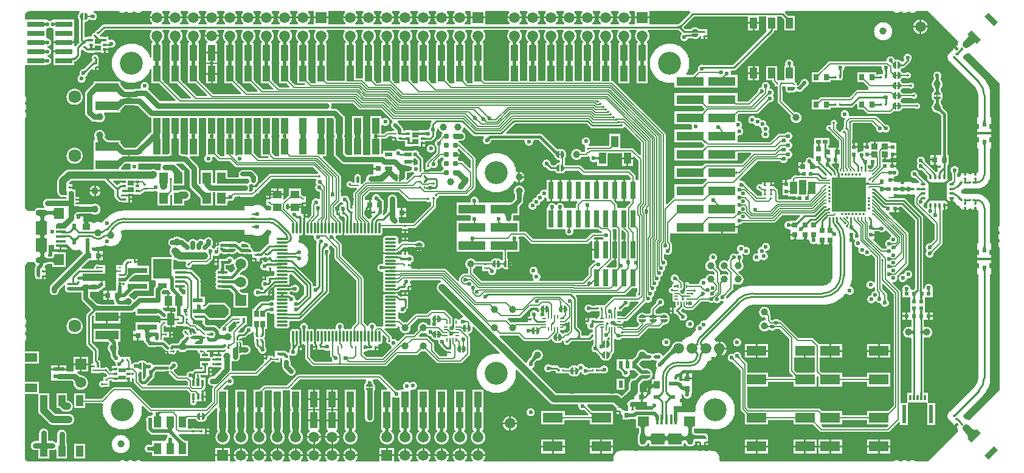
<source format=gtl>
G04*
G04 #@! TF.GenerationSoftware,Altium Limited,Altium Designer,21.3.2 (30)*
G04*
G04 Layer_Physical_Order=1*
G04 Layer_Color=255*
%FSLAX24Y24*%
%MOIN*%
G70*
G04*
G04 #@! TF.SameCoordinates,DEC0B546-127E-4CDD-B314-4E0B8DF39A68*
G04*
G04*
G04 #@! TF.FilePolarity,Positive*
G04*
G01*
G75*
%ADD11C,0.0059*%
%ADD12C,0.0098*%
%ADD13C,0.0118*%
%ADD15C,0.0100*%
%ADD16C,0.0060*%
%ADD17C,0.0200*%
%ADD19C,0.0079*%
%ADD22C,0.0080*%
%ADD23C,0.0090*%
G04:AMPARAMS|DCode=45|XSize=11.8mil|YSize=10.6mil|CornerRadius=2.7mil|HoleSize=0mil|Usage=FLASHONLY|Rotation=90.000|XOffset=0mil|YOffset=0mil|HoleType=Round|Shape=RoundedRectangle|*
%AMROUNDEDRECTD45*
21,1,0.0118,0.0053,0,0,90.0*
21,1,0.0065,0.0106,0,0,90.0*
1,1,0.0053,0.0027,0.0032*
1,1,0.0053,0.0027,-0.0032*
1,1,0.0053,-0.0027,-0.0032*
1,1,0.0053,-0.0027,0.0032*
%
%ADD45ROUNDEDRECTD45*%
%ADD46R,0.0197X0.0138*%
%ADD47R,0.0394X0.0236*%
%ADD48R,0.0394X0.0591*%
%ADD49R,0.0106X0.0118*%
%ADD52R,0.0433X0.0551*%
%ADD53R,0.0118X0.0106*%
%ADD54R,0.0157X0.0098*%
%ADD55C,0.0091*%
%ADD58R,0.0500X0.0300*%
%ADD59R,0.1000X0.1051*%
%ADD60R,0.0394X0.0630*%
%ADD61O,0.0551X0.0157*%
%ADD64R,0.1083X0.0551*%
%ADD65R,0.0217X0.0236*%
%ADD66R,0.1252X0.0500*%
%ADD67R,0.0236X0.1024*%
%ADD68R,0.0118X0.0315*%
%ADD69R,0.0256X0.0197*%
%ADD70R,0.0335X0.0236*%
%ADD71R,0.0335X0.0394*%
%ADD72R,0.0315X0.0295*%
%ADD73R,0.0472X0.0630*%
%ADD74R,0.1500X0.0500*%
%ADD75R,0.0402X0.0862*%
%ADD76O,0.0650X0.0118*%
%ADD77O,0.0118X0.0650*%
%ADD78R,0.0472X0.0433*%
%ADD79R,0.0236X0.0335*%
%ADD80R,0.0394X0.0335*%
%ADD81R,0.0531X0.0157*%
%ADD82R,0.0610X0.0748*%
%ADD83R,0.0551X0.0630*%
%ADD84R,0.0256X0.0335*%
%ADD85C,0.0394*%
%ADD86R,0.0299X0.0945*%
%ADD87R,0.0295X0.0315*%
%ADD88R,0.0709X0.0472*%
%ADD89R,0.0610X0.0236*%
%ADD90R,0.0157X0.0276*%
%ADD91R,0.0138X0.0354*%
%ADD92R,0.0394X0.0709*%
%ADD94R,0.0374X0.0335*%
%ADD95R,0.0236X0.0197*%
%ADD96R,0.1063X0.0315*%
%ADD97R,0.0551X0.0236*%
%ADD98R,0.0669X0.0236*%
%ADD99R,0.0098X0.0142*%
%ADD100R,0.0300X0.0320*%
%ADD101R,0.0177X0.0165*%
%ADD102R,0.0362X0.0280*%
%ADD103R,0.1043X0.1043*%
%ADD104O,0.0118X0.0315*%
%ADD105O,0.0315X0.0118*%
%ADD106R,0.0295X0.0315*%
%ADD107R,0.0197X0.0228*%
G04:AMPARAMS|DCode=108|XSize=72.8mil|YSize=31.5mil|CornerRadius=0mil|HoleSize=0mil|Usage=FLASHONLY|Rotation=135.000|XOffset=0mil|YOffset=0mil|HoleType=Round|Shape=Rectangle|*
%AMROTATEDRECTD108*
4,1,4,0.0369,-0.0146,0.0146,-0.0369,-0.0369,0.0146,-0.0146,0.0369,0.0369,-0.0146,0.0*
%
%ADD108ROTATEDRECTD108*%

G04:AMPARAMS|DCode=109|XSize=11.8mil|YSize=10.6mil|CornerRadius=2.7mil|HoleSize=0mil|Usage=FLASHONLY|Rotation=180.000|XOffset=0mil|YOffset=0mil|HoleType=Round|Shape=RoundedRectangle|*
%AMROUNDEDRECTD109*
21,1,0.0118,0.0053,0,0,180.0*
21,1,0.0065,0.0106,0,0,180.0*
1,1,0.0053,-0.0032,0.0027*
1,1,0.0053,0.0032,0.0027*
1,1,0.0053,0.0032,-0.0027*
1,1,0.0053,-0.0032,-0.0027*
%
%ADD109ROUNDEDRECTD109*%
G04:AMPARAMS|DCode=110|XSize=11.8mil|YSize=10.6mil|CornerRadius=2.7mil|HoleSize=0mil|Usage=FLASHONLY|Rotation=225.000|XOffset=0mil|YOffset=0mil|HoleType=Round|Shape=RoundedRectangle|*
%AMROUNDEDRECTD110*
21,1,0.0118,0.0053,0,0,225.0*
21,1,0.0065,0.0106,0,0,225.0*
1,1,0.0053,-0.0042,-0.0004*
1,1,0.0053,0.0004,0.0042*
1,1,0.0053,0.0042,0.0004*
1,1,0.0053,-0.0004,-0.0042*
%
%ADD110ROUNDEDRECTD110*%
G04:AMPARAMS|DCode=111|XSize=11.8mil|YSize=10.6mil|CornerRadius=2.7mil|HoleSize=0mil|Usage=FLASHONLY|Rotation=315.000|XOffset=0mil|YOffset=0mil|HoleType=Round|Shape=RoundedRectangle|*
%AMROUNDEDRECTD111*
21,1,0.0118,0.0053,0,0,315.0*
21,1,0.0065,0.0106,0,0,315.0*
1,1,0.0053,0.0004,-0.0042*
1,1,0.0053,-0.0042,0.0004*
1,1,0.0053,-0.0004,0.0042*
1,1,0.0053,0.0042,-0.0004*
%
%ADD111ROUNDEDRECTD111*%
G04:AMPARAMS|DCode=112|XSize=19.7mil|YSize=23.6mil|CornerRadius=4.9mil|HoleSize=0mil|Usage=FLASHONLY|Rotation=0.000|XOffset=0mil|YOffset=0mil|HoleType=Round|Shape=RoundedRectangle|*
%AMROUNDEDRECTD112*
21,1,0.0197,0.0138,0,0,0.0*
21,1,0.0098,0.0236,0,0,0.0*
1,1,0.0098,0.0049,-0.0069*
1,1,0.0098,-0.0049,-0.0069*
1,1,0.0098,-0.0049,0.0069*
1,1,0.0098,0.0049,0.0069*
%
%ADD112ROUNDEDRECTD112*%
G04:AMPARAMS|DCode=113|XSize=19.7mil|YSize=25.6mil|CornerRadius=4.9mil|HoleSize=0mil|Usage=FLASHONLY|Rotation=90.000|XOffset=0mil|YOffset=0mil|HoleType=Round|Shape=RoundedRectangle|*
%AMROUNDEDRECTD113*
21,1,0.0197,0.0157,0,0,90.0*
21,1,0.0098,0.0256,0,0,90.0*
1,1,0.0098,0.0079,0.0049*
1,1,0.0098,0.0079,-0.0049*
1,1,0.0098,-0.0079,-0.0049*
1,1,0.0098,-0.0079,0.0049*
%
%ADD113ROUNDEDRECTD113*%
G04:AMPARAMS|DCode=114|XSize=72.8mil|YSize=31.5mil|CornerRadius=0mil|HoleSize=0mil|Usage=FLASHONLY|Rotation=45.000|XOffset=0mil|YOffset=0mil|HoleType=Round|Shape=Rectangle|*
%AMROTATEDRECTD114*
4,1,4,-0.0146,-0.0369,-0.0369,-0.0146,0.0146,0.0369,0.0369,0.0146,-0.0146,-0.0369,0.0*
%
%ADD114ROTATEDRECTD114*%

G04:AMPARAMS|DCode=115|XSize=11.8mil|YSize=10.6mil|CornerRadius=0mil|HoleSize=0mil|Usage=FLASHONLY|Rotation=135.000|XOffset=0mil|YOffset=0mil|HoleType=Round|Shape=Rectangle|*
%AMROTATEDRECTD115*
4,1,4,0.0079,-0.0004,0.0004,-0.0079,-0.0079,0.0004,-0.0004,0.0079,0.0079,-0.0004,0.0*
%
%ADD115ROTATEDRECTD115*%

%ADD116R,0.0217X0.0165*%
%ADD117R,0.0197X0.0236*%
%ADD118R,0.0197X0.0256*%
%ADD119R,0.0630X0.0551*%
%ADD120R,0.0748X0.0610*%
%ADD121R,0.0157X0.0531*%
%ADD122R,0.0945X0.0299*%
%ADD123R,0.0276X0.0157*%
%ADD124R,0.0098X0.0157*%
%ADD125R,0.0236X0.0217*%
%ADD126R,0.0354X0.0138*%
%ADD127R,0.0236X0.0394*%
%ADD228C,0.0110*%
%ADD229C,0.0087*%
%ADD230C,0.0087*%
%ADD231C,0.0071*%
%ADD232C,0.0060*%
%ADD233R,0.0354X0.0709*%
%ADD234R,0.0177X0.0098*%
%ADD235R,0.0177X0.0138*%
%ADD236R,0.0177X0.0098*%
%ADD237R,0.0177X0.0187*%
%ADD238R,0.0630X0.0984*%
%ADD239C,0.0079*%
%ADD240O,0.0087X0.0256*%
%ADD241O,0.0256X0.0087*%
%ADD242C,0.0310*%
%ADD243C,0.0108*%
%ADD244R,0.1909X0.1909*%
%ADD245C,0.0591*%
%ADD246C,0.0400*%
%ADD247C,0.0300*%
%ADD248C,0.0150*%
%ADD249C,0.0057*%
%ADD250C,0.0157*%
%ADD251C,0.0197*%
%ADD252C,0.0250*%
%ADD253C,0.0180*%
%ADD254C,0.0072*%
%ADD255C,0.0120*%
%ADD256R,0.0394X0.0630*%
%ADD257R,0.0150X0.0236*%
%ADD258R,0.1450X0.0420*%
%ADD259R,0.0620X0.1610*%
%ADD260C,0.0701*%
%ADD261R,0.0591X0.0591*%
%ADD262O,0.0630X0.0354*%
%ADD263C,0.0390*%
%ADD264R,0.0591X0.0591*%
%ADD265C,0.1260*%
%ADD266O,0.0354X0.0630*%
%ADD267C,0.0236*%
%ADD268C,0.0240*%
%ADD269C,0.0138*%
G36*
X51322Y23183D02*
X51320Y23179D01*
X51308Y23139D01*
X51299Y23098D01*
X51294Y23057D01*
X51292Y23016D01*
X51292Y23014D01*
X51285Y23007D01*
X51279Y23001D01*
X51243Y22964D01*
X51234Y22965D01*
X51214Y22963D01*
X51195Y22958D01*
X51180Y22952D01*
X51181Y22951D01*
X51075Y22845D01*
X51073Y22846D01*
X51067Y22831D01*
X51063Y22812D01*
X51061Y22792D01*
X51062Y22779D01*
X51052Y22769D01*
X51044Y22764D01*
X51019Y22741D01*
X50981Y22703D01*
X50959Y22678D01*
X50939Y22650D01*
X50930Y22634D01*
X50913Y22625D01*
X50886Y22605D01*
X50860Y22582D01*
X50823Y22545D01*
X50800Y22519D01*
X50780Y22492D01*
X50764Y22462D01*
X50751Y22431D01*
X50742Y22398D01*
X50736Y22365D01*
X50734Y22331D01*
X50736Y22297D01*
X50742Y22263D01*
X50751Y22231D01*
X50764Y22199D01*
X50780Y22170D01*
X50800Y22142D01*
X50822Y22117D01*
X50823Y22117D01*
X50844Y22093D01*
X52217Y20720D01*
X52220Y20717D01*
X52250Y20685D01*
X52280Y20648D01*
X52307Y20609D01*
X52332Y20567D01*
X52353Y20525D01*
X52371Y20481D01*
X52386Y20435D01*
X52398Y20389D01*
X52407Y20342D01*
X52412Y20294D01*
X52413Y20250D01*
X52413Y20247D01*
Y19016D01*
X52370D01*
Y18236D01*
X53118D01*
Y19016D01*
X53075D01*
Y20247D01*
X53075D01*
X53073Y20316D01*
X53068Y20386D01*
X53059Y20455D01*
X53046Y20523D01*
X53030Y20591D01*
X53010Y20658D01*
X52987Y20724D01*
X52960Y20788D01*
X52930Y20851D01*
X52897Y20912D01*
X52860Y20972D01*
X52821Y21029D01*
X52778Y21084D01*
X52733Y21137D01*
X52685Y21188D01*
X52685Y21188D01*
X51583Y22290D01*
X51596Y22376D01*
X51669Y22449D01*
X51669Y22450D01*
X51696Y22476D01*
X51701Y22481D01*
X51704Y22478D01*
X51753Y22527D01*
X51759Y22533D01*
X51766Y22540D01*
X51768Y22540D01*
X51809Y22541D01*
X51850Y22547D01*
X51891Y22556D01*
X51931Y22568D01*
X51935Y22570D01*
X53600Y20906D01*
Y13117D01*
X53582Y13101D01*
X53564Y13081D01*
X53549Y13060D01*
X53536Y13036D01*
X53526Y13012D01*
X53518Y12986D01*
X53514Y12960D01*
X53512Y12933D01*
X53514Y12906D01*
X53518Y12880D01*
X53526Y12854D01*
X53536Y12830D01*
X53549Y12806D01*
X53564Y12785D01*
X53582Y12765D01*
X53596Y12752D01*
Y12681D01*
X53582Y12668D01*
X53564Y12648D01*
X53549Y12627D01*
X53536Y12603D01*
X53526Y12579D01*
X53518Y12553D01*
X53514Y12527D01*
X53512Y12500D01*
X53514Y12473D01*
X53518Y12447D01*
X53526Y12421D01*
X53536Y12397D01*
X53549Y12373D01*
X53564Y12351D01*
X53582Y12332D01*
X53596Y12319D01*
Y12248D01*
X53582Y12235D01*
X53564Y12215D01*
X53549Y12194D01*
X53536Y12170D01*
X53526Y12146D01*
X53518Y12120D01*
X53514Y12094D01*
X53512Y12067D01*
X53514Y12040D01*
X53518Y12014D01*
X53526Y11988D01*
X53536Y11964D01*
X53549Y11940D01*
X53564Y11918D01*
X53582Y11899D01*
X53600Y11883D01*
Y4094D01*
X51935Y2430D01*
X51931Y2432D01*
X51891Y2444D01*
X51850Y2453D01*
X51809Y2458D01*
X51768Y2460D01*
X51766Y2460D01*
X51759Y2467D01*
X51734Y2490D01*
X51728Y2494D01*
X51667Y2553D01*
X51667Y2553D01*
X51596Y2624D01*
X51583Y2710D01*
X52685Y3812D01*
X52685Y3812D01*
X52685Y3812D01*
X52685Y3812D01*
X52733Y3863D01*
X52778Y3916D01*
X52821Y3971D01*
X52860Y4028D01*
X52897Y4088D01*
X52930Y4149D01*
X52960Y4212D01*
X52987Y4276D01*
X53010Y4342D01*
X53030Y4409D01*
X53046Y4477D01*
X53059Y4545D01*
X53068Y4614D01*
X53073Y4684D01*
X53075Y4753D01*
X53075D01*
Y10423D01*
X53118D01*
Y11203D01*
X52370D01*
Y10423D01*
X52413D01*
Y4753D01*
X52413Y4750D01*
X52412Y4706D01*
X52407Y4658D01*
X52398Y4611D01*
X52386Y4565D01*
X52371Y4519D01*
X52353Y4475D01*
X52332Y4433D01*
X52307Y4391D01*
X52280Y4352D01*
X52263Y4331D01*
X52217Y4280D01*
X52217Y4280D01*
X52217Y4280D01*
X50844Y2907D01*
X50823Y2883D01*
X50822Y2883D01*
X50800Y2858D01*
X50780Y2830D01*
X50764Y2801D01*
X50751Y2769D01*
X50742Y2737D01*
X50736Y2703D01*
X50734Y2669D01*
X50736Y2635D01*
X50742Y2602D01*
X50751Y2569D01*
X50764Y2538D01*
X50780Y2508D01*
X50800Y2481D01*
X50823Y2455D01*
X50860Y2418D01*
X50886Y2395D01*
X50913Y2375D01*
X50930Y2366D01*
X50939Y2350D01*
X50959Y2322D01*
X50981Y2297D01*
X51019Y2259D01*
X51044Y2236D01*
X51050Y2232D01*
X51062Y2221D01*
X51061Y2208D01*
X51063Y2188D01*
X51067Y2169D01*
X51073Y2154D01*
X51075Y2155D01*
X51181Y2049D01*
X51179Y2048D01*
X51195Y2042D01*
X51214Y2037D01*
X51234Y2035D01*
X51247Y2036D01*
X51257Y2026D01*
X51262Y2018D01*
X51285Y1993D01*
X51292Y1986D01*
X51292Y1984D01*
X51294Y1943D01*
X51299Y1902D01*
X51308Y1861D01*
X51320Y1821D01*
X51322Y1817D01*
X49656Y150D01*
X48998D01*
X48982Y168D01*
X48962Y186D01*
X48940Y202D01*
X48917Y215D01*
X48892Y225D01*
X48867Y232D01*
X48840Y237D01*
X48814Y238D01*
X48787Y237D01*
X48761Y232D01*
X48735Y225D01*
X48710Y215D01*
X48687Y202D01*
X48665Y186D01*
X48645Y168D01*
X48632Y154D01*
X48562D01*
X48549Y168D01*
X48529Y186D01*
X48507Y202D01*
X48484Y215D01*
X48459Y225D01*
X48434Y232D01*
X48407Y237D01*
X48381Y238D01*
X48354Y237D01*
X48328Y232D01*
X48302Y225D01*
X48277Y215D01*
X48254Y202D01*
X48232Y186D01*
X48212Y168D01*
X48199Y154D01*
X48129D01*
X48116Y168D01*
X48096Y186D01*
X48074Y202D01*
X48051Y215D01*
X48026Y225D01*
X48001Y232D01*
X47974Y237D01*
X47948Y238D01*
X47921Y237D01*
X47895Y232D01*
X47869Y225D01*
X47844Y215D01*
X47821Y202D01*
X47799Y186D01*
X47779Y168D01*
X47763Y150D01*
X38331D01*
X38328Y150D01*
X38311Y152D01*
X38292Y158D01*
X38275Y167D01*
X38260Y179D01*
X38247Y194D01*
X38238Y212D01*
X38232Y230D01*
X38231Y247D01*
X38231Y250D01*
Y350D01*
X38231D01*
X38229Y389D01*
X38223Y428D01*
X38214Y466D01*
X38201Y503D01*
X38184Y539D01*
X38164Y573D01*
X38140Y604D01*
X38114Y633D01*
X38085Y660D01*
X38053Y683D01*
X38019Y703D01*
X37984Y720D01*
X37947Y733D01*
X37909Y743D01*
X37870Y749D01*
X37831Y750D01*
Y750D01*
X32822D01*
Y750D01*
X32783Y749D01*
X32744Y743D01*
X32706Y733D01*
X32669Y720D01*
X32634Y703D01*
X32600Y683D01*
X32568Y660D01*
X32539Y633D01*
X32513Y604D01*
X32489Y573D01*
X32469Y539D01*
X32452Y503D01*
X32439Y466D01*
X32430Y428D01*
X32424Y389D01*
X32422Y350D01*
X32422D01*
Y250D01*
X32422Y247D01*
X32420Y230D01*
X32415Y212D01*
X32406Y194D01*
X32393Y179D01*
X32378Y167D01*
X32361Y158D01*
X32342Y152D01*
X32325Y150D01*
X32322Y150D01*
X25307D01*
X25280Y219D01*
X25280Y220D01*
X25306Y249D01*
X25329Y280D01*
X25349Y313D01*
X25366Y349D01*
X25379Y385D01*
X25388Y423D01*
X25392Y450D01*
X24608D01*
X24612Y423D01*
X24621Y385D01*
X24634Y349D01*
X24651Y313D01*
X24671Y280D01*
X24694Y249D01*
X24720Y220D01*
X24720Y219D01*
X24693Y150D01*
X24307D01*
X24280Y219D01*
X24280Y220D01*
X24306Y249D01*
X24329Y280D01*
X24349Y313D01*
X24366Y349D01*
X24379Y385D01*
X24388Y423D01*
X24392Y450D01*
X23608D01*
X23612Y423D01*
X23621Y385D01*
X23634Y349D01*
X23651Y313D01*
X23671Y280D01*
X23694Y249D01*
X23720Y220D01*
X23720Y219D01*
X23693Y150D01*
X23307D01*
X23280Y219D01*
X23280Y220D01*
X23306Y249D01*
X23329Y280D01*
X23349Y313D01*
X23366Y349D01*
X23379Y385D01*
X23388Y423D01*
X23392Y450D01*
X22608D01*
X22612Y423D01*
X22621Y385D01*
X22634Y349D01*
X22651Y313D01*
X22671Y280D01*
X22694Y249D01*
X22720Y220D01*
X22720Y219D01*
X22693Y150D01*
X22307D01*
X22280Y219D01*
X22280Y220D01*
X22306Y249D01*
X22329Y280D01*
X22349Y313D01*
X22366Y349D01*
X22379Y385D01*
X22388Y423D01*
X22392Y450D01*
X21608D01*
X21612Y423D01*
X21621Y385D01*
X21634Y349D01*
X21651Y313D01*
X21671Y280D01*
X21694Y249D01*
X21720Y220D01*
X21720Y219D01*
X21693Y150D01*
X21307D01*
X21280Y219D01*
X21280Y220D01*
X21306Y249D01*
X21329Y280D01*
X21349Y313D01*
X21366Y349D01*
X21379Y385D01*
X21388Y423D01*
X21392Y450D01*
X20608D01*
X20612Y423D01*
X20621Y385D01*
X20634Y349D01*
X20651Y313D01*
X20671Y280D01*
X20694Y249D01*
X20720Y220D01*
X20720Y219D01*
X20693Y150D01*
X20395D01*
Y450D01*
X19605D01*
Y150D01*
X18307D01*
X18280Y219D01*
X18280Y220D01*
X18306Y249D01*
X18329Y280D01*
X18349Y313D01*
X18366Y349D01*
X18379Y385D01*
X18388Y423D01*
X18392Y450D01*
X17608D01*
X17612Y423D01*
X17621Y385D01*
X17634Y349D01*
X17651Y313D01*
X17671Y280D01*
X17694Y249D01*
X17720Y220D01*
X17720Y219D01*
X17693Y150D01*
X17307D01*
X17280Y219D01*
X17280Y220D01*
X17306Y249D01*
X17329Y280D01*
X17349Y313D01*
X17366Y349D01*
X17379Y385D01*
X17388Y423D01*
X17392Y450D01*
X16608D01*
X16612Y423D01*
X16621Y385D01*
X16634Y349D01*
X16651Y313D01*
X16671Y280D01*
X16694Y249D01*
X16720Y220D01*
X16720Y219D01*
X16693Y150D01*
X16307D01*
X16280Y219D01*
X16280Y220D01*
X16306Y249D01*
X16329Y280D01*
X16349Y313D01*
X16366Y349D01*
X16379Y385D01*
X16388Y423D01*
X16392Y450D01*
X15608D01*
X15612Y423D01*
X15621Y385D01*
X15634Y349D01*
X15651Y313D01*
X15671Y280D01*
X15694Y249D01*
X15720Y220D01*
X15720Y219D01*
X15693Y150D01*
X15307D01*
X15280Y219D01*
X15280Y220D01*
X15306Y249D01*
X15329Y280D01*
X15349Y313D01*
X15366Y349D01*
X15379Y385D01*
X15388Y423D01*
X15392Y450D01*
X14608D01*
X14612Y423D01*
X14621Y385D01*
X14634Y349D01*
X14651Y313D01*
X14671Y280D01*
X14694Y249D01*
X14720Y220D01*
X14720Y219D01*
X14693Y150D01*
X14307D01*
X14280Y219D01*
X14280Y220D01*
X14306Y249D01*
X14329Y280D01*
X14349Y313D01*
X14366Y349D01*
X14379Y385D01*
X14388Y423D01*
X14392Y450D01*
X13608D01*
X13612Y423D01*
X13621Y385D01*
X13634Y349D01*
X13651Y313D01*
X13671Y280D01*
X13694Y249D01*
X13720Y220D01*
X13720Y219D01*
X13693Y150D01*
X13307D01*
X13280Y219D01*
X13280Y220D01*
X13306Y249D01*
X13329Y280D01*
X13349Y313D01*
X13366Y349D01*
X13379Y385D01*
X13388Y423D01*
X13392Y450D01*
X12608D01*
X12612Y423D01*
X12621Y385D01*
X12634Y349D01*
X12651Y313D01*
X12671Y280D01*
X12694Y249D01*
X12720Y220D01*
X12720Y219D01*
X12693Y150D01*
X12307D01*
X12280Y219D01*
X12280Y220D01*
X12306Y249D01*
X12329Y280D01*
X12349Y313D01*
X12366Y349D01*
X12379Y385D01*
X12388Y423D01*
X12392Y450D01*
X11608D01*
X11612Y423D01*
X11621Y385D01*
X11634Y349D01*
X11651Y313D01*
X11671Y280D01*
X11694Y249D01*
X11720Y220D01*
X11720Y219D01*
X11693Y150D01*
X11395D01*
Y450D01*
X10605D01*
Y150D01*
X6549D01*
X6533Y168D01*
X6513Y186D01*
X6492Y202D01*
X6468Y215D01*
X6444Y225D01*
X6418Y232D01*
X6392Y237D01*
X6365Y238D01*
X6338Y237D01*
X6312Y232D01*
X6286Y225D01*
X6262Y215D01*
X6238Y202D01*
X6216Y186D01*
X6197Y168D01*
X6184Y154D01*
X6113D01*
X6100Y168D01*
X6080Y186D01*
X6059Y202D01*
X6035Y215D01*
X6011Y225D01*
X5985Y232D01*
X5959Y237D01*
X5932Y238D01*
X5905Y237D01*
X5879Y232D01*
X5853Y225D01*
X5829Y215D01*
X5805Y202D01*
X5784Y186D01*
X5764Y168D01*
X5751Y154D01*
X5680D01*
X5667Y168D01*
X5647Y186D01*
X5626Y202D01*
X5602Y215D01*
X5578Y225D01*
X5552Y232D01*
X5526Y237D01*
X5499Y238D01*
X5472Y237D01*
X5446Y232D01*
X5420Y225D01*
X5396Y215D01*
X5372Y202D01*
X5350Y186D01*
X5331Y168D01*
X5315Y150D01*
X400D01*
X397Y150D01*
X372Y152D01*
X344Y156D01*
X317Y164D01*
X292Y175D01*
X267Y188D01*
X244Y205D01*
X223Y223D01*
X205Y244D01*
X188Y267D01*
X175Y292D01*
X164Y317D01*
X159Y334D01*
X150Y400D01*
X150Y400D01*
X150Y400D01*
Y3867D01*
X875D01*
X895Y3867D01*
X895Y3831D01*
X895Y3237D01*
X893Y3226D01*
X891Y3193D01*
Y2964D01*
X893Y2931D01*
X899Y2897D01*
X908Y2865D01*
X921Y2834D01*
X938Y2804D01*
X957Y2777D01*
X979Y2752D01*
X1464Y2268D01*
X1489Y2245D01*
X1516Y2226D01*
X1546Y2209D01*
X1577Y2196D01*
X1609Y2187D01*
X1643Y2181D01*
X1676Y2180D01*
X2566D01*
X2600Y2181D01*
X2633Y2187D01*
X2666Y2196D01*
X2697Y2209D01*
X2726Y2226D01*
X2754Y2245D01*
X2779Y2268D01*
X2801Y2293D01*
X2821Y2320D01*
X2837Y2350D01*
X2850Y2381D01*
X2859Y2413D01*
X2865Y2446D01*
X2867Y2480D01*
X2865Y2514D01*
X2859Y2547D01*
X2850Y2579D01*
X2837Y2610D01*
X2821Y2640D01*
X2801Y2667D01*
X2779Y2692D01*
X2754Y2715D01*
X2726Y2734D01*
X2697Y2751D01*
X2666Y2764D01*
X2633Y2773D01*
X2600Y2779D01*
X2566Y2780D01*
X1801D01*
X1492Y3089D01*
Y3193D01*
X1491Y3226D01*
X1489Y3237D01*
Y3883D01*
X958D01*
X939Y3883D01*
X939Y3919D01*
X939Y4539D01*
X150D01*
Y5521D01*
X939D01*
Y6193D01*
X150D01*
Y6786D01*
X168Y6802D01*
X186Y6822D01*
X202Y6844D01*
X215Y6867D01*
X225Y6892D01*
X232Y6917D01*
X237Y6944D01*
X238Y6970D01*
X237Y6997D01*
X232Y7023D01*
X225Y7049D01*
X215Y7074D01*
X202Y7097D01*
X186Y7119D01*
X168Y7139D01*
X154Y7152D01*
Y7222D01*
X168Y7235D01*
X186Y7255D01*
X202Y7277D01*
X215Y7300D01*
X225Y7325D01*
X232Y7350D01*
X237Y7377D01*
X238Y7403D01*
X237Y7430D01*
X232Y7456D01*
X225Y7482D01*
X215Y7507D01*
X202Y7530D01*
X186Y7552D01*
X168Y7572D01*
X154Y7585D01*
Y7655D01*
X168Y7668D01*
X186Y7688D01*
X202Y7710D01*
X215Y7733D01*
X225Y7758D01*
X232Y7783D01*
X237Y7810D01*
X238Y7836D01*
X237Y7863D01*
X232Y7889D01*
X225Y7915D01*
X215Y7940D01*
X202Y7963D01*
X186Y7985D01*
X168Y8005D01*
X150Y8021D01*
Y10902D01*
X170Y10926D01*
X209Y10979D01*
X245Y11035D01*
X278Y11092D01*
X284Y11104D01*
X668Y11104D01*
X677Y11080D01*
X692Y11053D01*
X710Y11028D01*
X731Y11004D01*
X742Y10995D01*
X754Y10959D01*
X754Y10909D01*
X751Y10902D01*
X750Y10901D01*
X735Y10879D01*
X724Y10855D01*
X715Y10831D01*
X710Y10805D01*
X708Y10779D01*
Y10354D01*
X710Y10328D01*
X715Y10302D01*
X724Y10278D01*
X735Y10254D01*
X750Y10232D01*
X763Y10217D01*
Y10151D01*
X1091D01*
Y10271D01*
X1094Y10278D01*
X1102Y10302D01*
X1104Y10310D01*
X1141D01*
Y10360D01*
X1294D01*
Y10431D01*
X1294D01*
Y10540D01*
X1141D01*
Y10640D01*
X1294D01*
Y10749D01*
X1261D01*
X1233Y10798D01*
X1228Y10819D01*
X1239Y10835D01*
X1250Y10859D01*
X1259Y10883D01*
X1264Y10909D01*
X1265Y10930D01*
X1295Y10939D01*
X1324Y10951D01*
X1330Y10954D01*
X1330Y10954D01*
X1330Y10954D01*
X1331Y10954D01*
X1339Y10959D01*
X1348Y10964D01*
X1348Y10964D01*
X1348Y10964D01*
X1358Y10971D01*
X1367Y10975D01*
X1378Y10980D01*
X1393Y10985D01*
X1412Y10989D01*
X1431Y10992D01*
X1517Y11000D01*
X1550Y11000D01*
X1550Y11000D01*
X1553D01*
X1553Y11000D01*
X1588Y10999D01*
X1615Y10997D01*
X1637Y10993D01*
X1652Y10989D01*
X1654Y10989D01*
Y10825D01*
X2405D01*
Y11654D01*
X2405Y11654D01*
X2469Y11665D01*
X2471Y11665D01*
X2561D01*
X2568Y11811D01*
X2636Y11801D01*
X2684Y11849D01*
X2694Y11840D01*
X2735Y11804D01*
X2739Y11802D01*
X2742Y11800D01*
X2745Y11800D01*
X2674Y11729D01*
X2644Y11665D01*
X2830D01*
Y11764D01*
X2832Y11763D01*
X2836Y11761D01*
X2840Y11760D01*
X2846Y11759D01*
X2862Y11758D01*
X2882Y11757D01*
X2908Y11757D01*
Y11665D01*
X2978D01*
Y11757D01*
X2991Y11757D01*
X3045Y11760D01*
X3050Y11761D01*
X3054Y11763D01*
X3056Y11764D01*
Y11665D01*
X3309D01*
X3338Y11595D01*
X1593Y9851D01*
X1574Y9830D01*
X1558Y9807D01*
X1544Y9782D01*
X1534Y9756D01*
X1526Y9729D01*
X1521Y9702D01*
X1520Y9674D01*
Y9540D01*
X1521Y9512D01*
X1526Y9484D01*
X1534Y9457D01*
X1544Y9431D01*
X1558Y9407D01*
X1574Y9384D01*
X1593Y9363D01*
X1614Y9344D01*
X1637Y9328D01*
X1661Y9314D01*
X1687Y9304D01*
X1714Y9296D01*
X1742Y9291D01*
X1770Y9290D01*
X1798Y9291D01*
X1826Y9296D01*
X1853Y9304D01*
X1879Y9314D01*
X1903Y9328D01*
X1926Y9344D01*
X1947Y9363D01*
X1966Y9384D01*
X1982Y9407D01*
X1996Y9431D01*
X2006Y9457D01*
X2014Y9484D01*
X2019Y9512D01*
X2020Y9540D01*
Y9570D01*
X2296Y9846D01*
X2361Y9819D01*
Y9700D01*
X2356Y9687D01*
X2351Y9661D01*
X2350Y9635D01*
X2351Y9609D01*
X2356Y9583D01*
X2361Y9570D01*
Y9525D01*
X2383D01*
X2391Y9513D01*
X2408Y9493D01*
X2428Y9476D01*
X2450Y9461D01*
X2473Y9450D01*
X2498Y9441D01*
X2524Y9436D01*
X2550Y9435D01*
X3143D01*
X3144Y9435D01*
X3144Y9435D01*
X3145D01*
X3145Y9435D01*
X3146Y9435D01*
X3270D01*
X3274Y9372D01*
X3275Y9327D01*
Y9110D01*
X3275Y9110D01*
X3276Y9081D01*
X3282Y9052D01*
X3292Y9024D01*
X3305Y8997D01*
X3321Y8973D01*
X3341Y8951D01*
X3688Y8603D01*
X3717Y8573D01*
X3762Y8518D01*
X3774Y8499D01*
X3782Y8484D01*
X3554Y8256D01*
X3538Y8238D01*
X3526Y8218D01*
X3517Y8196D01*
X3511Y8174D01*
X3510Y8150D01*
Y6637D01*
X3511Y6614D01*
X3517Y6591D01*
X3526Y6569D01*
X3538Y6549D01*
X3554Y6531D01*
X3882Y6202D01*
Y5706D01*
X3884Y5682D01*
X3890Y5659D01*
X3895Y5646D01*
X3896Y5645D01*
X3905Y5623D01*
X3915Y5605D01*
X3913Y5593D01*
X3887Y5535D01*
X3780D01*
Y5432D01*
X3939D01*
Y5332D01*
X3780D01*
Y5229D01*
Y5005D01*
X4308D01*
Y5027D01*
X4493D01*
X4497Y5024D01*
X4515Y5011D01*
X4535Y5001D01*
X4556Y4994D01*
X4578Y4990D01*
X4584Y4990D01*
X4663Y4910D01*
X4667Y4888D01*
X4666Y4880D01*
X4647Y4828D01*
X4638Y4822D01*
X4622Y4809D01*
X4599Y4785D01*
X4471D01*
Y4633D01*
X4462Y4617D01*
X4429Y4589D01*
X4401Y4576D01*
X4391Y4577D01*
X4369Y4576D01*
X4348Y4571D01*
X4327Y4564D01*
X4307Y4554D01*
X4288Y4542D01*
X4272Y4527D01*
X4257Y4511D01*
X4245Y4492D01*
X4235Y4473D01*
X4228Y4452D01*
X4224Y4430D01*
X4222Y4408D01*
X4224Y4386D01*
X4228Y4364D01*
X4235Y4343D01*
X4245Y4323D01*
X4257Y4305D01*
X4272Y4288D01*
X4288Y4274D01*
X4307Y4261D01*
X4327Y4251D01*
X4348Y4244D01*
X4369Y4240D01*
X4391Y4239D01*
X4414Y4240D01*
X4435Y4244D01*
X4471Y4255D01*
X4471Y4255D01*
X4789D01*
Y4586D01*
X4927D01*
Y4545D01*
X5183D01*
Y4545D01*
X5777D01*
Y4545D01*
X5784D01*
Y4714D01*
X5884D01*
Y4545D01*
X6033D01*
Y4719D01*
X6050Y4727D01*
X6120Y4684D01*
Y4547D01*
X6121Y4527D01*
X6126Y4507D01*
X6134Y4488D01*
X6144Y4471D01*
X6158Y4455D01*
X6515Y4098D01*
X6531Y4085D01*
X6548Y4074D01*
X6567Y4066D01*
X6587Y4061D01*
X6607Y4060D01*
X9056D01*
X9208Y3908D01*
X9223Y3895D01*
X9225Y3893D01*
Y3449D01*
X9225Y3449D01*
X9225Y3416D01*
X9226Y3394D01*
Y3394D01*
X9231Y3372D01*
X9238Y3351D01*
X9248Y3331D01*
X9260Y3313D01*
X9274Y3296D01*
X9291Y3282D01*
X9309Y3269D01*
X9329Y3260D01*
X9350Y3252D01*
X9372Y3248D01*
X9394Y3247D01*
X9416Y3248D01*
X9438Y3252D01*
X9459Y3260D01*
X9479Y3269D01*
X9497Y3282D01*
X9514Y3296D01*
X9528Y3313D01*
X9541Y3331D01*
X9550Y3351D01*
X9558Y3372D01*
X9562Y3394D01*
X9563Y3416D01*
X9629Y3449D01*
X9856D01*
Y3726D01*
X9906D01*
Y3776D01*
X10075D01*
Y4003D01*
X9948D01*
X9929Y4036D01*
X9924Y4073D01*
X9929Y4078D01*
X9998Y4146D01*
X10011Y4162D01*
X10022Y4179D01*
X10029Y4197D01*
X10075D01*
Y4751D01*
X9785D01*
Y4920D01*
X9874D01*
X9874Y4920D01*
X9875Y4920D01*
Y4911D01*
X10202D01*
Y5070D01*
Y5229D01*
X10178D01*
X10178Y5230D01*
X10178Y5230D01*
Y5324D01*
X10178Y5325D01*
X10303D01*
Y5353D01*
X10325Y5367D01*
X10373Y5378D01*
X10376Y5374D01*
X10393Y5360D01*
X10411Y5348D01*
X10431Y5338D01*
X10452Y5331D01*
X10474Y5326D01*
X10496Y5325D01*
X10501Y5325D01*
X10902D01*
X10931Y5255D01*
X10506Y4830D01*
X10430D01*
X10402Y4829D01*
X10374Y4824D01*
X10347Y4816D01*
X10321Y4806D01*
X10297Y4792D01*
X10274Y4776D01*
X10253Y4757D01*
X10234Y4736D01*
X10218Y4713D01*
X10204Y4689D01*
X10194Y4663D01*
X10186Y4636D01*
X10181Y4608D01*
X10180Y4580D01*
X10181Y4552D01*
X10186Y4524D01*
X10194Y4497D01*
X10204Y4471D01*
X10218Y4447D01*
X10234Y4424D01*
X10253Y4403D01*
X10274Y4384D01*
X10297Y4368D01*
X10321Y4354D01*
X10347Y4344D01*
X10374Y4336D01*
X10402Y4331D01*
X10430Y4330D01*
X10456D01*
X10476Y4282D01*
X10478Y4260D01*
X10466Y4245D01*
X10455Y4228D01*
X10447Y4209D01*
X10442Y4189D01*
X10441Y4168D01*
Y3465D01*
X10086Y3110D01*
X7104D01*
X6032Y4182D01*
X6017Y4196D01*
X5999Y4206D01*
X5980Y4214D01*
X5960Y4219D01*
X5940Y4220D01*
X5040D01*
X5020Y4219D01*
X5000Y4214D01*
X4981Y4206D01*
X4963Y4196D01*
X4948Y4182D01*
X4375Y3610D01*
X3457D01*
Y3883D01*
X2864D01*
Y3093D01*
X3457D01*
Y3349D01*
X4409D01*
X4417Y3345D01*
X4449Y3312D01*
X4462Y3288D01*
X4463Y3283D01*
X4456Y3257D01*
X4442Y3194D01*
X4432Y3130D01*
X4427Y3065D01*
X4425Y3000D01*
X4427Y2935D01*
X4432Y2870D01*
X4442Y2806D01*
X4456Y2743D01*
X4473Y2680D01*
X4495Y2619D01*
X4519Y2559D01*
X4548Y2500D01*
X4580Y2444D01*
X4615Y2389D01*
X4653Y2337D01*
X4695Y2287D01*
X4740Y2240D01*
X4787Y2195D01*
X4837Y2153D01*
X4889Y2115D01*
X4944Y2080D01*
X5000Y2048D01*
X5059Y2019D01*
X5119Y1995D01*
X5180Y1973D01*
X5243Y1956D01*
X5306Y1942D01*
X5370Y1932D01*
X5435Y1927D01*
X5500Y1925D01*
X5565Y1927D01*
X5630Y1932D01*
X5694Y1942D01*
X5757Y1956D01*
X5820Y1973D01*
X5881Y1995D01*
X5941Y2019D01*
X6000Y2048D01*
X6056Y2080D01*
X6111Y2115D01*
X6163Y2153D01*
X6213Y2195D01*
X6260Y2240D01*
X6305Y2287D01*
X6347Y2337D01*
X6385Y2389D01*
X6420Y2444D01*
X6452Y2500D01*
X6481Y2559D01*
X6505Y2619D01*
X6527Y2680D01*
X6544Y2743D01*
X6558Y2806D01*
X6568Y2870D01*
X6573Y2935D01*
X6575Y3000D01*
X6573Y3065D01*
X6568Y3130D01*
X6559Y3188D01*
X6565Y3195D01*
X6632Y3213D01*
X6958Y2888D01*
X6973Y2874D01*
X6991Y2864D01*
X7010Y2856D01*
X7030Y2851D01*
X7050Y2850D01*
X7135D01*
X7178Y2789D01*
X7152Y2743D01*
X7134D01*
Y2725D01*
X7131Y2719D01*
X7103Y2694D01*
X7064Y2674D01*
X7049Y2677D01*
X7020Y2679D01*
X6991Y2677D01*
X6963Y2671D01*
X6936Y2662D01*
X6911Y2649D01*
X6887Y2633D01*
X6865Y2615D01*
X6847Y2593D01*
X6831Y2569D01*
X6818Y2544D01*
X6809Y2517D01*
X6803Y2489D01*
X6801Y2460D01*
X6803Y2431D01*
X6809Y2403D01*
X6818Y2376D01*
X6820Y2373D01*
Y1970D01*
X6821Y1944D01*
X6826Y1918D01*
X6835Y1893D01*
X6846Y1870D01*
X6861Y1848D01*
X6878Y1828D01*
X7028Y1678D01*
X7048Y1661D01*
X7070Y1646D01*
X7093Y1635D01*
X7118Y1626D01*
X7144Y1621D01*
X7170Y1620D01*
X7951D01*
X7974Y1594D01*
X7977Y1577D01*
X7965Y1505D01*
X7947Y1483D01*
X7931Y1459D01*
X7918Y1434D01*
X7909Y1407D01*
X7903Y1379D01*
X7901Y1350D01*
X7856Y1296D01*
X7839Y1287D01*
X7823D01*
Y1285D01*
X7728D01*
Y1287D01*
X7134D01*
Y1084D01*
X7132Y1083D01*
X7117Y1079D01*
X7095Y1075D01*
X7068Y1073D01*
X7053Y1073D01*
X7034Y1082D01*
X7007Y1091D01*
X6979Y1097D01*
X6950Y1099D01*
X6921Y1097D01*
X6893Y1091D01*
X6866Y1082D01*
X6841Y1069D01*
X6817Y1053D01*
X6795Y1035D01*
X6777Y1013D01*
X6761Y989D01*
X6748Y964D01*
X6739Y937D01*
X6733Y909D01*
X6731Y880D01*
X6733Y851D01*
X6739Y823D01*
X6748Y796D01*
X6761Y771D01*
X6777Y747D01*
X6795Y725D01*
X6817Y707D01*
X6841Y691D01*
X6866Y678D01*
X6893Y669D01*
X6921Y663D01*
X6950Y661D01*
X6979Y663D01*
X7007Y669D01*
X7014Y671D01*
X7033D01*
X7033Y671D01*
X7068Y670D01*
X7095Y668D01*
X7117Y664D01*
X7132Y660D01*
X7134Y659D01*
Y457D01*
X7460D01*
Y450D01*
X7960D01*
Y457D01*
X8417D01*
Y460D01*
X8512D01*
Y457D01*
X9106D01*
Y1287D01*
X8994D01*
X8990Y1287D01*
X8974Y1289D01*
X8957Y1294D01*
X8939Y1301D01*
X8919Y1310D01*
X8899Y1322D01*
X8878Y1336D01*
X8829Y1375D01*
X8804Y1400D01*
X8804Y1400D01*
X8594Y1610D01*
X8623Y1680D01*
X9300D01*
X9300Y1680D01*
X9306Y1679D01*
X9315Y1673D01*
X9335Y1664D01*
X9356Y1657D01*
X9378Y1652D01*
X9400Y1651D01*
X9422Y1652D01*
X9444Y1657D01*
X9465Y1664D01*
X9485Y1673D01*
X9494Y1679D01*
X9499Y1680D01*
X9499Y1680D01*
X9715D01*
Y1661D01*
X10042D01*
Y1820D01*
Y1979D01*
X9715D01*
Y1960D01*
X9500D01*
X9500Y1960D01*
X9494Y1961D01*
X9485Y1967D01*
X9465Y1976D01*
X9444Y1983D01*
X9422Y1988D01*
X9400Y1989D01*
X9378Y1988D01*
X9356Y1983D01*
X9335Y1976D01*
X9315Y1967D01*
X9306Y1961D01*
X9301Y1960D01*
X9301Y1960D01*
X9106D01*
Y2493D01*
X9111Y2500D01*
X9512D01*
X9525Y2477D01*
X9544Y2450D01*
X9567Y2424D01*
X9593Y2401D01*
X9621Y2381D01*
X9644Y2368D01*
X9651Y2365D01*
X9651Y2365D01*
X9682Y2352D01*
X9707Y2344D01*
X9707Y2345D01*
X9719Y2342D01*
X9740Y2340D01*
X9760Y2342D01*
X9780Y2346D01*
X9799Y2354D01*
X9810Y2361D01*
X9821Y2354D01*
X9840Y2346D01*
X9860Y2342D01*
X9880Y2340D01*
X9901Y2342D01*
X9913Y2345D01*
X9913Y2344D01*
X9938Y2352D01*
X9969Y2365D01*
X9969Y2365D01*
X9976Y2368D01*
X9999Y2381D01*
X10027Y2401D01*
X10053Y2424D01*
X10076Y2450D01*
X10095Y2477D01*
X10112Y2507D01*
X10125Y2539D01*
X10135Y2572D01*
X10139Y2598D01*
X10635Y3093D01*
X10647Y3088D01*
X10699Y3046D01*
X10712Y2976D01*
X10699Y2954D01*
X10699D01*
Y1892D01*
X10700D01*
X10710Y1879D01*
X10739Y1822D01*
X10738Y1819D01*
X10734Y1806D01*
X10731Y1795D01*
X10727Y1789D01*
X10724Y1785D01*
X10720Y1780D01*
X10694Y1751D01*
X10671Y1720D01*
X10651Y1687D01*
X10634Y1651D01*
X10621Y1615D01*
X10612Y1577D01*
X10606Y1539D01*
X10604Y1500D01*
X10606Y1461D01*
X10612Y1423D01*
X10621Y1385D01*
X10634Y1349D01*
X10651Y1313D01*
X10671Y1280D01*
X10694Y1249D01*
X10720Y1220D01*
X10749Y1194D01*
X10780Y1171D01*
X10813Y1151D01*
X10849Y1134D01*
X10885Y1121D01*
X10923Y1112D01*
X10961Y1106D01*
X11000Y1104D01*
X11039Y1106D01*
X11077Y1112D01*
X11115Y1121D01*
X11151Y1134D01*
X11187Y1151D01*
X11220Y1171D01*
X11251Y1194D01*
X11280Y1220D01*
X11306Y1249D01*
X11329Y1280D01*
X11349Y1313D01*
X11366Y1349D01*
X11379Y1385D01*
X11388Y1423D01*
X11394Y1461D01*
X11396Y1500D01*
X11394Y1539D01*
X11388Y1577D01*
X11379Y1615D01*
X11366Y1651D01*
X11349Y1687D01*
X11329Y1720D01*
X11306Y1751D01*
X11280Y1780D01*
X11276Y1785D01*
X11273Y1789D01*
X11269Y1795D01*
X11265Y1806D01*
X11262Y1819D01*
X11261Y1822D01*
X11268Y1836D01*
X11301Y1892D01*
X11301Y1892D01*
X11301Y1892D01*
Y2954D01*
X11301D01*
X11288Y3024D01*
X11301Y3046D01*
X11301D01*
Y4108D01*
X11052D01*
X11025Y4173D01*
X11245Y4392D01*
X11255Y4384D01*
X11279Y4368D01*
X11304Y4355D01*
X11331Y4346D01*
X11359Y4340D01*
X11388Y4339D01*
X11416Y4340D01*
X11444Y4346D01*
X11471Y4355D01*
X11497Y4368D01*
X11521Y4384D01*
X11542Y4403D01*
X11561Y4424D01*
X11577Y4448D01*
X11590Y4473D01*
X11599Y4501D01*
X11604Y4529D01*
X11606Y4557D01*
X11604Y4586D01*
X11599Y4614D01*
X11590Y4641D01*
X11577Y4666D01*
X11561Y4690D01*
X11542Y4712D01*
X11521Y4730D01*
X11497Y4746D01*
X11494Y4748D01*
X11472Y4807D01*
X11472Y4832D01*
X11496Y4860D01*
X12836D01*
X12857Y4861D01*
X12876Y4866D01*
X12895Y4874D01*
X12913Y4884D01*
X12928Y4898D01*
X13666Y5636D01*
X13680Y5649D01*
X13683Y5651D01*
X13683Y5651D01*
X13775D01*
Y5652D01*
X13872D01*
Y5603D01*
X14130D01*
X14110Y5614D01*
X14117Y5617D01*
X14124Y5620D01*
X14130Y5625D01*
X14135Y5631D01*
X14139Y5638D01*
X14142Y5646D01*
X14145Y5655D01*
X14147Y5665D01*
X14148Y5676D01*
X14149Y5689D01*
X14171Y5685D01*
Y5782D01*
X14249D01*
Y5673D01*
X14250Y5603D01*
X14275D01*
Y5360D01*
X14275Y5360D01*
X14276Y5331D01*
X14282Y5302D01*
X14292Y5274D01*
X14305Y5247D01*
X14321Y5223D01*
X14341Y5201D01*
X14601Y4941D01*
X14623Y4921D01*
X14647Y4905D01*
X14674Y4892D01*
X14702Y4882D01*
X14731Y4876D01*
X14760Y4875D01*
X14789Y4876D01*
X14818Y4882D01*
X14846Y4892D01*
X14873Y4905D01*
X14897Y4921D01*
X14919Y4941D01*
X14939Y4963D01*
X14955Y4987D01*
X14968Y5014D01*
X14978Y5042D01*
X14984Y5071D01*
X14985Y5100D01*
X14984Y5129D01*
X14978Y5158D01*
X14968Y5186D01*
X14955Y5213D01*
X14939Y5237D01*
X14919Y5259D01*
X14725Y5453D01*
Y5613D01*
X14724Y5643D01*
X14718Y5672D01*
X14708Y5699D01*
X14695Y5726D01*
X14679Y5750D01*
X14659Y5773D01*
X14659Y5773D01*
Y5849D01*
X14662Y5855D01*
X14669Y5877D01*
X14674Y5899D01*
X14675Y5922D01*
X14674Y5945D01*
X14672Y5953D01*
X14711Y5985D01*
X14735Y5992D01*
X14755Y5978D01*
X14781Y5966D01*
X14808Y5957D01*
X14836Y5951D01*
X14864Y5949D01*
X14893Y5951D01*
X14921Y5957D01*
X14948Y5966D01*
X14974Y5978D01*
X14997Y5994D01*
X15019Y6013D01*
X15038Y6035D01*
X15054Y6058D01*
X15066Y6084D01*
X15076Y6111D01*
X15081Y6139D01*
X15083Y6168D01*
X15081Y6196D01*
X15078Y6211D01*
X15099Y6251D01*
X15118Y6272D01*
Y6440D01*
X15168D01*
Y6490D01*
X15321D01*
Y6567D01*
X15364Y6597D01*
X15388Y6607D01*
X15405Y6600D01*
X15429Y6594D01*
X15454Y6592D01*
X15507Y6553D01*
X15521Y6533D01*
Y5849D01*
X15522Y5828D01*
X15527Y5808D01*
X15535Y5790D01*
X15546Y5772D01*
X15559Y5757D01*
X15894Y5422D01*
X15909Y5408D01*
X15927Y5398D01*
X15946Y5390D01*
X15966Y5385D01*
X15986Y5384D01*
X17423D01*
X17423Y5384D01*
X17423Y5384D01*
X17424Y5384D01*
X17424Y5384D01*
X19903D01*
X19924Y5385D01*
X19944Y5390D01*
X19963Y5398D01*
X19980Y5408D01*
X19996Y5422D01*
X20583Y6010D01*
X21640D01*
X21660Y6011D01*
X21680Y6016D01*
X21699Y6024D01*
X21717Y6035D01*
X21732Y6048D01*
X21903Y6219D01*
X21934Y6210D01*
X21967Y6205D01*
X22000Y6203D01*
X22033Y6205D01*
X22066Y6210D01*
X22097Y6219D01*
X22728Y5588D01*
X22743Y5574D01*
X22761Y5564D01*
X22780Y5556D01*
X22800Y5551D01*
X22820Y5550D01*
X24040D01*
X24060Y5551D01*
X24080Y5556D01*
X24099Y5564D01*
X24117Y5574D01*
X24132Y5588D01*
X24512Y5968D01*
X24525Y5983D01*
X24536Y6001D01*
X24544Y6020D01*
X24549Y6040D01*
X24550Y6060D01*
Y6960D01*
X24549Y6980D01*
X24544Y7000D01*
X24536Y7019D01*
X24525Y7037D01*
X24512Y7052D01*
X24463Y7102D01*
X24462Y7126D01*
X24464Y7134D01*
X24485Y7178D01*
X24498Y7182D01*
X24529Y7195D01*
X24529Y7195D01*
X24536Y7198D01*
X24559Y7211D01*
X24587Y7231D01*
X24613Y7254D01*
X24636Y7280D01*
X24655Y7307D01*
X24672Y7337D01*
X24685Y7369D01*
X24695Y7402D01*
X24700Y7436D01*
X24702Y7470D01*
X24700Y7504D01*
X24695Y7535D01*
X24699Y7540D01*
X24758Y7571D01*
X26202Y6127D01*
X26168Y6062D01*
X26130Y6068D01*
X26065Y6073D01*
X26000Y6075D01*
X25935Y6073D01*
X25870Y6068D01*
X25806Y6058D01*
X25743Y6044D01*
X25680Y6027D01*
X25619Y6005D01*
X25559Y5981D01*
X25500Y5952D01*
X25444Y5920D01*
X25389Y5885D01*
X25337Y5847D01*
X25287Y5805D01*
X25240Y5760D01*
X25195Y5713D01*
X25153Y5663D01*
X25115Y5611D01*
X25080Y5556D01*
X25048Y5500D01*
X25019Y5441D01*
X24995Y5381D01*
X24973Y5320D01*
X24956Y5257D01*
X24942Y5194D01*
X24932Y5130D01*
X24927Y5065D01*
X24925Y5000D01*
X24927Y4935D01*
X24932Y4870D01*
X24942Y4806D01*
X24956Y4743D01*
X24973Y4680D01*
X24995Y4619D01*
X25019Y4559D01*
X25048Y4500D01*
X25080Y4444D01*
X25115Y4389D01*
X25153Y4337D01*
X25195Y4287D01*
X25240Y4240D01*
X25287Y4195D01*
X25314Y4172D01*
X25282Y4108D01*
X25237Y4108D01*
X24699D01*
Y3046D01*
X24720D01*
X24734Y3035D01*
X24734Y3018D01*
X24699Y2954D01*
X24699D01*
Y1892D01*
X24725D01*
X24731Y1888D01*
X24758Y1836D01*
X24760Y1822D01*
X24744Y1805D01*
X24721Y1781D01*
X24721Y1781D01*
X24720Y1780D01*
X24694Y1751D01*
X24671Y1720D01*
X24651Y1687D01*
X24634Y1651D01*
X24621Y1615D01*
X24612Y1577D01*
X24606Y1539D01*
X24604Y1500D01*
X24606Y1461D01*
X24612Y1423D01*
X24621Y1385D01*
X24634Y1349D01*
X24651Y1313D01*
X24671Y1280D01*
X24694Y1249D01*
X24720Y1220D01*
X24749Y1194D01*
X24780Y1171D01*
X24813Y1151D01*
X24849Y1134D01*
X24885Y1121D01*
X24923Y1112D01*
X24961Y1106D01*
X25000Y1104D01*
X25039Y1106D01*
X25077Y1112D01*
X25115Y1121D01*
X25151Y1134D01*
X25187Y1151D01*
X25220Y1171D01*
X25251Y1194D01*
X25280Y1220D01*
X25306Y1249D01*
X25329Y1280D01*
X25349Y1313D01*
X25366Y1349D01*
X25379Y1385D01*
X25388Y1423D01*
X25394Y1461D01*
X25396Y1500D01*
X25394Y1539D01*
X25388Y1577D01*
X25379Y1615D01*
X25366Y1651D01*
X25349Y1687D01*
X25329Y1720D01*
X25306Y1751D01*
X25280Y1780D01*
X25279Y1781D01*
X25279Y1781D01*
X25256Y1805D01*
X25240Y1822D01*
X25242Y1836D01*
X25269Y1888D01*
X25275Y1892D01*
X25301D01*
Y2954D01*
X25301D01*
X25266Y3018D01*
X25266Y3035D01*
X25280Y3046D01*
X25301D01*
Y4042D01*
X25301Y4093D01*
X25359Y4138D01*
X25389Y4115D01*
X25444Y4080D01*
X25500Y4048D01*
X25559Y4019D01*
X25619Y3995D01*
X25680Y3973D01*
X25743Y3956D01*
X25806Y3942D01*
X25870Y3932D01*
X25935Y3927D01*
X26000Y3925D01*
X26065Y3927D01*
X26130Y3932D01*
X26194Y3942D01*
X26257Y3956D01*
X26320Y3973D01*
X26381Y3995D01*
X26441Y4019D01*
X26500Y4048D01*
X26556Y4080D01*
X26611Y4115D01*
X26663Y4153D01*
X26713Y4195D01*
X26760Y4240D01*
X26805Y4287D01*
X26847Y4337D01*
X26885Y4389D01*
X26920Y4444D01*
X26952Y4500D01*
X26981Y4559D01*
X27005Y4619D01*
X27027Y4680D01*
X27044Y4743D01*
X27058Y4806D01*
X27068Y4870D01*
X27073Y4935D01*
X27075Y5000D01*
X27073Y5065D01*
X27068Y5130D01*
X27062Y5168D01*
X27127Y5202D01*
X28951Y3378D01*
X28977Y3355D01*
X29004Y3336D01*
X29034Y3319D01*
X29065Y3306D01*
X29097Y3297D01*
X29130Y3291D01*
X29164Y3290D01*
X30446D01*
X30458Y3283D01*
X30498Y3235D01*
X30503Y3220D01*
X30501Y3200D01*
X30503Y3171D01*
X30509Y3143D01*
X30518Y3116D01*
X30531Y3091D01*
X30547Y3067D01*
X30565Y3045D01*
X30587Y3027D01*
X30611Y3011D01*
X30636Y2998D01*
X30663Y2989D01*
X30691Y2983D01*
X30720Y2981D01*
X30749Y2983D01*
X30777Y2989D01*
X30804Y2998D01*
X30815Y3004D01*
X31059Y2760D01*
X31030Y2690D01*
X29743D01*
Y2935D01*
X28460D01*
Y2184D01*
X29743D01*
Y2429D01*
X31117D01*
Y2184D01*
X32400D01*
Y2935D01*
X31253D01*
X31252Y2936D01*
X31247Y2941D01*
X31246Y2942D01*
X30982Y3206D01*
X30991Y3280D01*
X31001Y3290D01*
X32408D01*
X32553Y3145D01*
X32578Y3123D01*
X32605Y3103D01*
X32606Y3103D01*
Y2963D01*
X32765D01*
Y2913D01*
X32815D01*
Y2760D01*
X32856D01*
X32858Y2759D01*
X32912Y2703D01*
X32914Y2677D01*
X32914Y2676D01*
Y2475D01*
X33311D01*
Y2498D01*
X33376Y2503D01*
X33411Y2503D01*
X33411Y2503D01*
X33553D01*
X33579Y2505D01*
X33582Y2505D01*
X33583Y2505D01*
X33633Y2475D01*
X33652Y2452D01*
Y1989D01*
X33814D01*
X33815Y1987D01*
X33819Y1972D01*
X33823Y1950D01*
X33825Y1923D01*
X33826Y1888D01*
X33826Y1888D01*
Y1884D01*
X33826Y1884D01*
X33826Y1850D01*
X33824Y1820D01*
X33818Y1766D01*
X33815Y1746D01*
X33810Y1728D01*
X33806Y1713D01*
X33801Y1701D01*
X33797Y1693D01*
X33790Y1683D01*
X33790Y1683D01*
X33790Y1683D01*
X33785Y1674D01*
X33781Y1666D01*
X33781Y1665D01*
X33781Y1665D01*
X33781Y1665D01*
X33777Y1659D01*
X33765Y1630D01*
X33757Y1600D01*
X33751Y1569D01*
X33750Y1538D01*
Y1263D01*
X33751Y1231D01*
X33757Y1201D01*
X33765Y1171D01*
X33777Y1142D01*
X33792Y1115D01*
X33810Y1089D01*
X33831Y1066D01*
X33854Y1046D01*
X33880Y1028D01*
X33907Y1012D01*
X33936Y1001D01*
X33965Y992D01*
X33996Y987D01*
X34027Y985D01*
X34058Y987D01*
X34089Y992D01*
X34119Y1001D01*
X34148Y1012D01*
X34175Y1028D01*
X34200Y1046D01*
X34224Y1066D01*
X34244Y1089D01*
X34262Y1115D01*
X34277Y1142D01*
X34289Y1171D01*
X34311Y1178D01*
X34380Y1127D01*
Y995D01*
X36273D01*
Y1128D01*
X36341Y1178D01*
X36364Y1171D01*
X36376Y1142D01*
X36391Y1115D01*
X36409Y1089D01*
X36429Y1066D01*
X36453Y1046D01*
X36478Y1028D01*
X36505Y1012D01*
X36534Y1001D01*
X36564Y992D01*
X36595Y987D01*
X36626Y985D01*
X36657Y987D01*
X36687Y992D01*
X36717Y1001D01*
X36746Y1012D01*
X36773Y1028D01*
X36799Y1046D01*
X36822Y1066D01*
X36843Y1089D01*
X36861Y1115D01*
X36876Y1142D01*
X36888Y1171D01*
X36896Y1201D01*
X36902Y1231D01*
X36903Y1254D01*
X36920Y1268D01*
X36993Y1261D01*
X36995Y1259D01*
X37173D01*
Y1209D01*
X37223D01*
Y1056D01*
X37332D01*
Y1056D01*
X37393D01*
Y1209D01*
X37443D01*
Y1259D01*
X37602D01*
Y1502D01*
X37602Y1508D01*
X37602Y1514D01*
Y1586D01*
X37586D01*
X37575Y1608D01*
X37561Y1630D01*
X37543Y1650D01*
X37524Y1667D01*
X37502Y1682D01*
X37478Y1693D01*
X37453Y1702D01*
X37428Y1707D01*
X37402Y1708D01*
X36990D01*
X36990Y1709D01*
X36960Y1709D01*
X36935Y1711D01*
X36911Y1715D01*
X36888Y1719D01*
X36867Y1725D01*
X36847Y1732D01*
X36840Y1735D01*
X36837Y1747D01*
X36834Y1766D01*
X36827Y1852D01*
X36826Y1885D01*
X36826Y1885D01*
Y1888D01*
X36826Y1888D01*
X36827Y1923D01*
X36829Y1950D01*
X36833Y1970D01*
X37692Y1970D01*
X37743Y1956D01*
X37806Y1942D01*
X37870Y1932D01*
X37935Y1927D01*
X38000Y1925D01*
X38065Y1927D01*
X38130Y1932D01*
X38194Y1942D01*
X38257Y1956D01*
X38320Y1973D01*
X38381Y1995D01*
X38441Y2019D01*
X38500Y2048D01*
X38556Y2080D01*
X38611Y2115D01*
X38663Y2153D01*
X38713Y2195D01*
X38760Y2240D01*
X38805Y2287D01*
X38847Y2337D01*
X38885Y2389D01*
X38920Y2444D01*
X38952Y2500D01*
X38981Y2559D01*
X39005Y2619D01*
X39027Y2680D01*
X39044Y2743D01*
X39058Y2806D01*
X39068Y2870D01*
X39073Y2935D01*
X39075Y3000D01*
X39073Y3065D01*
X39068Y3130D01*
X39058Y3194D01*
X39044Y3257D01*
X39027Y3320D01*
X39005Y3381D01*
X38981Y3441D01*
X38952Y3500D01*
X38920Y3556D01*
X38885Y3611D01*
X38847Y3663D01*
X38805Y3713D01*
X38760Y3760D01*
X38713Y3805D01*
X38663Y3847D01*
X38611Y3885D01*
X38556Y3920D01*
X38500Y3952D01*
X38441Y3981D01*
X38381Y4005D01*
X38320Y4027D01*
X38257Y4044D01*
X38194Y4058D01*
X38130Y4068D01*
X38065Y4073D01*
X38000Y4075D01*
X37935Y4073D01*
X37870Y4068D01*
X37806Y4058D01*
X37743Y4044D01*
X37680Y4027D01*
X37619Y4005D01*
X37559Y3981D01*
X37500Y3952D01*
X37444Y3920D01*
X37389Y3885D01*
X37337Y3847D01*
X37287Y3805D01*
X37240Y3760D01*
X37195Y3713D01*
X37153Y3663D01*
X37115Y3611D01*
X37080Y3556D01*
X37048Y3500D01*
X37019Y3441D01*
X36995Y3381D01*
X36973Y3320D01*
X36956Y3257D01*
X36942Y3194D01*
X36932Y3130D01*
X36927Y3065D01*
X36925Y3000D01*
X36926Y2950D01*
X36903Y2905D01*
X36880Y2880D01*
X35799Y2880D01*
Y3113D01*
X35728D01*
Y3185D01*
X36172D01*
Y3851D01*
X36178Y3852D01*
X36197Y3846D01*
X36249Y3802D01*
X36249Y3799D01*
X36255Y3773D01*
X36264Y3746D01*
X36276Y3721D01*
X36292Y3697D01*
X36311Y3675D01*
X36333Y3657D01*
X36356Y3641D01*
X36382Y3628D01*
X36409Y3619D01*
X36437Y3613D01*
X36466Y3611D01*
X36494Y3613D01*
X36522Y3619D01*
X36549Y3628D01*
X36575Y3641D01*
X36599Y3657D01*
X36620Y3675D01*
X36639Y3697D01*
X36655Y3721D01*
X36668Y3746D01*
X36677Y3773D01*
X36682Y3801D01*
X36684Y3830D01*
X36683Y3857D01*
X36683Y3859D01*
X36723Y3927D01*
X36723D01*
Y4388D01*
X36723Y4422D01*
X36723D01*
Y4458D01*
X36723D01*
Y4656D01*
X36466D01*
Y4756D01*
X36723D01*
Y4954D01*
X36777Y4993D01*
X36820Y5000D01*
X36879Y5012D01*
X36936Y5028D01*
X36993Y5048D01*
X37049Y5071D01*
X37103Y5097D01*
X37155Y5127D01*
X37205Y5159D01*
X37254Y5195D01*
X37300Y5233D01*
X37344Y5275D01*
X37385Y5318D01*
X37423Y5364D01*
X37459Y5413D01*
X37492Y5463D01*
X37521Y5516D01*
X37547Y5570D01*
X37570Y5625D01*
X37586Y5669D01*
X37627Y5676D01*
X37674Y5689D01*
X37721Y5704D01*
X37766Y5723D01*
X37810Y5745D01*
X37853Y5770D01*
X37893Y5798D01*
X37931Y5829D01*
X37967Y5863D01*
X38001Y5899D01*
X38032Y5937D01*
X38060Y5977D01*
X38067Y5990D01*
X38079Y5984D01*
X38115Y5971D01*
X38120Y5970D01*
X38114Y5995D01*
X38105Y6022D01*
X38094Y6047D01*
X38081Y6071D01*
X38066Y6093D01*
X38049Y6114D01*
X38030Y6133D01*
X38180D01*
Y6350D01*
Y6742D01*
X38153Y6738D01*
X38115Y6729D01*
X38079Y6716D01*
X38067Y6710D01*
X38060Y6723D01*
X38032Y6763D01*
X38001Y6801D01*
X37967Y6837D01*
X37966Y6905D01*
X39650Y8589D01*
X39653Y8592D01*
X39682Y8619D01*
X39717Y8646D01*
X39754Y8671D01*
X39793Y8693D01*
X39833Y8711D01*
X39874Y8726D01*
X39917Y8738D01*
X39960Y8747D01*
X40004Y8752D01*
X40044Y8754D01*
X40048Y8754D01*
X43872D01*
Y8753D01*
X43952Y8755D01*
X44031Y8761D01*
X44110Y8771D01*
X44189Y8785D01*
X44266Y8802D01*
X44343Y8823D01*
X44419Y8848D01*
X44493Y8877D01*
X44566Y8909D01*
X44637Y8945D01*
X44706Y8984D01*
X44773Y9027D01*
X44839Y9073D01*
X44901Y9122D01*
X44962Y9174D01*
X45019Y9229D01*
X45074Y9286D01*
X45126Y9347D01*
X45137Y9360D01*
X45146Y9365D01*
X45199Y9370D01*
X45228Y9363D01*
X45240Y9353D01*
X45264Y9337D01*
X45290Y9324D01*
X45317Y9315D01*
X45345Y9309D01*
X45374Y9307D01*
X45403Y9309D01*
X45431Y9315D01*
X45458Y9324D01*
X45484Y9337D01*
X45508Y9353D01*
X45530Y9372D01*
X45549Y9393D01*
X45565Y9417D01*
X45578Y9443D01*
X45587Y9470D01*
X45593Y9499D01*
X45594Y9528D01*
X45593Y9556D01*
X45587Y9585D01*
X45578Y9612D01*
X45565Y9638D01*
X45549Y9662D01*
X45530Y9683D01*
X45508Y9702D01*
X45484Y9718D01*
X45458Y9731D01*
X45439Y9738D01*
X45428Y9747D01*
X45397Y9802D01*
X45395Y9817D01*
X45400Y9829D01*
X45425Y9905D01*
X45446Y9982D01*
X45463Y10059D01*
X45477Y10138D01*
X45487Y10217D01*
X45493Y10296D01*
X45495Y10376D01*
X45495D01*
Y12329D01*
X45393D01*
X45393Y12357D01*
X45392Y12373D01*
X45386Y12373D01*
X45388Y12375D01*
X45389Y12379D01*
X45390Y12383D01*
X45391Y12389D01*
X45391Y12391D01*
X45388Y12441D01*
X45385Y12455D01*
X45383Y12465D01*
X45379Y12473D01*
X45375Y12477D01*
X45371Y12479D01*
X45566D01*
X45561Y12477D01*
X45558Y12473D01*
X45554Y12465D01*
X45551Y12455D01*
X45549Y12441D01*
X45547Y12425D01*
X45546Y12404D01*
X45546Y12392D01*
X45547Y12386D01*
X45549Y12381D01*
X45550Y12378D01*
X45550Y12377D01*
X45585D01*
X45595Y12365D01*
X45617Y12347D01*
X45637Y12333D01*
X45638Y12333D01*
X45642Y12328D01*
X45651Y12303D01*
X45659Y12263D01*
X45656Y12248D01*
X45651Y12239D01*
X45638Y12214D01*
X45629Y12187D01*
X45623Y12159D01*
X45621Y12130D01*
X45623Y12101D01*
X45629Y12073D01*
X45638Y12046D01*
X45651Y12021D01*
X45667Y11997D01*
X45685Y11975D01*
X45707Y11957D01*
X45731Y11941D01*
X45756Y11928D01*
X45783Y11919D01*
X45811Y11913D01*
X45816Y11913D01*
X45828Y11903D01*
X45853Y11864D01*
X45858Y11844D01*
X45849Y11817D01*
X45843Y11789D01*
X45841Y11760D01*
X45843Y11731D01*
X45849Y11703D01*
X45858Y11676D01*
X45871Y11651D01*
X45887Y11627D01*
X45905Y11605D01*
X45927Y11587D01*
X45951Y11571D01*
X45976Y11558D01*
X46003Y11549D01*
X46031Y11543D01*
X46060Y11541D01*
X46089Y11543D01*
X46117Y11549D01*
X46138Y11556D01*
X46151Y11531D01*
X46167Y11507D01*
X46185Y11485D01*
X46207Y11467D01*
X46231Y11451D01*
X46256Y11438D01*
X46283Y11429D01*
X46311Y11423D01*
X46340Y11421D01*
X46369Y11423D01*
X46397Y11429D01*
X46424Y11438D01*
X46449Y11451D01*
X46473Y11467D01*
X46495Y11485D01*
X46502Y11494D01*
X46557Y11505D01*
X46590Y11504D01*
X46767Y11328D01*
Y10010D01*
X46704Y9971D01*
X46697Y9972D01*
X46684Y9990D01*
X46665Y10012D01*
X46644Y10031D01*
X46620Y10047D01*
X46594Y10059D01*
X46567Y10068D01*
X46539Y10074D01*
X46511Y10076D01*
X46482Y10074D01*
X46454Y10068D01*
X46427Y10059D01*
X46402Y10047D01*
X46378Y10031D01*
X46356Y10012D01*
X46337Y9990D01*
X46322Y9967D01*
X46309Y9941D01*
X46300Y9914D01*
X46294Y9886D01*
X46292Y9857D01*
X46294Y9829D01*
X46300Y9801D01*
X46309Y9774D01*
X46322Y9748D01*
X46337Y9724D01*
X46356Y9703D01*
X46378Y9684D01*
X46402Y9668D01*
X46427Y9655D01*
X46454Y9646D01*
X46482Y9641D01*
X46511Y9639D01*
X46539Y9641D01*
X46567Y9646D01*
X46594Y9655D01*
X46620Y9668D01*
X46644Y9684D01*
X46665Y9703D01*
X46684Y9724D01*
X46697Y9743D01*
X46704Y9743D01*
X46767Y9704D01*
Y9540D01*
X46747Y9513D01*
X46715Y9502D01*
X46688Y9493D01*
X46662Y9481D01*
X46639Y9465D01*
X46617Y9446D01*
X46598Y9424D01*
X46582Y9401D01*
X46570Y9375D01*
X46561Y9348D01*
X46555Y9320D01*
X46553Y9291D01*
X46554Y9283D01*
X46527Y9282D01*
X46499Y9276D01*
X46471Y9267D01*
X46446Y9254D01*
X46422Y9238D01*
X46401Y9220D01*
X46382Y9198D01*
X46366Y9174D01*
X46353Y9149D01*
X46344Y9122D01*
X46338Y9093D01*
X46337Y9065D01*
X46338Y9036D01*
X46344Y9008D01*
X46353Y8981D01*
X46366Y8956D01*
X46382Y8932D01*
X46401Y8910D01*
X46422Y8892D01*
X46446Y8876D01*
X46471Y8863D01*
X46499Y8854D01*
X46527Y8848D01*
X46555Y8846D01*
X46584Y8848D01*
X46612Y8854D01*
X46639Y8863D01*
X46664Y8876D01*
X46688Y8892D01*
X46710Y8910D01*
X46729Y8932D01*
X46739Y8948D01*
X46765Y8954D01*
X46819Y8950D01*
X46825Y8942D01*
X46843Y8920D01*
X46865Y8901D01*
X46889Y8886D01*
X46914Y8873D01*
X46941Y8864D01*
X46969Y8858D01*
X46998Y8856D01*
X47027Y8858D01*
X47067Y8842D01*
X47088Y8809D01*
X47097Y8782D01*
X47110Y8756D01*
X47126Y8732D01*
X47144Y8711D01*
X47166Y8692D01*
X47190Y8676D01*
X47215Y8663D01*
X47242Y8654D01*
X47270Y8649D01*
X47299Y8647D01*
X47327Y8649D01*
X47356Y8654D01*
X47383Y8663D01*
X47408Y8676D01*
X47432Y8692D01*
X47453Y8711D01*
X47472Y8732D01*
X47488Y8756D01*
X47501Y8782D01*
X47510Y8809D01*
X47516Y8837D01*
X47518Y8865D01*
X47516Y8894D01*
X47510Y8922D01*
X47501Y8949D01*
X47488Y8975D01*
X47472Y8998D01*
X47454Y9019D01*
X47454Y9020D01*
X47446Y9028D01*
X47440Y9034D01*
X47436Y9039D01*
X47433Y9044D01*
X47431Y9047D01*
X47430Y9050D01*
X47430Y9051D01*
X47430Y9051D01*
X47429Y9055D01*
Y9304D01*
X47428Y9324D01*
X47423Y9344D01*
X47415Y9363D01*
X47404Y9380D01*
X47391Y9396D01*
X47144Y9643D01*
Y9883D01*
X47209Y9910D01*
X47777Y9342D01*
Y3223D01*
X47489Y2935D01*
X46323D01*
Y2690D01*
X44948D01*
Y2935D01*
X43845D01*
X43841Y2939D01*
X43831Y2949D01*
X43830Y2949D01*
X43762Y3017D01*
X43746Y3031D01*
X43729Y3041D01*
X43710Y3049D01*
X43690Y3054D01*
X43670Y3056D01*
X39853D01*
X39766Y3143D01*
Y4282D01*
X40908D01*
Y4527D01*
X42283D01*
Y4282D01*
X43566D01*
Y4807D01*
X43636Y4841D01*
X43666Y4818D01*
Y4282D01*
X44948D01*
Y4527D01*
X46323D01*
Y4282D01*
X47606D01*
Y5033D01*
X46323D01*
Y4788D01*
X44948D01*
Y5033D01*
X43842D01*
X43838Y5036D01*
X43827Y5046D01*
X43827Y5047D01*
X43827Y5047D01*
X43826Y5047D01*
X43730Y5143D01*
Y5857D01*
X44257D01*
Y6232D01*
Y6608D01*
X43676D01*
X43392Y6892D01*
X43376Y6906D01*
X43359Y6916D01*
X43340Y6924D01*
X43320Y6929D01*
X43300Y6930D01*
X42572D01*
X41640Y7862D01*
X41625Y7875D01*
X41607Y7886D01*
X41588Y7894D01*
X41568Y7899D01*
X41548Y7900D01*
X41529D01*
X41526Y7901D01*
X41526Y7901D01*
X41524Y7901D01*
X41522Y7902D01*
X41518Y7904D01*
X41514Y7907D01*
X41509Y7911D01*
X41503Y7917D01*
X41494Y7925D01*
X41494Y7925D01*
X41473Y7943D01*
X41449Y7959D01*
X41424Y7972D01*
X41397Y7981D01*
X41369Y7987D01*
X41340Y7989D01*
X41311Y7987D01*
X41283Y7981D01*
X41256Y7972D01*
X41231Y7959D01*
X41207Y7943D01*
X41186Y7925D01*
X41186Y7925D01*
X41177Y7917D01*
X41171Y7911D01*
X41166Y7907D01*
X41162Y7904D01*
X41158Y7902D01*
X41156Y7901D01*
X41154Y7901D01*
X41154Y7901D01*
X41151Y7900D01*
X41088D01*
X41041Y7947D01*
Y8149D01*
X41040Y8169D01*
X41035Y8189D01*
X41027Y8208D01*
X41016Y8226D01*
X41003Y8241D01*
X40983Y8261D01*
X40990Y8284D01*
X40995Y8317D01*
X40997Y8350D01*
X40995Y8383D01*
X40990Y8416D01*
X40981Y8448D01*
X40968Y8479D01*
X40952Y8508D01*
X40932Y8535D01*
X40910Y8560D01*
X40885Y8582D01*
X40858Y8602D01*
X40829Y8618D01*
X40798Y8631D01*
X40766Y8640D01*
X40733Y8645D01*
X40700Y8647D01*
X40667Y8645D01*
X40634Y8640D01*
X40602Y8631D01*
X40571Y8618D01*
X40542Y8602D01*
X40515Y8582D01*
X40490Y8560D01*
X40468Y8535D01*
X40448Y8508D01*
X40432Y8479D01*
X40419Y8448D01*
X40410Y8416D01*
X40405Y8383D01*
X40403Y8350D01*
X40405Y8317D01*
X40410Y8284D01*
X40419Y8252D01*
X40432Y8221D01*
X40448Y8192D01*
X40468Y8165D01*
X40490Y8140D01*
X40515Y8118D01*
X40542Y8098D01*
X40571Y8082D01*
X40602Y8069D01*
X40634Y8060D01*
X40667Y8055D01*
X40700Y8053D01*
X40711Y8053D01*
X40760Y8020D01*
X40772Y7975D01*
X40760Y7930D01*
X40711Y7897D01*
X40700Y7897D01*
X40667Y7895D01*
X40634Y7890D01*
X40602Y7881D01*
X40571Y7868D01*
X40542Y7852D01*
X40515Y7832D01*
X40490Y7810D01*
X40468Y7785D01*
X40448Y7758D01*
X40432Y7729D01*
X40419Y7698D01*
X40410Y7666D01*
X40405Y7633D01*
X40403Y7600D01*
X40405Y7567D01*
X40410Y7534D01*
X40419Y7502D01*
X40432Y7471D01*
X40448Y7442D01*
X40468Y7415D01*
X40490Y7390D01*
X40515Y7368D01*
X40542Y7348D01*
X40571Y7332D01*
X40602Y7319D01*
X40634Y7310D01*
X40667Y7305D01*
X40700Y7303D01*
X40733Y7305D01*
X40766Y7310D01*
X40798Y7319D01*
X40829Y7332D01*
X40858Y7348D01*
X40885Y7368D01*
X40910Y7390D01*
X40956Y7403D01*
X40987Y7387D01*
X41011Y7371D01*
X41036Y7358D01*
X41063Y7349D01*
X41091Y7343D01*
X41120Y7341D01*
X41149Y7343D01*
X41177Y7349D01*
X41204Y7358D01*
X41229Y7371D01*
X41253Y7387D01*
X41274Y7405D01*
X41274Y7405D01*
X41283Y7413D01*
X41289Y7419D01*
X41294Y7423D01*
X41298Y7426D01*
X41302Y7428D01*
X41304Y7429D01*
X41306Y7429D01*
X41306Y7429D01*
X41309Y7430D01*
X41534D01*
X42050Y6914D01*
Y5127D01*
X42051Y5107D01*
X42056Y5087D01*
X42064Y5068D01*
X42074Y5051D01*
X42088Y5035D01*
X42265Y4858D01*
X42265Y4846D01*
X42239Y4788D01*
X40908D01*
Y5033D01*
X39766D01*
Y5514D01*
X39764Y5535D01*
X39760Y5555D01*
X39752Y5574D01*
X39741Y5591D01*
X39728Y5607D01*
X39426Y5908D01*
X39424Y5911D01*
X39424Y5911D01*
X39423Y5912D01*
X39422Y5915D01*
X39421Y5919D01*
X39420Y5924D01*
X39419Y5931D01*
X39419Y5939D01*
X39419Y5950D01*
X39419Y5951D01*
X39417Y5979D01*
X39411Y6007D01*
X39402Y6034D01*
X39389Y6059D01*
X39373Y6083D01*
X39355Y6105D01*
X39333Y6123D01*
X39309Y6139D01*
X39284Y6152D01*
X39257Y6161D01*
X39229Y6167D01*
X39200Y6169D01*
X39171Y6167D01*
X39143Y6161D01*
X39116Y6152D01*
X39091Y6139D01*
X39067Y6123D01*
X39045Y6105D01*
X39027Y6083D01*
X39011Y6059D01*
X39002Y6043D01*
X38984Y6052D01*
X38957Y6061D01*
X38929Y6067D01*
X38900Y6069D01*
X38871Y6067D01*
X38843Y6061D01*
X38816Y6052D01*
X38791Y6039D01*
X38767Y6023D01*
X38745Y6005D01*
X38727Y5983D01*
X38711Y5959D01*
X38698Y5934D01*
X38689Y5907D01*
X38683Y5879D01*
X38681Y5850D01*
X38683Y5821D01*
X38689Y5793D01*
X38698Y5766D01*
X38711Y5741D01*
X38727Y5717D01*
X38745Y5695D01*
X38767Y5677D01*
X38791Y5661D01*
X38816Y5648D01*
X38843Y5639D01*
X38871Y5633D01*
X38899Y5631D01*
X38900Y5631D01*
X38911Y5631D01*
X38919Y5631D01*
X38926Y5630D01*
X38931Y5629D01*
X38935Y5628D01*
X38938Y5627D01*
X38939Y5626D01*
X38939Y5626D01*
X38942Y5624D01*
X39385Y5180D01*
Y3039D01*
X39387Y3019D01*
X39392Y2999D01*
X39399Y2980D01*
X39410Y2963D01*
X39423Y2947D01*
X39611Y2760D01*
X39611Y2760D01*
X39626Y2744D01*
Y2184D01*
X40908D01*
Y2429D01*
X42283D01*
Y2184D01*
X43375D01*
X43380Y2180D01*
X43390Y2171D01*
X43390Y2170D01*
X43738Y1823D01*
X43753Y1809D01*
X43771Y1799D01*
X43790Y1791D01*
X43810Y1786D01*
X43830Y1785D01*
X47460D01*
X47480Y1786D01*
X47500Y1791D01*
X47519Y1799D01*
X47537Y1809D01*
X47552Y1823D01*
X48057Y2328D01*
X48127Y2299D01*
Y2155D01*
X48564D01*
Y3354D01*
X48564Y3379D01*
X48619Y3415D01*
X49569D01*
X49624Y3379D01*
X49624Y3346D01*
Y2155D01*
X50060D01*
Y3379D01*
X49701D01*
X49646Y3415D01*
X49646Y3448D01*
Y3930D01*
X49440D01*
Y6921D01*
X49441Y6922D01*
X49486Y6957D01*
X49510Y6967D01*
X49534Y6960D01*
X49567Y6955D01*
X49600Y6953D01*
X49633Y6955D01*
X49666Y6960D01*
X49698Y6969D01*
X49729Y6982D01*
X49758Y6998D01*
X49785Y7018D01*
X49810Y7040D01*
X49832Y7065D01*
X49852Y7092D01*
X49868Y7121D01*
X49881Y7152D01*
X49890Y7184D01*
X49895Y7217D01*
X49897Y7250D01*
X49895Y7283D01*
X49890Y7316D01*
X49881Y7348D01*
X49868Y7379D01*
X49852Y7408D01*
X49832Y7435D01*
X49810Y7460D01*
X49785Y7482D01*
X49758Y7502D01*
X49729Y7518D01*
X49698Y7531D01*
X49666Y7540D01*
X49633Y7545D01*
X49600Y7547D01*
X49567Y7545D01*
X49534Y7540D01*
X49510Y7533D01*
X49486Y7543D01*
X49441Y7578D01*
X49440Y7579D01*
Y7939D01*
X49647D01*
Y8137D01*
Y8336D01*
X49498D01*
Y8729D01*
Y9162D01*
X49923D01*
Y9578D01*
X49923Y9578D01*
X49920Y9648D01*
X49921Y9657D01*
X49923Y9685D01*
X49921Y9714D01*
X49916Y9742D01*
X49907Y9769D01*
X49894Y9794D01*
X49878Y9818D01*
X49859Y9840D01*
X49838Y9858D01*
X49814Y9874D01*
X49788Y9887D01*
X49761Y9896D01*
X49733Y9902D01*
X49705Y9904D01*
X49676Y9902D01*
X49648Y9896D01*
X49621Y9887D01*
X49595Y9874D01*
X49572Y9858D01*
X49550Y9840D01*
X49531Y9818D01*
X49515Y9794D01*
X49503Y9769D01*
X49494Y9742D01*
X49488Y9714D01*
X49486Y9685D01*
X49436Y9636D01*
X49430Y9633D01*
X49409Y9636D01*
X49402Y9641D01*
Y13529D01*
X49400Y13553D01*
X49395Y13575D01*
X49386Y13597D01*
X49374Y13617D01*
X49358Y13635D01*
X48433Y14560D01*
X48415Y14575D01*
X48395Y14588D01*
X48374Y14597D01*
X48351Y14602D01*
X48327Y14604D01*
X47478D01*
X47472Y14612D01*
X47510Y14682D01*
X47732D01*
X47784Y14725D01*
X47800Y14738D01*
X47958D01*
X47990Y14739D01*
X48021Y14744D01*
X48052Y14752D01*
X48060Y14755D01*
X48082Y14744D01*
X48112Y14733D01*
X48143Y14726D01*
X48175Y14721D01*
X48207Y14719D01*
X48305D01*
X48337Y14721D01*
X48369Y14726D01*
X48400Y14733D01*
X48417Y14740D01*
X48419Y14739D01*
X48449Y14728D01*
X48480Y14720D01*
X48511Y14716D01*
X48543Y14714D01*
X48642D01*
X48674Y14716D01*
X48705Y14720D01*
X48736Y14728D01*
X48766Y14739D01*
X48795Y14753D01*
X48822Y14769D01*
X48828Y14773D01*
X48834Y14773D01*
X48887D01*
X48921Y14775D01*
X48948Y14780D01*
X48957Y14772D01*
X48972Y14705D01*
X48959Y14689D01*
X48948Y14672D01*
X48941Y14653D01*
X48936Y14633D01*
X48934Y14613D01*
Y14311D01*
X48936Y14291D01*
X48941Y14271D01*
X48948Y14252D01*
X48959Y14235D01*
X48972Y14219D01*
X50027Y13164D01*
Y12367D01*
X49796Y12136D01*
X49793Y12133D01*
X49793Y12133D01*
X49791Y12133D01*
X49789Y12132D01*
X49785Y12131D01*
X49780Y12130D01*
X49773Y12129D01*
X49765Y12128D01*
X49754Y12128D01*
X49753Y12128D01*
X49725Y12126D01*
X49697Y12121D01*
X49670Y12111D01*
X49645Y12099D01*
X49621Y12083D01*
X49599Y12064D01*
X49581Y12043D01*
X49565Y12019D01*
X49552Y11993D01*
X49543Y11966D01*
X49537Y11938D01*
X49535Y11909D01*
X49537Y11881D01*
X49543Y11853D01*
X49552Y11826D01*
X49565Y11800D01*
X49581Y11776D01*
X49594Y11737D01*
X49581Y11698D01*
X49565Y11674D01*
X49552Y11649D01*
X49543Y11622D01*
X49537Y11593D01*
X49535Y11565D01*
X49537Y11536D01*
X49543Y11508D01*
X49552Y11481D01*
X49565Y11456D01*
X49581Y11432D01*
X49599Y11410D01*
X49621Y11392D01*
X49645Y11376D01*
X49670Y11363D01*
X49697Y11354D01*
X49725Y11348D01*
X49754Y11346D01*
X49782Y11348D01*
X49811Y11354D01*
X49838Y11363D01*
X49863Y11376D01*
X49887Y11392D01*
X49908Y11410D01*
X49927Y11432D01*
X49943Y11456D01*
X49956Y11481D01*
X49965Y11508D01*
X49971Y11536D01*
X49972Y11564D01*
X49973Y11565D01*
X49973Y11576D01*
X49973Y11584D01*
X49974Y11591D01*
X49975Y11596D01*
X49976Y11600D01*
X49977Y11603D01*
X49978Y11604D01*
X49978Y11604D01*
X49980Y11607D01*
X50406Y12032D01*
X50419Y12048D01*
X50430Y12065D01*
X50437Y12084D01*
X50442Y12104D01*
X50444Y12124D01*
Y13908D01*
X50444Y13908D01*
X50456Y13923D01*
X50498Y13949D01*
X50511Y13952D01*
X50511Y13952D01*
Y14203D01*
X50561D01*
Y14253D01*
X50721D01*
Y14301D01*
X50767Y14351D01*
X50783Y14359D01*
X50799D01*
Y14375D01*
X50807Y14390D01*
X50856Y14437D01*
X51053D01*
X51078Y14439D01*
X51078Y14439D01*
X51156Y14361D01*
X51156Y14361D01*
X51168Y14349D01*
X51192Y14324D01*
X51200Y14309D01*
X51220Y14281D01*
X51242Y14256D01*
X51267Y14233D01*
X51295Y14214D01*
X51325Y14197D01*
X51356Y14184D01*
X51381Y14177D01*
X51385Y14165D01*
X51398Y14133D01*
X51414Y14104D01*
X51434Y14076D01*
X51456Y14051D01*
X51482Y14028D01*
X51509Y14009D01*
X51539Y13992D01*
X51570Y13979D01*
X51603Y13970D01*
X51636Y13964D01*
X51647Y13963D01*
X51647Y13977D01*
X51630Y13977D01*
X51633Y13980D01*
X51636Y13985D01*
X51639Y13990D01*
X51641Y13997D01*
X51643Y14005D01*
X51645Y14014D01*
X51646Y14024D01*
X51646Y14027D01*
X51646Y14030D01*
X51647D01*
X51648Y14047D01*
X51648Y14060D01*
X51758Y14063D01*
X51758Y14050D01*
X51761Y14017D01*
X51763Y14008D01*
X51765Y14000D01*
X51767Y13993D01*
X51770Y13988D01*
X51773Y13983D01*
X51777Y13980D01*
X51758Y13979D01*
X51758Y13963D01*
X51769Y13964D01*
X51803Y13970D01*
X51835Y13979D01*
X51867Y13992D01*
X51896Y14009D01*
X51924Y14028D01*
X51949Y14051D01*
X51998D01*
X52023Y14028D01*
X52051Y14009D01*
X52080Y13992D01*
X52112Y13979D01*
X52144Y13970D01*
X52178Y13964D01*
X52189Y13963D01*
X52188Y13978D01*
X52171D01*
X52174Y13982D01*
X52177Y13986D01*
X52180Y13992D01*
X52182Y13999D01*
X52185Y14006D01*
X52186Y14015D01*
X52188Y14025D01*
X52188Y14029D01*
X52188Y14030D01*
X52188D01*
X52189Y14048D01*
X52189Y14061D01*
X52299D01*
X52299Y14048D01*
X52302Y14015D01*
X52304Y14006D01*
X52306Y13999D01*
X52308Y13992D01*
X52311Y13986D01*
X52314Y13982D01*
X52318Y13978D01*
X52299D01*
X52299Y13963D01*
X52310Y13964D01*
X52344Y13970D01*
X52406Y13930D01*
X52413Y13919D01*
Y12116D01*
X52370D01*
Y11337D01*
X53118D01*
Y12116D01*
X53075D01*
Y14075D01*
X53075D01*
X53073Y14129D01*
X53072Y14143D01*
X53067Y14183D01*
X53058Y14236D01*
X53044Y14289D01*
X53027Y14340D01*
X53007Y14390D01*
X52982Y14438D01*
X52955Y14485D01*
X52924Y14529D01*
X52890Y14572D01*
X52853Y14611D01*
X52813Y14648D01*
X52771Y14682D01*
X52727Y14713D01*
X52680Y14741D01*
X52632Y14765D01*
X52582Y14786D01*
X52530Y14803D01*
X52478Y14816D01*
X52424Y14826D01*
X52385Y14830D01*
X52371Y14831D01*
X52317Y14833D01*
Y14833D01*
X52249D01*
X52236Y14836D01*
X52202Y14838D01*
X52149D01*
X52115Y14836D01*
X52081Y14830D01*
X52063Y14825D01*
X52045Y14830D01*
X52011Y14836D01*
X51977Y14838D01*
X51924D01*
X51890Y14836D01*
X51877Y14833D01*
X51781D01*
X51768Y14836D01*
X51734Y14838D01*
X51681D01*
X51647Y14836D01*
X51622Y14831D01*
X51619Y14835D01*
X51618Y14835D01*
X51522Y14931D01*
X51514Y14949D01*
X51514Y15011D01*
X51522Y15029D01*
X51618Y15126D01*
X51619Y15126D01*
X51622Y15129D01*
X51647Y15125D01*
X51681Y15123D01*
X51734D01*
X51768Y15125D01*
X51781Y15127D01*
X51877D01*
X51890Y15125D01*
X51924Y15123D01*
X51977D01*
X52011Y15125D01*
X52045Y15131D01*
X52063Y15136D01*
X52081Y15131D01*
X52115Y15125D01*
X52149Y15123D01*
X52202D01*
X52236Y15125D01*
X52249Y15127D01*
X52317D01*
Y15127D01*
X52371Y15129D01*
X52385Y15131D01*
X52424Y15135D01*
X52478Y15145D01*
X52530Y15158D01*
X52582Y15175D01*
X52632Y15196D01*
X52680Y15220D01*
X52727Y15248D01*
X52771Y15279D01*
X52813Y15313D01*
X52853Y15349D01*
X52890Y15389D01*
X52924Y15431D01*
X52955Y15476D01*
X52982Y15522D01*
X53007Y15571D01*
X53027Y15621D01*
X53044Y15672D01*
X53058Y15725D01*
X53067Y15778D01*
X53072Y15817D01*
X53073Y15832D01*
X53075Y15886D01*
X53075D01*
Y17323D01*
X53118D01*
Y18102D01*
X52370D01*
Y17323D01*
X52413D01*
Y16040D01*
X52406Y16028D01*
X52344Y15988D01*
X52310Y15994D01*
X52300Y15995D01*
X52300Y15972D01*
X52313D01*
X52310Y15970D01*
X52308Y15966D01*
X52306Y15961D01*
X52304Y15955D01*
X52302Y15947D01*
X52301Y15939D01*
X52300Y15929D01*
X52300Y15928D01*
X52300D01*
X52300Y15918D01*
X52299Y15893D01*
X52189Y15893D01*
X52189Y15906D01*
X52187Y15939D01*
X52186Y15947D01*
X52184Y15955D01*
X52182Y15961D01*
X52180Y15966D01*
X52178Y15970D01*
X52175Y15972D01*
X52189D01*
X52189Y15995D01*
X52178Y15994D01*
X52144Y15988D01*
X52112Y15979D01*
X52080Y15966D01*
X52051Y15950D01*
X52023Y15930D01*
X51998Y15907D01*
X51949D01*
X51924Y15930D01*
X51896Y15950D01*
X51867Y15966D01*
X51835Y15979D01*
X51803Y15988D01*
X51769Y15994D01*
X51765Y15994D01*
X51758Y15995D01*
X51759Y15971D01*
X51772Y15971D01*
X51769Y15968D01*
X51767Y15964D01*
X51765Y15959D01*
X51763Y15953D01*
X51761Y15946D01*
X51760Y15937D01*
X51758Y15917D01*
X51758Y15891D01*
X51648Y15894D01*
X51648Y15907D01*
X51645Y15949D01*
X51643Y15956D01*
X51641Y15962D01*
X51639Y15967D01*
X51637Y15971D01*
X51635Y15974D01*
X51648Y15973D01*
X51648Y15995D01*
X51641Y15994D01*
X51636Y15994D01*
X51603Y15988D01*
X51570Y15979D01*
X51539Y15966D01*
X51509Y15950D01*
X51482Y15930D01*
X51456Y15907D01*
X51434Y15882D01*
X51414Y15854D01*
X51398Y15825D01*
X51385Y15793D01*
X51384Y15790D01*
X51319Y15764D01*
X51259Y15794D01*
X51252Y15803D01*
Y15952D01*
X51253Y15956D01*
X51253Y15956D01*
X51253Y15957D01*
X51254Y15960D01*
X51256Y15963D01*
X51259Y15968D01*
X51263Y15973D01*
X51269Y15979D01*
X51277Y15987D01*
X51277Y15988D01*
X51295Y16009D01*
X51311Y16032D01*
X51324Y16058D01*
X51333Y16085D01*
X51339Y16113D01*
X51341Y16142D01*
X51339Y16170D01*
X51333Y16198D01*
X51324Y16225D01*
X51311Y16251D01*
X51295Y16275D01*
X51277Y16296D01*
X51255Y16315D01*
X51231Y16331D01*
X51206Y16344D01*
X51179Y16353D01*
X51151Y16358D01*
X51122Y16360D01*
X51094Y16358D01*
X51065Y16353D01*
X51038Y16344D01*
X51013Y16331D01*
X50989Y16315D01*
X50967Y16296D01*
X50949Y16275D01*
X50933Y16251D01*
X50920Y16225D01*
X50911Y16198D01*
X50905Y16170D01*
X50903Y16142D01*
X50905Y16113D01*
X50911Y16085D01*
X50920Y16058D01*
X50933Y16032D01*
X50949Y16009D01*
X50967Y15988D01*
X50967Y15987D01*
X50975Y15979D01*
X50981Y15973D01*
X50985Y15968D01*
X50988Y15963D01*
X50990Y15960D01*
X50991Y15957D01*
X50991Y15956D01*
X50991Y15956D01*
X50992Y15952D01*
Y15588D01*
X50984Y15582D01*
X50970Y15572D01*
X50954Y15563D01*
X50936Y15554D01*
X50916Y15546D01*
X50895Y15538D01*
X50869Y15531D01*
X50809Y15566D01*
X50799Y15586D01*
Y15602D01*
X50783D01*
X50767Y15610D01*
X50721Y15659D01*
Y15856D01*
X50719Y15881D01*
X50716Y15893D01*
X50715Y15981D01*
X50715Y15982D01*
Y16445D01*
X50715Y16446D01*
X50806D01*
Y16961D01*
X50737D01*
X50736Y16968D01*
X50734Y16987D01*
X50734Y17012D01*
X50734Y17013D01*
Y19193D01*
X50732Y19215D01*
X50728Y19238D01*
X50720Y19260D01*
X50710Y19280D01*
X50697Y19299D01*
X50682Y19317D01*
X50529Y19470D01*
X50528Y19471D01*
X50515Y19485D01*
X50505Y19497D01*
X50496Y19509D01*
X50489Y19522D01*
X50482Y19535D01*
X50477Y19548D01*
X50472Y19562D01*
X50468Y19576D01*
X50466Y19592D01*
X50463Y19611D01*
X50463Y19612D01*
X50463Y19617D01*
X50457Y19650D01*
X50448Y19682D01*
X50435Y19713D01*
X50419Y19742D01*
X50400Y19769D01*
X50397Y19772D01*
X50396Y19774D01*
X50384Y19789D01*
X50375Y19802D01*
X50367Y19814D01*
X50361Y19828D01*
X50355Y19841D01*
X50351Y19855D01*
X50347Y19869D01*
X50345Y19884D01*
X50343Y19899D01*
X50343Y19919D01*
X50343Y19919D01*
Y19940D01*
X50358Y19951D01*
X50383Y19974D01*
X50406Y19999D01*
X50426Y20027D01*
X50439Y20051D01*
X50443Y20057D01*
X50443Y20057D01*
X50456Y20089D01*
X50463Y20114D01*
X50463Y20114D01*
X50466Y20126D01*
X50467Y20146D01*
X50466Y20167D01*
X50461Y20187D01*
X50453Y20206D01*
X50446Y20217D01*
X50453Y20228D01*
X50461Y20246D01*
X50466Y20266D01*
X50467Y20287D01*
X50466Y20307D01*
X50463Y20319D01*
X50463Y20319D01*
X50456Y20344D01*
X50443Y20376D01*
X50443Y20376D01*
X50439Y20382D01*
X50426Y20406D01*
X50406Y20434D01*
X50383Y20459D01*
X50358Y20482D01*
X50343Y20493D01*
Y20514D01*
X50343Y20514D01*
X50343Y20534D01*
X50345Y20550D01*
X50347Y20564D01*
X50351Y20579D01*
X50355Y20592D01*
X50361Y20606D01*
X50367Y20619D01*
X50375Y20632D01*
X50384Y20644D01*
X50396Y20660D01*
X50397Y20661D01*
X50400Y20664D01*
X50419Y20692D01*
X50435Y20721D01*
X50448Y20752D01*
X50457Y20784D01*
X50463Y20816D01*
X50465Y20850D01*
X50463Y20883D01*
X50457Y20916D01*
X50448Y20948D01*
X50435Y20979D01*
X50419Y21008D01*
X50400Y21035D01*
X50397Y21038D01*
X50396Y21040D01*
X50384Y21055D01*
X50375Y21068D01*
X50367Y21081D01*
X50361Y21094D01*
X50355Y21107D01*
X50351Y21121D01*
X50347Y21135D01*
X50345Y21150D01*
X50343Y21165D01*
X50343Y21179D01*
X50343Y21189D01*
X50344Y21200D01*
X50357Y21219D01*
X50369Y21245D01*
X50378Y21272D01*
X50384Y21300D01*
X50386Y21329D01*
X50384Y21357D01*
X50378Y21385D01*
X50369Y21412D01*
X50357Y21438D01*
X50341Y21462D01*
X50322Y21483D01*
X50300Y21502D01*
X50277Y21518D01*
X50251Y21531D01*
X50224Y21540D01*
X50196Y21545D01*
X50167Y21547D01*
X50139Y21545D01*
X50111Y21540D01*
X50084Y21531D01*
X50058Y21518D01*
X50034Y21502D01*
X50013Y21483D01*
X49994Y21462D01*
X49978Y21438D01*
X49965Y21412D01*
X49956Y21385D01*
X49951Y21357D01*
X49949Y21329D01*
X49951Y21300D01*
X49956Y21272D01*
X49965Y21245D01*
X49978Y21219D01*
X49990Y21201D01*
X49992Y21178D01*
X49991Y21165D01*
X49990Y21150D01*
X49987Y21135D01*
X49984Y21121D01*
X49979Y21107D01*
X49974Y21094D01*
X49967Y21081D01*
X49960Y21068D01*
X49951Y21055D01*
X49939Y21040D01*
X49938Y21038D01*
X49935Y21035D01*
X49916Y21008D01*
X49899Y20979D01*
X49887Y20948D01*
X49877Y20916D01*
X49872Y20883D01*
X49870Y20850D01*
X49872Y20816D01*
X49877Y20784D01*
X49887Y20752D01*
X49899Y20721D01*
X49916Y20692D01*
X49935Y20664D01*
X49938Y20661D01*
X49939Y20660D01*
X49951Y20644D01*
X49960Y20632D01*
X49967Y20619D01*
X49974Y20606D01*
X49979Y20592D01*
X49984Y20579D01*
X49987Y20564D01*
X49990Y20550D01*
X49991Y20534D01*
X49992Y20514D01*
X49992Y20514D01*
Y20493D01*
X49977Y20482D01*
X49951Y20459D01*
X49928Y20434D01*
X49909Y20406D01*
X49896Y20382D01*
X49892Y20376D01*
X49892Y20376D01*
X49879Y20344D01*
X49872Y20319D01*
X49872Y20319D01*
X49869Y20307D01*
X49867Y20287D01*
X49869Y20266D01*
X49874Y20246D01*
X49882Y20228D01*
X49888Y20217D01*
X49882Y20206D01*
X49874Y20187D01*
X49869Y20167D01*
X49867Y20146D01*
X49869Y20126D01*
X49872Y20114D01*
X49872Y20114D01*
X49879Y20089D01*
X49892Y20057D01*
X49892Y20057D01*
X49896Y20051D01*
X49909Y20027D01*
X49928Y19999D01*
X49951Y19974D01*
X49977Y19951D01*
X49992Y19940D01*
Y19919D01*
X49992Y19919D01*
X49991Y19899D01*
X49990Y19884D01*
X49987Y19869D01*
X49984Y19855D01*
X49979Y19841D01*
X49974Y19828D01*
X49967Y19814D01*
X49960Y19802D01*
X49951Y19789D01*
X49939Y19774D01*
X49938Y19772D01*
X49935Y19769D01*
X49916Y19742D01*
X49899Y19713D01*
X49887Y19682D01*
X49877Y19650D01*
X49872Y19617D01*
X49870Y19584D01*
X49872Y19550D01*
X49877Y19517D01*
X49887Y19485D01*
X49899Y19455D01*
X49916Y19425D01*
X49935Y19398D01*
X49957Y19373D01*
X49982Y19351D01*
X50009Y19332D01*
X50038Y19316D01*
X50069Y19303D01*
X50101Y19294D01*
X50134Y19288D01*
X50138Y19288D01*
X50140Y19288D01*
X50159Y19285D01*
X50175Y19282D01*
X50189Y19279D01*
X50203Y19274D01*
X50216Y19269D01*
X50229Y19262D01*
X50242Y19254D01*
X50254Y19246D01*
X50266Y19236D01*
X50280Y19222D01*
X50281Y19222D01*
X50383Y19120D01*
Y17013D01*
X50383Y17012D01*
X50382Y16987D01*
X50381Y16968D01*
X50380Y16961D01*
X50311D01*
Y16961D01*
X50274D01*
Y16961D01*
X50077D01*
Y16704D01*
Y16446D01*
X50181D01*
Y16380D01*
X50335D01*
Y16280D01*
X50181D01*
Y16171D01*
X50181Y16171D01*
X50188Y16101D01*
X50183Y16096D01*
X50171Y16075D01*
X50165Y16061D01*
X50134Y16047D01*
X50096Y16037D01*
X50088Y16038D01*
X50029Y16092D01*
X50029Y16092D01*
X49500Y16622D01*
X49497Y16624D01*
X49497Y16624D01*
X49496Y16626D01*
X49496Y16628D01*
X49495Y16632D01*
X49494Y16637D01*
X49493Y16644D01*
X49492Y16652D01*
X49492Y16663D01*
X49492Y16664D01*
X49490Y16692D01*
X49485Y16720D01*
X49475Y16747D01*
X49463Y16772D01*
X49447Y16796D01*
X49428Y16818D01*
X49406Y16837D01*
X49383Y16852D01*
X49357Y16865D01*
X49330Y16874D01*
X49302Y16880D01*
X49273Y16882D01*
X49245Y16880D01*
X49217Y16874D01*
X49190Y16865D01*
X49164Y16852D01*
X49140Y16837D01*
X49119Y16818D01*
X49100Y16796D01*
X49084Y16772D01*
X49071Y16747D01*
X49062Y16720D01*
X49057Y16692D01*
X49055Y16663D01*
X49057Y16635D01*
X49062Y16607D01*
X49071Y16580D01*
X49084Y16554D01*
X49100Y16530D01*
X49117Y16511D01*
X49101Y16492D01*
X49085Y16468D01*
X49072Y16443D01*
X49063Y16416D01*
X49057Y16388D01*
X49055Y16359D01*
X49057Y16331D01*
X49063Y16302D01*
X49072Y16275D01*
X49085Y16250D01*
X49101Y16226D01*
X49120Y16205D01*
X49141Y16186D01*
X49165Y16170D01*
X49190Y16157D01*
X49217Y16148D01*
X49246Y16142D01*
X49274Y16140D01*
X49281Y16141D01*
X49284Y16141D01*
X49296Y16141D01*
X49303Y16141D01*
X49309Y16140D01*
X49313Y16140D01*
X49316Y16139D01*
X49318Y16138D01*
X49319Y16138D01*
X49321Y16136D01*
X49556Y15901D01*
X49557Y15900D01*
X49583Y15873D01*
X49603Y15849D01*
X49618Y15826D01*
X49630Y15806D01*
X49634Y15798D01*
Y15659D01*
X49587Y15610D01*
X49572Y15602D01*
X49556D01*
Y15586D01*
X49552Y15579D01*
X49510Y15557D01*
X49486Y15554D01*
X49159Y15880D01*
X49157Y15883D01*
X49157Y15883D01*
X49156Y15885D01*
X49155Y15888D01*
X49153Y15892D01*
X49152Y15896D01*
X49150Y15915D01*
X49150Y15925D01*
X49149Y15930D01*
X49148Y15947D01*
X49142Y15975D01*
X49133Y16002D01*
X49121Y16027D01*
X49105Y16051D01*
X49086Y16073D01*
X49064Y16092D01*
X49041Y16107D01*
X49015Y16120D01*
X48988Y16129D01*
X48960Y16135D01*
X48931Y16137D01*
X48903Y16135D01*
X48875Y16129D01*
X48848Y16120D01*
X48822Y16107D01*
X48798Y16092D01*
X48777Y16073D01*
X48758Y16051D01*
X48742Y16027D01*
X48729Y16002D01*
X48720Y15975D01*
X48715Y15947D01*
X48713Y15918D01*
X48715Y15890D01*
X48720Y15862D01*
X48729Y15835D01*
X48742Y15809D01*
X48758Y15785D01*
X48777Y15764D01*
X48798Y15745D01*
X48822Y15729D01*
X48848Y15716D01*
X48875Y15707D01*
X48903Y15701D01*
X48931Y15700D01*
X48936Y15700D01*
X48938Y15700D01*
X48949Y15700D01*
X48957Y15700D01*
X48963Y15699D01*
X48968Y15698D01*
X48971Y15697D01*
X48973Y15697D01*
X48974Y15696D01*
X48976Y15694D01*
X49160Y15510D01*
X49154Y15480D01*
X49129Y15442D01*
X49111Y15443D01*
X49058D01*
X49024Y15441D01*
X48991Y15436D01*
X48972Y15431D01*
X48954Y15436D01*
X48921Y15441D01*
X48887Y15443D01*
X48834D01*
X48828Y15443D01*
X48822Y15448D01*
X48795Y15464D01*
X48766Y15478D01*
X48736Y15488D01*
X48705Y15496D01*
X48674Y15501D01*
X48642Y15502D01*
X48543D01*
X48511Y15501D01*
X48480Y15496D01*
X48449Y15488D01*
X48431Y15482D01*
X48430Y15483D01*
X48400Y15494D01*
X48369Y15501D01*
X48337Y15506D01*
X48305Y15508D01*
X48207D01*
X48175Y15506D01*
X48143Y15501D01*
X48112Y15494D01*
X48082Y15483D01*
X48057Y15471D01*
X48052Y15473D01*
X48021Y15480D01*
X47990Y15485D01*
X47958Y15487D01*
X47804D01*
Y15563D01*
X47606D01*
Y15663D01*
X47804D01*
Y15723D01*
X47826Y15792D01*
X47854Y15794D01*
X47882Y15800D01*
X47910Y15809D01*
X47935Y15821D01*
X47959Y15837D01*
X47980Y15856D01*
X47999Y15878D01*
X48015Y15901D01*
X48028Y15927D01*
X48037Y15954D01*
X48043Y15982D01*
X48044Y16011D01*
X48043Y16039D01*
X48037Y16067D01*
X48028Y16094D01*
X48015Y16120D01*
X47999Y16144D01*
X47980Y16165D01*
X47959Y16184D01*
X47935Y16200D01*
X47920Y16207D01*
Y16305D01*
X47702D01*
Y16355D01*
X47652D01*
Y16554D01*
X47144D01*
Y16716D01*
X47253D01*
Y16983D01*
X47353D01*
Y16716D01*
X47590D01*
Y16795D01*
X47668D01*
Y17013D01*
X47718D01*
Y17063D01*
X47916D01*
Y17189D01*
Y17625D01*
X47590D01*
Y17703D01*
X46782D01*
Y17436D01*
X46682D01*
Y17703D01*
X46445D01*
Y17625D01*
X46368D01*
Y17407D01*
X46318D01*
Y17357D01*
X46119D01*
Y17229D01*
X46113Y17217D01*
X46062Y17176D01*
X46049Y17173D01*
X46029Y17174D01*
X46001Y17172D01*
X45973Y17167D01*
X45946Y17158D01*
X45920Y17145D01*
X45896Y17129D01*
X45875Y17110D01*
X45874Y17109D01*
X45804Y17136D01*
Y17358D01*
X45606D01*
Y17408D01*
X45556D01*
Y17627D01*
X45529D01*
Y18677D01*
X45529Y18684D01*
X45537Y18695D01*
X45546Y18715D01*
X45547Y18718D01*
X46563D01*
X46814Y18468D01*
X46816Y18465D01*
X46816Y18465D01*
X46817Y18464D01*
X46818Y18461D01*
X46819Y18457D01*
X46820Y18452D01*
X46820Y18446D01*
X46821Y18438D01*
X46821Y18426D01*
X46821Y18425D01*
X46823Y18398D01*
X46829Y18370D01*
X46838Y18342D01*
X46850Y18317D01*
X46866Y18293D01*
X46885Y18272D01*
X46907Y18253D01*
X46930Y18237D01*
X46956Y18224D01*
X46983Y18215D01*
X47011Y18209D01*
X47040Y18208D01*
X47068Y18209D01*
X47096Y18215D01*
X47123Y18224D01*
X47149Y18237D01*
X47173Y18253D01*
X47191Y18268D01*
X47209Y18252D01*
X47233Y18236D01*
X47259Y18223D01*
X47286Y18214D01*
X47314Y18208D01*
X47343Y18207D01*
X47371Y18208D01*
X47399Y18214D01*
X47426Y18223D01*
X47452Y18236D01*
X47476Y18252D01*
X47497Y18271D01*
X47516Y18292D01*
X47532Y18316D01*
X47544Y18342D01*
X47554Y18369D01*
X47559Y18397D01*
X47561Y18425D01*
X47559Y18454D01*
X47554Y18482D01*
X47544Y18509D01*
X47532Y18534D01*
X47516Y18558D01*
X47497Y18580D01*
X47476Y18599D01*
X47452Y18614D01*
X47426Y18627D01*
X47399Y18636D01*
X47371Y18642D01*
X47343Y18644D01*
X47343Y18644D01*
X47331Y18644D01*
X47323Y18644D01*
X47317Y18645D01*
X47311Y18646D01*
X47308Y18647D01*
X47305Y18648D01*
X47304Y18649D01*
X47303Y18649D01*
X47301Y18651D01*
X46894Y19058D01*
X46879Y19071D01*
X46861Y19082D01*
X46842Y19090D01*
X46823Y19094D01*
X46802Y19096D01*
X45362D01*
X45353Y19101D01*
X45320Y19138D01*
X45318Y19141D01*
X45311Y19158D01*
X45311Y19162D01*
X45315Y19184D01*
X45317Y19213D01*
X45315Y19241D01*
X45310Y19269D01*
X45300Y19296D01*
X45288Y19322D01*
X45272Y19346D01*
X45253Y19367D01*
X45231Y19386D01*
X45208Y19402D01*
X45182Y19415D01*
X45155Y19424D01*
X45127Y19429D01*
X45098Y19431D01*
X45070Y19429D01*
X45042Y19424D01*
X45015Y19415D01*
X44989Y19402D01*
X44965Y19386D01*
X44944Y19367D01*
X44925Y19346D01*
X44909Y19322D01*
X44896Y19296D01*
X44887Y19269D01*
X44882Y19241D01*
X44880Y19213D01*
X44882Y19184D01*
X44887Y19156D01*
X44896Y19129D01*
X44909Y19103D01*
X44925Y19080D01*
X44944Y19058D01*
X44965Y19039D01*
X44989Y19023D01*
X45015Y19011D01*
X45042Y19001D01*
X45070Y18996D01*
X45089Y18995D01*
X45105Y18972D01*
X45119Y18925D01*
X45098Y18904D01*
X45085Y18889D01*
X45074Y18871D01*
X45066Y18852D01*
X45061Y18832D01*
X45060Y18812D01*
Y18527D01*
X45056Y18523D01*
X45043Y18505D01*
X45034Y18485D01*
X45027Y18464D01*
X45022Y18442D01*
X45021Y18420D01*
X45022Y18402D01*
X45005Y18396D01*
X44985Y18387D01*
X44967Y18374D01*
X44950Y18360D01*
X44936Y18343D01*
X44923Y18325D01*
X44914Y18305D01*
X44907Y18284D01*
X44902Y18262D01*
X44901Y18247D01*
X44883Y18234D01*
X44832Y18218D01*
X44638Y18411D01*
Y18623D01*
X44642Y18627D01*
X44654Y18645D01*
X44664Y18665D01*
X44671Y18686D01*
X44676Y18708D01*
X44677Y18730D01*
X44676Y18752D01*
X44671Y18774D01*
X44664Y18795D01*
X44654Y18815D01*
X44642Y18833D01*
X44628Y18850D01*
X44611Y18864D01*
X44592Y18877D01*
X44573Y18886D01*
X44552Y18893D01*
X44530Y18898D01*
X44508Y18899D01*
X44486Y18898D01*
X44464Y18893D01*
X44443Y18886D01*
X44423Y18877D01*
X44405Y18864D01*
X44388Y18850D01*
X44374Y18833D01*
X44361Y18815D01*
X44352Y18795D01*
X44344Y18774D01*
X44340Y18752D01*
X44339Y18730D01*
X44340Y18708D01*
X44344Y18686D01*
X44351Y18667D01*
X44345Y18655D01*
X44334Y18637D01*
X44306Y18613D01*
X44302Y18611D01*
X44294Y18613D01*
X44272Y18618D01*
X44250Y18619D01*
X44228Y18618D01*
X44206Y18613D01*
X44185Y18606D01*
X44165Y18597D01*
X44147Y18584D01*
X44130Y18570D01*
X44116Y18553D01*
X44103Y18535D01*
X44094Y18515D01*
X44087Y18494D01*
X44082Y18472D01*
X44081Y18450D01*
X44082Y18428D01*
X44087Y18406D01*
X44094Y18385D01*
X44103Y18365D01*
X44116Y18347D01*
X44130Y18330D01*
X44147Y18316D01*
X44165Y18303D01*
X44185Y18294D01*
X44206Y18287D01*
X44228Y18282D01*
X44229Y18282D01*
X44229Y18282D01*
X44230Y18282D01*
X44788Y17723D01*
Y17376D01*
X44731D01*
Y17119D01*
X44631D01*
Y17376D01*
X44433D01*
Y17376D01*
X44397D01*
Y17376D01*
X44190D01*
Y17515D01*
X44269D01*
Y17912D01*
X43439D01*
Y17548D01*
X43409D01*
Y17053D01*
X43409D01*
Y17016D01*
X43409D01*
Y16774D01*
X43339Y16752D01*
X43338Y16754D01*
X43319Y16776D01*
X43298Y16794D01*
X43274Y16810D01*
X43248Y16823D01*
X43221Y16832D01*
X43193Y16838D01*
X43165Y16840D01*
X43136Y16838D01*
X43108Y16832D01*
X43081Y16823D01*
X43056Y16810D01*
X43032Y16794D01*
X43010Y16776D01*
X42991Y16754D01*
X42976Y16730D01*
X42963Y16705D01*
X42954Y16678D01*
X42948Y16650D01*
X42946Y16621D01*
X42885Y16574D01*
X42841D01*
Y16317D01*
X42791D01*
Y16267D01*
X42543D01*
Y16059D01*
X42626D01*
Y15977D01*
X42844D01*
Y15877D01*
X42626D01*
Y15862D01*
X42385D01*
X42365Y15860D01*
X42345Y15856D01*
X42326Y15848D01*
X42309Y15837D01*
X42293Y15824D01*
X42196Y15727D01*
X42183Y15712D01*
X42172Y15694D01*
X42165Y15675D01*
X42160Y15655D01*
X42158Y15635D01*
Y15622D01*
X41995D01*
Y15592D01*
X41934D01*
Y15374D01*
X41884D01*
Y15324D01*
X41685D01*
Y15156D01*
Y14762D01*
X41995D01*
Y14713D01*
X42419D01*
Y14637D01*
X42637D01*
Y14537D01*
X42419D01*
Y14520D01*
X41464D01*
X41450Y14534D01*
Y14980D01*
X41449Y15000D01*
X41444Y15020D01*
X41436Y15039D01*
X41425Y15057D01*
X41412Y15072D01*
X41314Y15170D01*
X41299Y15183D01*
X41281Y15194D01*
X41262Y15202D01*
X41243Y15207D01*
X41229Y15208D01*
Y15252D01*
X41070D01*
Y15302D01*
X41020D01*
Y15455D01*
X40911D01*
Y15455D01*
X40869Y15455D01*
Y15455D01*
X40760D01*
Y15302D01*
X40660D01*
Y15455D01*
X40551D01*
Y15405D01*
X40548Y15401D01*
X40524Y15381D01*
X40481Y15361D01*
X40474Y15363D01*
X40452Y15368D01*
X40430Y15369D01*
X40408Y15368D01*
X40386Y15363D01*
X40365Y15356D01*
X40345Y15347D01*
X40327Y15334D01*
X40310Y15320D01*
X40296Y15303D01*
X40283Y15285D01*
X40274Y15265D01*
X40267Y15244D01*
X40262Y15222D01*
X40261Y15200D01*
X40262Y15178D01*
X40267Y15156D01*
X40274Y15135D01*
X40283Y15115D01*
X40296Y15097D01*
X40310Y15080D01*
X40327Y15066D01*
X40345Y15053D01*
X40365Y15044D01*
X40386Y15037D01*
X40408Y15032D01*
X40421Y15031D01*
X40466Y14986D01*
X40482Y14972D01*
X40499Y14962D01*
X40518Y14954D01*
X40538Y14949D01*
X40551Y14948D01*
Y14718D01*
X40313D01*
X39672Y15359D01*
X39672Y15360D01*
X39669Y15362D01*
X39662Y15371D01*
X39660Y15373D01*
X39633Y15423D01*
X39627Y15434D01*
X39627Y15434D01*
X39627Y15435D01*
X39624Y15439D01*
X39619Y15449D01*
X39603Y15473D01*
X39585Y15495D01*
X39563Y15513D01*
X39539Y15529D01*
X39514Y15542D01*
X39487Y15551D01*
X39459Y15557D01*
X39430Y15559D01*
X39401Y15557D01*
X39373Y15551D01*
X39346Y15542D01*
X39310Y15602D01*
X40328Y16620D01*
X41558D01*
X41561Y16619D01*
X41561Y16619D01*
X41563Y16619D01*
X41565Y16617D01*
X41569Y16615D01*
X41573Y16613D01*
X41587Y16601D01*
X41594Y16594D01*
X41594Y16594D01*
X41594Y16594D01*
X41594Y16594D01*
X41594Y16594D01*
X41616Y16575D01*
X41640Y16559D01*
X41666Y16546D01*
X41693Y16537D01*
X41721Y16531D01*
X41750Y16530D01*
X41779Y16531D01*
X41807Y16537D01*
X41834Y16546D01*
X41860Y16559D01*
X41884Y16575D01*
X41906Y16594D01*
X41925Y16616D01*
X41941Y16640D01*
X41954Y16666D01*
X41963Y16693D01*
X41969Y16721D01*
X41970Y16750D01*
X42000Y16780D01*
X42029Y16781D01*
X42057Y16787D01*
X42084Y16796D01*
X42110Y16809D01*
X42134Y16825D01*
X42156Y16844D01*
X42175Y16866D01*
X42191Y16890D01*
X42204Y16916D01*
X42213Y16943D01*
X42219Y16971D01*
X42220Y17000D01*
X42219Y17029D01*
X42213Y17057D01*
X42204Y17084D01*
X42191Y17110D01*
X42175Y17134D01*
X42156Y17156D01*
X42134Y17175D01*
X42110Y17191D01*
X42084Y17204D01*
X42057Y17213D01*
X42050Y17214D01*
Y17286D01*
X42057Y17287D01*
X42084Y17296D01*
X42110Y17309D01*
X42134Y17325D01*
X42156Y17344D01*
X42175Y17366D01*
X42191Y17390D01*
X42204Y17416D01*
X42213Y17443D01*
X42219Y17471D01*
X42220Y17500D01*
X42219Y17529D01*
X42213Y17557D01*
X42204Y17584D01*
X42191Y17610D01*
X42175Y17634D01*
X42156Y17656D01*
X42134Y17675D01*
X42110Y17691D01*
X42084Y17704D01*
X42057Y17713D01*
X42050Y17714D01*
Y17786D01*
X42057Y17787D01*
X42084Y17796D01*
X42110Y17809D01*
X42134Y17825D01*
X42156Y17844D01*
X42175Y17866D01*
X42191Y17890D01*
X42204Y17916D01*
X42213Y17943D01*
X42219Y17971D01*
X42220Y18000D01*
X42219Y18029D01*
X42213Y18057D01*
X42204Y18084D01*
X42191Y18110D01*
X42175Y18134D01*
X42156Y18156D01*
X42134Y18175D01*
X42110Y18191D01*
X42084Y18204D01*
X42057Y18213D01*
X42029Y18219D01*
X42000Y18220D01*
X41971Y18219D01*
X41943Y18213D01*
X41916Y18204D01*
X41890Y18191D01*
X41866Y18175D01*
X41844Y18156D01*
X41844Y18156D01*
X41844Y18156D01*
X41844Y18156D01*
X41836Y18148D01*
X41829Y18142D01*
X41824Y18138D01*
X41819Y18135D01*
X41815Y18133D01*
X41813Y18131D01*
X41811Y18131D01*
X41811Y18131D01*
X41808Y18130D01*
X41514D01*
X41493Y18129D01*
X41473Y18124D01*
X41455Y18116D01*
X41437Y18105D01*
X41422Y18092D01*
X41009Y17680D01*
X39225D01*
Y17995D01*
X39229Y18004D01*
X39265Y18038D01*
X39295Y18052D01*
X39310Y18051D01*
X39339Y18053D01*
X39367Y18059D01*
X39394Y18068D01*
X39419Y18081D01*
X39443Y18097D01*
X39465Y18115D01*
X39483Y18137D01*
X39499Y18161D01*
X39512Y18186D01*
X39521Y18213D01*
X39527Y18241D01*
X39529Y18270D01*
X39527Y18299D01*
X39521Y18327D01*
X39512Y18354D01*
X39499Y18379D01*
X39483Y18403D01*
X39465Y18425D01*
X39443Y18443D01*
X39427Y18479D01*
X39446Y18524D01*
X39452Y18536D01*
X39461Y18563D01*
X39467Y18591D01*
X39469Y18620D01*
X39467Y18649D01*
X39461Y18677D01*
X39452Y18704D01*
X39439Y18729D01*
X39423Y18753D01*
X39405Y18775D01*
X39383Y18793D01*
X39359Y18809D01*
X39334Y18822D01*
X39307Y18831D01*
X39279Y18837D01*
X39250Y18839D01*
X39225Y18862D01*
Y19165D01*
X39229Y19169D01*
X39238Y19179D01*
X39239Y19179D01*
X39299Y19240D01*
X40288D01*
X40308Y19241D01*
X40328Y19246D01*
X40347Y19254D01*
X40365Y19265D01*
X40380Y19278D01*
X40952Y19850D01*
X40955Y19852D01*
X40955Y19852D01*
X40957Y19853D01*
X40959Y19854D01*
X40963Y19855D01*
X40968Y19856D01*
X40975Y19857D01*
X40983Y19857D01*
X40994Y19858D01*
X40995Y19858D01*
X41023Y19859D01*
X41051Y19865D01*
X41078Y19874D01*
X41103Y19887D01*
X41127Y19903D01*
X41149Y19922D01*
X41167Y19943D01*
X41183Y19967D01*
X41196Y19992D01*
X41205Y20020D01*
X41211Y20048D01*
X41213Y20076D01*
X41211Y20105D01*
X41205Y20133D01*
X41196Y20160D01*
X41183Y20185D01*
X41167Y20209D01*
X41149Y20230D01*
X41167Y20251D01*
X41183Y20275D01*
X41196Y20300D01*
X41205Y20327D01*
X41211Y20355D01*
X41213Y20384D01*
X41211Y20412D01*
X41205Y20440D01*
X41196Y20468D01*
X41183Y20493D01*
X41167Y20517D01*
X41149Y20538D01*
X41127Y20557D01*
X41103Y20573D01*
X41078Y20586D01*
X41051Y20595D01*
X41023Y20601D01*
X41010Y20601D01*
X40991Y20618D01*
X40984Y20628D01*
X40968Y20671D01*
X40970Y20674D01*
X40979Y20701D01*
X40984Y20729D01*
X40986Y20758D01*
X40984Y20786D01*
X40979Y20814D01*
X40970Y20842D01*
X40957Y20867D01*
X40941Y20891D01*
X40922Y20912D01*
X40901Y20931D01*
X40877Y20947D01*
X40851Y20960D01*
X40824Y20969D01*
X40796Y20975D01*
X40768Y20976D01*
X40739Y20975D01*
X40711Y20969D01*
X40684Y20960D01*
X40658Y20947D01*
X40635Y20931D01*
X40613Y20912D01*
X40594Y20891D01*
X40578Y20867D01*
X40566Y20842D01*
X40557Y20814D01*
X40551Y20786D01*
X40549Y20758D01*
X40551Y20729D01*
X40537Y20692D01*
X40493Y20670D01*
X40477Y20665D01*
X40452Y20652D01*
X40428Y20636D01*
X40406Y20617D01*
X40388Y20596D01*
X40372Y20572D01*
X40359Y20546D01*
X40350Y20519D01*
X40344Y20491D01*
X40342Y20463D01*
X40342Y20463D01*
X40342Y20451D01*
X40342Y20443D01*
X40341Y20437D01*
X40340Y20431D01*
X40339Y20428D01*
X40338Y20425D01*
X40337Y20424D01*
X40337Y20423D01*
X40335Y20421D01*
X39818Y19904D01*
X39225D01*
Y20350D01*
X37525D01*
X37525Y20350D01*
X37475D01*
Y20350D01*
X37455Y20350D01*
X35775D01*
Y19650D01*
X37284D01*
X37289Y19646D01*
X37299Y19637D01*
X37299Y19636D01*
X37421Y19514D01*
X37423Y19487D01*
X37300Y19365D01*
X37300Y19365D01*
X37284Y19350D01*
X35775D01*
Y18650D01*
X36673D01*
X36691Y18635D01*
X36720Y18580D01*
X36719Y18577D01*
X36713Y18549D01*
X36711Y18520D01*
X36713Y18491D01*
X36719Y18463D01*
X36728Y18436D01*
X36736Y18420D01*
X36726Y18390D01*
X36697Y18350D01*
X35775D01*
Y17650D01*
X37278D01*
X37302Y17632D01*
X37333Y17606D01*
X37368Y17572D01*
X37368Y17572D01*
X37441Y17500D01*
X37368Y17428D01*
X37368Y17428D01*
X37333Y17394D01*
X37302Y17368D01*
X37278Y17350D01*
X35775D01*
Y16650D01*
X37455D01*
X37475Y16650D01*
Y16650D01*
X37525D01*
Y16650D01*
X39225D01*
Y17076D01*
X39230Y17079D01*
X39240Y17081D01*
X39254Y17083D01*
X39278Y17084D01*
X39950D01*
X39979Y17014D01*
X39464Y16499D01*
X37493D01*
X37473Y16497D01*
X37453Y16492D01*
X37434Y16484D01*
X37416Y16474D01*
X37401Y16460D01*
X37368Y16428D01*
X37368Y16428D01*
X37333Y16394D01*
X37302Y16368D01*
X37278Y16350D01*
X35775D01*
Y15650D01*
X37455D01*
X37475Y15650D01*
Y15650D01*
X37525D01*
X37527Y15646D01*
X37529Y15635D01*
X37519Y15569D01*
X37501Y15558D01*
X37486Y15545D01*
X37368Y15428D01*
X37368Y15428D01*
X37333Y15394D01*
X37302Y15368D01*
X37278Y15350D01*
X35775D01*
Y14650D01*
X35719Y14616D01*
X35710Y14614D01*
X35691Y14606D01*
X35673Y14596D01*
X35658Y14582D01*
X35345Y14269D01*
X35280Y14296D01*
Y18092D01*
X35279Y18113D01*
X35274Y18133D01*
X35266Y18151D01*
X35255Y18169D01*
X35242Y18184D01*
X32434Y20992D01*
X32419Y21005D01*
X32401Y21016D01*
X32383Y21024D01*
X32363Y21029D01*
X32342Y21030D01*
X32301D01*
Y21954D01*
X32301D01*
X32266Y22018D01*
X32266Y22035D01*
X32280Y22046D01*
X32301D01*
Y23108D01*
X32275D01*
X32269Y23112D01*
X32242Y23164D01*
X32240Y23178D01*
X32256Y23195D01*
X32279Y23219D01*
X32279Y23219D01*
X32280Y23220D01*
X32306Y23249D01*
X32329Y23280D01*
X32349Y23313D01*
X32366Y23349D01*
X32379Y23385D01*
X32388Y23423D01*
X32394Y23461D01*
X32396Y23500D01*
X32394Y23539D01*
X32388Y23577D01*
X32379Y23615D01*
X32366Y23651D01*
X32349Y23687D01*
X32329Y23720D01*
X32306Y23751D01*
X32298Y23760D01*
X32325Y23826D01*
X32328Y23830D01*
X32672D01*
X32675Y23826D01*
X32702Y23760D01*
X32694Y23751D01*
X32671Y23720D01*
X32651Y23687D01*
X32634Y23651D01*
X32621Y23615D01*
X32612Y23577D01*
X32606Y23539D01*
X32604Y23500D01*
X32606Y23461D01*
X32612Y23423D01*
X32621Y23385D01*
X32634Y23349D01*
X32651Y23313D01*
X32671Y23280D01*
X32694Y23249D01*
X32720Y23220D01*
X32721Y23219D01*
X32721Y23219D01*
X32744Y23195D01*
X32760Y23178D01*
X32758Y23164D01*
X32731Y23112D01*
X32725Y23108D01*
X32699D01*
Y22046D01*
X32720D01*
X32734Y22035D01*
X32734Y22018D01*
X32699Y21954D01*
X32699D01*
Y20892D01*
X33301D01*
Y21954D01*
X33301D01*
X33266Y22018D01*
X33266Y22035D01*
X33280Y22046D01*
X33301D01*
Y23108D01*
X33275D01*
X33269Y23112D01*
X33242Y23164D01*
X33240Y23178D01*
X33256Y23195D01*
X33279Y23219D01*
X33279Y23219D01*
X33280Y23220D01*
X33306Y23249D01*
X33329Y23280D01*
X33349Y23313D01*
X33366Y23349D01*
X33379Y23385D01*
X33388Y23423D01*
X33394Y23461D01*
X33396Y23500D01*
X33394Y23539D01*
X33388Y23577D01*
X33379Y23615D01*
X33366Y23651D01*
X33349Y23687D01*
X33329Y23720D01*
X33306Y23751D01*
X33298Y23760D01*
X33325Y23826D01*
X33328Y23830D01*
X33672D01*
X33675Y23826D01*
X33702Y23760D01*
X33694Y23751D01*
X33671Y23720D01*
X33651Y23687D01*
X33634Y23651D01*
X33621Y23615D01*
X33612Y23577D01*
X33606Y23539D01*
X33604Y23500D01*
X33606Y23461D01*
X33612Y23423D01*
X33621Y23385D01*
X33634Y23349D01*
X33651Y23313D01*
X33671Y23280D01*
X33694Y23249D01*
X33720Y23220D01*
X33721Y23219D01*
X33721Y23219D01*
X33744Y23195D01*
X33760Y23178D01*
X33758Y23164D01*
X33731Y23112D01*
X33725Y23108D01*
X33699D01*
Y22046D01*
X33720D01*
X33734Y22035D01*
X33734Y22018D01*
X33699Y21954D01*
X33699D01*
Y20892D01*
X34301D01*
Y21954D01*
X34301D01*
X34266Y22018D01*
X34266Y22035D01*
X34280Y22046D01*
X34301D01*
Y23108D01*
X34275D01*
X34269Y23112D01*
X34242Y23164D01*
X34240Y23178D01*
X34256Y23195D01*
X34279Y23219D01*
X34279Y23219D01*
X34280Y23220D01*
X34306Y23249D01*
X34329Y23280D01*
X34349Y23313D01*
X34366Y23349D01*
X34379Y23385D01*
X34388Y23423D01*
X34394Y23461D01*
X34396Y23500D01*
X34394Y23539D01*
X34388Y23577D01*
X34379Y23615D01*
X34366Y23651D01*
X34349Y23687D01*
X34329Y23720D01*
X34306Y23751D01*
X34298Y23760D01*
X34325Y23826D01*
X34328Y23830D01*
X35927D01*
X35942Y23829D01*
X35953Y23828D01*
X35964Y23826D01*
X35974Y23823D01*
X35983Y23819D01*
X35993Y23815D01*
X36002Y23810D01*
X36011Y23804D01*
X36020Y23797D01*
X36031Y23787D01*
X36145Y23673D01*
X36150Y23655D01*
X36145Y23585D01*
X36127Y23563D01*
X36111Y23539D01*
X36098Y23514D01*
X36089Y23487D01*
X36083Y23459D01*
X36081Y23430D01*
X36083Y23401D01*
X36089Y23373D01*
X36098Y23346D01*
X36111Y23321D01*
X36127Y23297D01*
X36145Y23275D01*
X36167Y23257D01*
X36191Y23241D01*
X36216Y23228D01*
X36243Y23219D01*
X36271Y23213D01*
X36300Y23211D01*
X36329Y23213D01*
X36357Y23219D01*
X36384Y23228D01*
X36409Y23241D01*
X36433Y23257D01*
X36455Y23275D01*
X36473Y23297D01*
X36489Y23321D01*
X36502Y23346D01*
X36511Y23373D01*
X36512Y23377D01*
X36725D01*
X36727Y23375D01*
X36757Y23358D01*
X36770Y23353D01*
X36775Y23350D01*
X36777Y23350D01*
X36779Y23349D01*
X36781Y23348D01*
X36789Y23345D01*
X36822Y23335D01*
X36856Y23330D01*
X36890Y23328D01*
X36924Y23330D01*
X36958Y23335D01*
X36991Y23345D01*
X37023Y23358D01*
X37053Y23375D01*
X37080Y23394D01*
X37106Y23417D01*
X37129Y23443D01*
X37149Y23471D01*
X37162Y23494D01*
X37165Y23501D01*
X37165Y23501D01*
X37171Y23515D01*
X37241Y23501D01*
Y23325D01*
X37350D01*
Y23478D01*
X37400D01*
Y23528D01*
X37559D01*
Y23549D01*
Y23855D01*
X37465D01*
X37463Y23856D01*
X37441Y23865D01*
X37418Y23871D01*
X37395Y23873D01*
X37115D01*
X37106Y23883D01*
X37080Y23906D01*
X37053Y23925D01*
X37023Y23942D01*
X36991Y23955D01*
X36958Y23965D01*
X36924Y23970D01*
X36890Y23972D01*
X36856Y23970D01*
X36822Y23965D01*
X36789Y23955D01*
X36757Y23942D01*
X36727Y23925D01*
X36700Y23906D01*
X36674Y23883D01*
X36665Y23873D01*
X36370D01*
X36265Y23978D01*
X36263Y23980D01*
X36265Y23982D01*
X36832Y24550D01*
X39809D01*
Y24258D01*
X40403D01*
Y24550D01*
X40793D01*
Y23813D01*
X40793D01*
X40818Y23753D01*
X38965Y21900D01*
X37406D01*
X37374Y21901D01*
X37360Y21902D01*
X37350Y21904D01*
X37348Y21904D01*
X37348Y21904D01*
X37345Y21905D01*
X37342Y21906D01*
X37327Y21911D01*
X37299Y21917D01*
X37270Y21919D01*
X37241Y21917D01*
X37213Y21911D01*
X37186Y21902D01*
X37161Y21889D01*
X37137Y21873D01*
X37115Y21855D01*
X37097Y21833D01*
X37081Y21809D01*
X37068Y21784D01*
X37059Y21757D01*
X37053Y21729D01*
X37051Y21700D01*
X37053Y21671D01*
X37059Y21643D01*
X37068Y21616D01*
X37056Y21606D01*
X37038Y21595D01*
X37023Y21582D01*
X36805Y21364D01*
X36804Y21364D01*
X36798Y21358D01*
X36793Y21354D01*
X36790Y21351D01*
X36788Y21350D01*
X36442D01*
X36405Y21420D01*
X36420Y21444D01*
X36452Y21500D01*
X36481Y21559D01*
X36505Y21619D01*
X36527Y21680D01*
X36544Y21743D01*
X36558Y21806D01*
X36568Y21870D01*
X36573Y21935D01*
X36575Y22000D01*
X36573Y22065D01*
X36568Y22130D01*
X36558Y22194D01*
X36544Y22257D01*
X36527Y22320D01*
X36505Y22381D01*
X36481Y22441D01*
X36452Y22500D01*
X36420Y22556D01*
X36385Y22611D01*
X36347Y22663D01*
X36305Y22713D01*
X36260Y22760D01*
X36213Y22805D01*
X36163Y22847D01*
X36111Y22885D01*
X36056Y22920D01*
X36000Y22952D01*
X35941Y22981D01*
X35881Y23005D01*
X35820Y23027D01*
X35757Y23044D01*
X35694Y23058D01*
X35630Y23068D01*
X35565Y23073D01*
X35500Y23075D01*
X35435Y23073D01*
X35370Y23068D01*
X35306Y23058D01*
X35243Y23044D01*
X35180Y23027D01*
X35119Y23005D01*
X35059Y22981D01*
X35000Y22952D01*
X34944Y22920D01*
X34889Y22885D01*
X34837Y22847D01*
X34787Y22805D01*
X34740Y22760D01*
X34695Y22713D01*
X34653Y22663D01*
X34615Y22611D01*
X34580Y22556D01*
X34548Y22500D01*
X34519Y22441D01*
X34495Y22381D01*
X34473Y22320D01*
X34456Y22257D01*
X34442Y22194D01*
X34432Y22130D01*
X34427Y22065D01*
X34425Y22000D01*
X34427Y21935D01*
X34432Y21870D01*
X34442Y21806D01*
X34456Y21743D01*
X34473Y21680D01*
X34495Y21619D01*
X34519Y21559D01*
X34548Y21500D01*
X34580Y21444D01*
X34615Y21389D01*
X34653Y21337D01*
X34695Y21287D01*
X34740Y21240D01*
X34787Y21195D01*
X34837Y21153D01*
X34889Y21115D01*
X34944Y21080D01*
X35000Y21048D01*
X35059Y21019D01*
X35119Y20995D01*
X35180Y20973D01*
X35243Y20956D01*
X35306Y20942D01*
X35370Y20932D01*
X35435Y20927D01*
X35500Y20925D01*
X35565Y20927D01*
X35630Y20932D01*
X35694Y20942D01*
X35705Y20945D01*
X35775Y20889D01*
Y20650D01*
X37475D01*
Y20650D01*
X37525D01*
Y20650D01*
X39225D01*
Y21350D01*
X38914D01*
X38901Y21357D01*
X38861Y21406D01*
X38857Y21420D01*
X38859Y21440D01*
X38857Y21469D01*
X38851Y21497D01*
X38842Y21524D01*
X38839Y21530D01*
X38862Y21582D01*
X38880Y21600D01*
X39027D01*
X39051Y21601D01*
X39074Y21607D01*
X39096Y21616D01*
X39116Y21628D01*
X39134Y21644D01*
X41196Y23706D01*
X41212Y23724D01*
X41224Y23744D01*
X41233Y23766D01*
X41239Y23789D01*
X41240Y23813D01*
X41387D01*
Y24550D01*
X41618D01*
X41777Y24390D01*
Y23813D01*
X42371D01*
Y24603D01*
X41990D01*
X41814Y24780D01*
X41843Y24850D01*
X47763D01*
X47779Y24832D01*
X47799Y24814D01*
X47821Y24798D01*
X47844Y24785D01*
X47869Y24775D01*
X47895Y24768D01*
X47921Y24763D01*
X47948Y24762D01*
X47974Y24763D01*
X48001Y24768D01*
X48026Y24775D01*
X48051Y24785D01*
X48074Y24798D01*
X48096Y24814D01*
X48116Y24832D01*
X48129Y24846D01*
X48199D01*
X48212Y24832D01*
X48232Y24814D01*
X48254Y24798D01*
X48277Y24785D01*
X48302Y24775D01*
X48328Y24768D01*
X48354Y24763D01*
X48381Y24762D01*
X48407Y24763D01*
X48434Y24768D01*
X48459Y24775D01*
X48484Y24785D01*
X48507Y24798D01*
X48529Y24814D01*
X48549Y24832D01*
X48562Y24846D01*
X48632D01*
X48645Y24832D01*
X48665Y24814D01*
X48687Y24798D01*
X48710Y24785D01*
X48735Y24775D01*
X48761Y24768D01*
X48787Y24763D01*
X48814Y24762D01*
X48840Y24763D01*
X48867Y24768D01*
X48892Y24775D01*
X48917Y24785D01*
X48940Y24798D01*
X48962Y24814D01*
X48982Y24832D01*
X48998Y24850D01*
X49656D01*
X51322Y23183D01*
D02*
G37*
G36*
X36637Y24780D02*
X36031Y24173D01*
X36020Y24163D01*
X36011Y24156D01*
X36002Y24150D01*
X35993Y24145D01*
X35983Y24141D01*
X35974Y24137D01*
X35964Y24134D01*
X35953Y24132D01*
X35942Y24131D01*
X35927Y24130D01*
X34395D01*
Y24450D01*
X33605D01*
Y24130D01*
X33283D01*
X33261Y24175D01*
X33258Y24200D01*
X33280Y24220D01*
X33306Y24249D01*
X33329Y24280D01*
X33349Y24313D01*
X33366Y24349D01*
X33379Y24385D01*
X33388Y24423D01*
X33392Y24450D01*
X32608D01*
X32612Y24423D01*
X32621Y24385D01*
X32634Y24349D01*
X32651Y24313D01*
X32671Y24280D01*
X32694Y24249D01*
X32720Y24220D01*
X32742Y24200D01*
X32739Y24175D01*
X32717Y24130D01*
X32283D01*
X32261Y24175D01*
X32258Y24200D01*
X32280Y24220D01*
X32306Y24249D01*
X32329Y24280D01*
X32349Y24313D01*
X32366Y24349D01*
X32379Y24385D01*
X32388Y24423D01*
X32392Y24450D01*
X31608D01*
X31612Y24423D01*
X31621Y24385D01*
X31634Y24349D01*
X31651Y24313D01*
X31671Y24280D01*
X31694Y24249D01*
X31720Y24220D01*
X31742Y24200D01*
X31739Y24175D01*
X31717Y24130D01*
X31283D01*
X31261Y24175D01*
X31258Y24200D01*
X31280Y24220D01*
X31306Y24249D01*
X31329Y24280D01*
X31349Y24313D01*
X31366Y24349D01*
X31379Y24385D01*
X31388Y24423D01*
X31392Y24450D01*
X30608D01*
X30612Y24423D01*
X30621Y24385D01*
X30634Y24349D01*
X30651Y24313D01*
X30671Y24280D01*
X30694Y24249D01*
X30720Y24220D01*
X30742Y24200D01*
X30739Y24175D01*
X30717Y24130D01*
X30283D01*
X30261Y24175D01*
X30258Y24200D01*
X30280Y24220D01*
X30306Y24249D01*
X30329Y24280D01*
X30349Y24313D01*
X30366Y24349D01*
X30379Y24385D01*
X30388Y24423D01*
X30392Y24450D01*
X29608D01*
X29612Y24423D01*
X29621Y24385D01*
X29634Y24349D01*
X29651Y24313D01*
X29671Y24280D01*
X29694Y24249D01*
X29720Y24220D01*
X29742Y24200D01*
X29739Y24175D01*
X29717Y24130D01*
X29283D01*
X29261Y24175D01*
X29258Y24200D01*
X29280Y24220D01*
X29306Y24249D01*
X29329Y24280D01*
X29349Y24313D01*
X29366Y24349D01*
X29379Y24385D01*
X29388Y24423D01*
X29392Y24450D01*
X28608D01*
X28612Y24423D01*
X28621Y24385D01*
X28634Y24349D01*
X28651Y24313D01*
X28671Y24280D01*
X28694Y24249D01*
X28720Y24220D01*
X28742Y24200D01*
X28739Y24175D01*
X28717Y24130D01*
X28283D01*
X28261Y24175D01*
X28258Y24200D01*
X28280Y24220D01*
X28306Y24249D01*
X28329Y24280D01*
X28349Y24313D01*
X28366Y24349D01*
X28379Y24385D01*
X28388Y24423D01*
X28392Y24450D01*
X27608D01*
X27612Y24423D01*
X27621Y24385D01*
X27634Y24349D01*
X27651Y24313D01*
X27671Y24280D01*
X27694Y24249D01*
X27720Y24220D01*
X27742Y24200D01*
X27739Y24175D01*
X27717Y24130D01*
X27283D01*
X27261Y24175D01*
X27258Y24200D01*
X27280Y24220D01*
X27306Y24249D01*
X27329Y24280D01*
X27349Y24313D01*
X27366Y24349D01*
X27379Y24385D01*
X27388Y24423D01*
X27392Y24450D01*
X26608D01*
X26612Y24423D01*
X26621Y24385D01*
X26634Y24349D01*
X26651Y24313D01*
X26671Y24280D01*
X26694Y24249D01*
X26720Y24220D01*
X26742Y24200D01*
X26739Y24175D01*
X26717Y24130D01*
X25395D01*
Y24450D01*
X24605D01*
Y24130D01*
X24283D01*
X24261Y24175D01*
X24258Y24200D01*
X24280Y24220D01*
X24306Y24249D01*
X24329Y24280D01*
X24349Y24313D01*
X24366Y24349D01*
X24379Y24385D01*
X24388Y24423D01*
X24392Y24450D01*
X23608D01*
X23612Y24423D01*
X23621Y24385D01*
X23634Y24349D01*
X23651Y24313D01*
X23671Y24280D01*
X23694Y24249D01*
X23720Y24220D01*
X23742Y24200D01*
X23739Y24175D01*
X23717Y24130D01*
X23283D01*
X23261Y24175D01*
X23258Y24200D01*
X23280Y24220D01*
X23306Y24249D01*
X23329Y24280D01*
X23349Y24313D01*
X23366Y24349D01*
X23379Y24385D01*
X23388Y24423D01*
X23392Y24450D01*
X22608D01*
X22612Y24423D01*
X22621Y24385D01*
X22634Y24349D01*
X22651Y24313D01*
X22671Y24280D01*
X22694Y24249D01*
X22720Y24220D01*
X22742Y24200D01*
X22739Y24175D01*
X22717Y24130D01*
X22283D01*
X22261Y24175D01*
X22258Y24200D01*
X22280Y24220D01*
X22306Y24249D01*
X22329Y24280D01*
X22349Y24313D01*
X22366Y24349D01*
X22379Y24385D01*
X22388Y24423D01*
X22392Y24450D01*
X21608D01*
X21612Y24423D01*
X21621Y24385D01*
X21634Y24349D01*
X21651Y24313D01*
X21671Y24280D01*
X21694Y24249D01*
X21720Y24220D01*
X21742Y24200D01*
X21739Y24175D01*
X21717Y24130D01*
X21283D01*
X21261Y24175D01*
X21258Y24200D01*
X21280Y24220D01*
X21306Y24249D01*
X21329Y24280D01*
X21349Y24313D01*
X21366Y24349D01*
X21379Y24385D01*
X21388Y24423D01*
X21392Y24450D01*
X20608D01*
X20612Y24423D01*
X20621Y24385D01*
X20634Y24349D01*
X20651Y24313D01*
X20671Y24280D01*
X20694Y24249D01*
X20720Y24220D01*
X20742Y24200D01*
X20739Y24175D01*
X20717Y24130D01*
X20283D01*
X20261Y24175D01*
X20258Y24200D01*
X20280Y24220D01*
X20306Y24249D01*
X20329Y24280D01*
X20349Y24313D01*
X20366Y24349D01*
X20379Y24385D01*
X20388Y24423D01*
X20392Y24450D01*
X19608D01*
X19612Y24423D01*
X19621Y24385D01*
X19634Y24349D01*
X19651Y24313D01*
X19671Y24280D01*
X19694Y24249D01*
X19720Y24220D01*
X19742Y24200D01*
X19739Y24175D01*
X19717Y24130D01*
X19283D01*
X19261Y24175D01*
X19258Y24200D01*
X19280Y24220D01*
X19306Y24249D01*
X19329Y24280D01*
X19349Y24313D01*
X19366Y24349D01*
X19379Y24385D01*
X19388Y24423D01*
X19392Y24450D01*
X18608D01*
X18612Y24423D01*
X18621Y24385D01*
X18634Y24349D01*
X18651Y24313D01*
X18671Y24280D01*
X18694Y24249D01*
X18720Y24220D01*
X18742Y24200D01*
X18739Y24175D01*
X18717Y24130D01*
X18283D01*
X18261Y24175D01*
X18258Y24200D01*
X18280Y24220D01*
X18306Y24249D01*
X18329Y24280D01*
X18349Y24313D01*
X18366Y24349D01*
X18379Y24385D01*
X18388Y24423D01*
X18392Y24450D01*
X17608D01*
X17612Y24423D01*
X17621Y24385D01*
X17634Y24349D01*
X17651Y24313D01*
X17671Y24280D01*
X17694Y24249D01*
X17720Y24220D01*
X17742Y24200D01*
X17739Y24175D01*
X17717Y24130D01*
X16795D01*
Y24450D01*
X16005D01*
Y24130D01*
X15683D01*
X15661Y24175D01*
X15658Y24200D01*
X15680Y24220D01*
X15706Y24249D01*
X15729Y24280D01*
X15749Y24313D01*
X15766Y24349D01*
X15779Y24385D01*
X15788Y24423D01*
X15792Y24450D01*
X15008D01*
X15012Y24423D01*
X15021Y24385D01*
X15034Y24349D01*
X15051Y24313D01*
X15071Y24280D01*
X15094Y24249D01*
X15120Y24220D01*
X15142Y24200D01*
X15139Y24175D01*
X15117Y24130D01*
X14683D01*
X14661Y24175D01*
X14658Y24200D01*
X14680Y24220D01*
X14706Y24249D01*
X14729Y24280D01*
X14749Y24313D01*
X14766Y24349D01*
X14779Y24385D01*
X14788Y24423D01*
X14792Y24450D01*
X14008D01*
X14012Y24423D01*
X14021Y24385D01*
X14034Y24349D01*
X14051Y24313D01*
X14071Y24280D01*
X14094Y24249D01*
X14120Y24220D01*
X14142Y24200D01*
X14139Y24175D01*
X14117Y24130D01*
X13683D01*
X13661Y24175D01*
X13658Y24200D01*
X13680Y24220D01*
X13706Y24249D01*
X13729Y24280D01*
X13749Y24313D01*
X13766Y24349D01*
X13779Y24385D01*
X13788Y24423D01*
X13792Y24450D01*
X13008D01*
X13012Y24423D01*
X13021Y24385D01*
X13034Y24349D01*
X13051Y24313D01*
X13071Y24280D01*
X13094Y24249D01*
X13120Y24220D01*
X13142Y24200D01*
X13139Y24175D01*
X13117Y24130D01*
X12683D01*
X12661Y24175D01*
X12658Y24200D01*
X12680Y24220D01*
X12706Y24249D01*
X12729Y24280D01*
X12749Y24313D01*
X12766Y24349D01*
X12779Y24385D01*
X12788Y24423D01*
X12792Y24450D01*
X12008D01*
X12012Y24423D01*
X12021Y24385D01*
X12034Y24349D01*
X12051Y24313D01*
X12071Y24280D01*
X12094Y24249D01*
X12120Y24220D01*
X12142Y24200D01*
X12139Y24175D01*
X12117Y24130D01*
X11683D01*
X11661Y24175D01*
X11658Y24200D01*
X11680Y24220D01*
X11706Y24249D01*
X11729Y24280D01*
X11749Y24313D01*
X11766Y24349D01*
X11779Y24385D01*
X11788Y24423D01*
X11792Y24450D01*
X11008D01*
X11012Y24423D01*
X11021Y24385D01*
X11034Y24349D01*
X11051Y24313D01*
X11071Y24280D01*
X11094Y24249D01*
X11120Y24220D01*
X11142Y24200D01*
X11139Y24175D01*
X11117Y24130D01*
X10683D01*
X10661Y24175D01*
X10658Y24200D01*
X10680Y24220D01*
X10706Y24249D01*
X10729Y24280D01*
X10749Y24313D01*
X10766Y24349D01*
X10779Y24385D01*
X10788Y24423D01*
X10792Y24450D01*
X10008D01*
X10012Y24423D01*
X10021Y24385D01*
X10034Y24349D01*
X10051Y24313D01*
X10071Y24280D01*
X10094Y24249D01*
X10120Y24220D01*
X10142Y24200D01*
X10139Y24175D01*
X10117Y24130D01*
X9683D01*
X9661Y24175D01*
X9658Y24200D01*
X9680Y24220D01*
X9706Y24249D01*
X9729Y24280D01*
X9749Y24313D01*
X9766Y24349D01*
X9779Y24385D01*
X9788Y24423D01*
X9792Y24450D01*
X9008D01*
X9012Y24423D01*
X9021Y24385D01*
X9034Y24349D01*
X9051Y24313D01*
X9071Y24280D01*
X9094Y24249D01*
X9120Y24220D01*
X9142Y24200D01*
X9139Y24175D01*
X9117Y24130D01*
X8683D01*
X8661Y24175D01*
X8658Y24200D01*
X8680Y24220D01*
X8706Y24249D01*
X8729Y24280D01*
X8749Y24313D01*
X8766Y24349D01*
X8779Y24385D01*
X8788Y24423D01*
X8792Y24450D01*
X8008D01*
X8012Y24423D01*
X8021Y24385D01*
X8034Y24349D01*
X8051Y24313D01*
X8071Y24280D01*
X8094Y24249D01*
X8120Y24220D01*
X8142Y24200D01*
X8139Y24175D01*
X8117Y24130D01*
X7683D01*
X7661Y24175D01*
X7658Y24200D01*
X7680Y24220D01*
X7706Y24249D01*
X7729Y24280D01*
X7749Y24313D01*
X7766Y24349D01*
X7779Y24385D01*
X7788Y24423D01*
X7792Y24450D01*
X7008D01*
X7012Y24423D01*
X7021Y24385D01*
X7034Y24349D01*
X7051Y24313D01*
X7071Y24280D01*
X7094Y24249D01*
X7120Y24220D01*
X7142Y24200D01*
X7139Y24175D01*
X7117Y24130D01*
X4490D01*
X4466Y24129D01*
X4444Y24123D01*
X4422Y24114D01*
X4402Y24102D01*
X4384Y24086D01*
X4108Y23811D01*
X4095Y23806D01*
X4075Y23797D01*
X4057Y23784D01*
X4040Y23770D01*
X4026Y23753D01*
X4013Y23735D01*
X4004Y23715D01*
X3997Y23694D01*
X3992Y23672D01*
X3992Y23669D01*
X3990Y23669D01*
X3968Y23668D01*
X3946Y23663D01*
X3925Y23656D01*
X3905Y23647D01*
X3887Y23634D01*
X3870Y23620D01*
X3856Y23603D01*
X3843Y23585D01*
X3834Y23565D01*
X3827Y23544D01*
X3822Y23522D01*
X3821Y23500D01*
X3772Y23455D01*
X3757Y23449D01*
X3580D01*
Y23416D01*
X3579Y23416D01*
X3579Y23416D01*
X3469D01*
X3423Y23467D01*
X3417Y23480D01*
Y24205D01*
X3447Y24263D01*
X3483Y24274D01*
X3508Y24282D01*
X3539Y24295D01*
X3539Y24295D01*
X3546Y24298D01*
X3569Y24311D01*
X3597Y24331D01*
X3623Y24354D01*
X3646Y24380D01*
X3657Y24395D01*
X3670Y24401D01*
X3680Y24404D01*
X3696Y24406D01*
X3740Y24403D01*
X3747Y24397D01*
X3771Y24381D01*
X3796Y24368D01*
X3823Y24359D01*
X3851Y24353D01*
X3880Y24351D01*
X3909Y24353D01*
X3937Y24359D01*
X3964Y24368D01*
X3989Y24381D01*
X4013Y24397D01*
X4035Y24415D01*
X4053Y24437D01*
X4069Y24461D01*
X4082Y24486D01*
X4091Y24513D01*
X4097Y24541D01*
X4099Y24570D01*
X4097Y24599D01*
X4091Y24627D01*
X4082Y24654D01*
X4069Y24679D01*
X4053Y24703D01*
X4035Y24725D01*
X4013Y24743D01*
X3989Y24759D01*
X3964Y24772D01*
X3937Y24781D01*
X3951Y24850D01*
X5315D01*
X5331Y24832D01*
X5350Y24814D01*
X5372Y24798D01*
X5396Y24785D01*
X5420Y24775D01*
X5446Y24768D01*
X5472Y24763D01*
X5499Y24762D01*
X5526Y24763D01*
X5552Y24768D01*
X5578Y24775D01*
X5602Y24785D01*
X5626Y24798D01*
X5647Y24814D01*
X5667Y24832D01*
X5680Y24846D01*
X5751D01*
X5764Y24832D01*
X5784Y24814D01*
X5805Y24798D01*
X5829Y24785D01*
X5853Y24775D01*
X5879Y24768D01*
X5905Y24763D01*
X5932Y24762D01*
X5959Y24763D01*
X5985Y24768D01*
X6011Y24775D01*
X6035Y24785D01*
X6059Y24798D01*
X6080Y24814D01*
X6100Y24832D01*
X6113Y24846D01*
X6184D01*
X6197Y24832D01*
X6216Y24814D01*
X6238Y24798D01*
X6262Y24785D01*
X6286Y24775D01*
X6312Y24768D01*
X6338Y24763D01*
X6365Y24762D01*
X6392Y24763D01*
X6418Y24768D01*
X6444Y24775D01*
X6468Y24785D01*
X6492Y24798D01*
X6513Y24814D01*
X6533Y24832D01*
X6549Y24850D01*
X7093D01*
X7120Y24781D01*
X7120Y24780D01*
X7094Y24751D01*
X7071Y24720D01*
X7051Y24687D01*
X7034Y24651D01*
X7021Y24615D01*
X7012Y24577D01*
X7008Y24550D01*
X7792D01*
X7788Y24577D01*
X7779Y24615D01*
X7766Y24651D01*
X7749Y24687D01*
X7729Y24720D01*
X7706Y24751D01*
X7680Y24780D01*
X7680Y24781D01*
X7707Y24850D01*
X8093D01*
X8120Y24781D01*
X8120Y24780D01*
X8094Y24751D01*
X8071Y24720D01*
X8051Y24687D01*
X8034Y24651D01*
X8021Y24615D01*
X8012Y24577D01*
X8008Y24550D01*
X8792D01*
X8788Y24577D01*
X8779Y24615D01*
X8766Y24651D01*
X8749Y24687D01*
X8729Y24720D01*
X8706Y24751D01*
X8680Y24780D01*
X8680Y24781D01*
X8707Y24850D01*
X9093D01*
X9120Y24781D01*
X9120Y24780D01*
X9094Y24751D01*
X9071Y24720D01*
X9051Y24687D01*
X9034Y24651D01*
X9021Y24615D01*
X9012Y24577D01*
X9008Y24550D01*
X9792D01*
X9788Y24577D01*
X9779Y24615D01*
X9766Y24651D01*
X9749Y24687D01*
X9729Y24720D01*
X9706Y24751D01*
X9680Y24780D01*
X9680Y24781D01*
X9707Y24850D01*
X10093D01*
X10120Y24781D01*
X10120Y24780D01*
X10094Y24751D01*
X10071Y24720D01*
X10051Y24687D01*
X10034Y24651D01*
X10021Y24615D01*
X10012Y24577D01*
X10008Y24550D01*
X10792D01*
X10788Y24577D01*
X10779Y24615D01*
X10766Y24651D01*
X10749Y24687D01*
X10729Y24720D01*
X10706Y24751D01*
X10680Y24780D01*
X10680Y24781D01*
X10707Y24850D01*
X11093D01*
X11120Y24781D01*
X11120Y24780D01*
X11094Y24751D01*
X11071Y24720D01*
X11051Y24687D01*
X11034Y24651D01*
X11021Y24615D01*
X11012Y24577D01*
X11008Y24550D01*
X11792D01*
X11788Y24577D01*
X11779Y24615D01*
X11766Y24651D01*
X11749Y24687D01*
X11729Y24720D01*
X11706Y24751D01*
X11680Y24780D01*
X11680Y24781D01*
X11707Y24850D01*
X12093D01*
X12120Y24781D01*
X12120Y24780D01*
X12094Y24751D01*
X12071Y24720D01*
X12051Y24687D01*
X12034Y24651D01*
X12021Y24615D01*
X12012Y24577D01*
X12008Y24550D01*
X12792D01*
X12788Y24577D01*
X12779Y24615D01*
X12766Y24651D01*
X12749Y24687D01*
X12729Y24720D01*
X12706Y24751D01*
X12680Y24780D01*
X12680Y24781D01*
X12707Y24850D01*
X13093D01*
X13120Y24781D01*
X13120Y24780D01*
X13094Y24751D01*
X13071Y24720D01*
X13051Y24687D01*
X13034Y24651D01*
X13021Y24615D01*
X13012Y24577D01*
X13008Y24550D01*
X13792D01*
X13788Y24577D01*
X13779Y24615D01*
X13766Y24651D01*
X13749Y24687D01*
X13729Y24720D01*
X13706Y24751D01*
X13680Y24780D01*
X13680Y24781D01*
X13707Y24850D01*
X14093D01*
X14120Y24781D01*
X14120Y24780D01*
X14094Y24751D01*
X14071Y24720D01*
X14051Y24687D01*
X14034Y24651D01*
X14021Y24615D01*
X14012Y24577D01*
X14008Y24550D01*
X14792D01*
X14788Y24577D01*
X14779Y24615D01*
X14766Y24651D01*
X14749Y24687D01*
X14729Y24720D01*
X14706Y24751D01*
X14680Y24780D01*
X14680Y24781D01*
X14707Y24850D01*
X15093D01*
X15120Y24781D01*
X15120Y24780D01*
X15094Y24751D01*
X15071Y24720D01*
X15051Y24687D01*
X15034Y24651D01*
X15021Y24615D01*
X15012Y24577D01*
X15008Y24550D01*
X15792D01*
X15788Y24577D01*
X15779Y24615D01*
X15766Y24651D01*
X15749Y24687D01*
X15729Y24720D01*
X15706Y24751D01*
X15680Y24780D01*
X15680Y24781D01*
X15707Y24850D01*
X16005D01*
Y24550D01*
X16795D01*
Y24850D01*
X17693D01*
X17720Y24781D01*
X17720Y24780D01*
X17694Y24751D01*
X17671Y24720D01*
X17651Y24687D01*
X17634Y24651D01*
X17621Y24615D01*
X17612Y24577D01*
X17608Y24550D01*
X18392D01*
X18388Y24577D01*
X18379Y24615D01*
X18366Y24651D01*
X18349Y24687D01*
X18329Y24720D01*
X18306Y24751D01*
X18280Y24780D01*
X18280Y24781D01*
X18307Y24850D01*
X18693D01*
X18720Y24781D01*
X18720Y24780D01*
X18694Y24751D01*
X18671Y24720D01*
X18651Y24687D01*
X18634Y24651D01*
X18621Y24615D01*
X18612Y24577D01*
X18608Y24550D01*
X19392D01*
X19388Y24577D01*
X19379Y24615D01*
X19366Y24651D01*
X19349Y24687D01*
X19329Y24720D01*
X19306Y24751D01*
X19280Y24780D01*
X19280Y24781D01*
X19307Y24850D01*
X19693D01*
X19720Y24781D01*
X19720Y24780D01*
X19694Y24751D01*
X19671Y24720D01*
X19651Y24687D01*
X19634Y24651D01*
X19621Y24615D01*
X19612Y24577D01*
X19608Y24550D01*
X20392D01*
X20388Y24577D01*
X20379Y24615D01*
X20366Y24651D01*
X20349Y24687D01*
X20329Y24720D01*
X20306Y24751D01*
X20280Y24780D01*
X20280Y24781D01*
X20307Y24850D01*
X20693D01*
X20720Y24781D01*
X20720Y24780D01*
X20694Y24751D01*
X20671Y24720D01*
X20651Y24687D01*
X20634Y24651D01*
X20621Y24615D01*
X20612Y24577D01*
X20608Y24550D01*
X21392D01*
X21388Y24577D01*
X21379Y24615D01*
X21366Y24651D01*
X21349Y24687D01*
X21329Y24720D01*
X21306Y24751D01*
X21280Y24780D01*
X21280Y24781D01*
X21307Y24850D01*
X21693D01*
X21720Y24781D01*
X21720Y24780D01*
X21694Y24751D01*
X21671Y24720D01*
X21651Y24687D01*
X21634Y24651D01*
X21621Y24615D01*
X21612Y24577D01*
X21608Y24550D01*
X22392D01*
X22388Y24577D01*
X22379Y24615D01*
X22366Y24651D01*
X22349Y24687D01*
X22329Y24720D01*
X22306Y24751D01*
X22280Y24780D01*
X22280Y24781D01*
X22307Y24850D01*
X22693D01*
X22720Y24781D01*
X22720Y24780D01*
X22694Y24751D01*
X22671Y24720D01*
X22651Y24687D01*
X22634Y24651D01*
X22621Y24615D01*
X22612Y24577D01*
X22608Y24550D01*
X23392D01*
X23388Y24577D01*
X23379Y24615D01*
X23366Y24651D01*
X23349Y24687D01*
X23329Y24720D01*
X23306Y24751D01*
X23280Y24780D01*
X23280Y24781D01*
X23307Y24850D01*
X23693D01*
X23720Y24781D01*
X23720Y24780D01*
X23694Y24751D01*
X23671Y24720D01*
X23651Y24687D01*
X23634Y24651D01*
X23621Y24615D01*
X23612Y24577D01*
X23608Y24550D01*
X24392D01*
X24388Y24577D01*
X24379Y24615D01*
X24366Y24651D01*
X24349Y24687D01*
X24329Y24720D01*
X24306Y24751D01*
X24280Y24780D01*
X24280Y24781D01*
X24307Y24850D01*
X24605D01*
Y24550D01*
X25395D01*
Y24850D01*
X26693D01*
X26720Y24781D01*
X26720Y24780D01*
X26694Y24751D01*
X26671Y24720D01*
X26651Y24687D01*
X26634Y24651D01*
X26621Y24615D01*
X26612Y24577D01*
X26608Y24550D01*
X27392D01*
X27388Y24577D01*
X27379Y24615D01*
X27366Y24651D01*
X27349Y24687D01*
X27329Y24720D01*
X27306Y24751D01*
X27280Y24780D01*
X27280Y24781D01*
X27307Y24850D01*
X27693D01*
X27720Y24781D01*
X27720Y24780D01*
X27694Y24751D01*
X27671Y24720D01*
X27651Y24687D01*
X27634Y24651D01*
X27621Y24615D01*
X27612Y24577D01*
X27608Y24550D01*
X28392D01*
X28388Y24577D01*
X28379Y24615D01*
X28366Y24651D01*
X28349Y24687D01*
X28329Y24720D01*
X28306Y24751D01*
X28280Y24780D01*
X28280Y24781D01*
X28307Y24850D01*
X28693D01*
X28720Y24781D01*
X28720Y24780D01*
X28694Y24751D01*
X28671Y24720D01*
X28651Y24687D01*
X28634Y24651D01*
X28621Y24615D01*
X28612Y24577D01*
X28608Y24550D01*
X29392D01*
X29388Y24577D01*
X29379Y24615D01*
X29366Y24651D01*
X29349Y24687D01*
X29329Y24720D01*
X29306Y24751D01*
X29280Y24780D01*
X29280Y24781D01*
X29307Y24850D01*
X29693D01*
X29720Y24781D01*
X29720Y24780D01*
X29694Y24751D01*
X29671Y24720D01*
X29651Y24687D01*
X29634Y24651D01*
X29621Y24615D01*
X29612Y24577D01*
X29608Y24550D01*
X30392D01*
X30388Y24577D01*
X30379Y24615D01*
X30366Y24651D01*
X30349Y24687D01*
X30329Y24720D01*
X30306Y24751D01*
X30280Y24780D01*
X30280Y24781D01*
X30307Y24850D01*
X30693D01*
X30720Y24781D01*
X30720Y24780D01*
X30694Y24751D01*
X30671Y24720D01*
X30651Y24687D01*
X30634Y24651D01*
X30621Y24615D01*
X30612Y24577D01*
X30608Y24550D01*
X31392D01*
X31388Y24577D01*
X31379Y24615D01*
X31366Y24651D01*
X31349Y24687D01*
X31329Y24720D01*
X31306Y24751D01*
X31280Y24780D01*
X31280Y24781D01*
X31307Y24850D01*
X31693D01*
X31720Y24781D01*
X31720Y24780D01*
X31694Y24751D01*
X31671Y24720D01*
X31651Y24687D01*
X31634Y24651D01*
X31621Y24615D01*
X31612Y24577D01*
X31608Y24550D01*
X32392D01*
X32388Y24577D01*
X32379Y24615D01*
X32366Y24651D01*
X32349Y24687D01*
X32329Y24720D01*
X32306Y24751D01*
X32280Y24780D01*
X32280Y24781D01*
X32307Y24850D01*
X32693D01*
X32720Y24781D01*
X32720Y24780D01*
X32694Y24751D01*
X32671Y24720D01*
X32651Y24687D01*
X32634Y24651D01*
X32621Y24615D01*
X32612Y24577D01*
X32608Y24550D01*
X33392D01*
X33388Y24577D01*
X33379Y24615D01*
X33366Y24651D01*
X33349Y24687D01*
X33329Y24720D01*
X33306Y24751D01*
X33280Y24780D01*
X33280Y24781D01*
X33307Y24850D01*
X33605D01*
Y24550D01*
X34395D01*
Y24850D01*
X36608D01*
X36637Y24780D01*
D02*
G37*
G36*
X3796Y24487D02*
X3787Y24496D01*
X3778Y24503D01*
X3769Y24509D01*
X3760Y24515D01*
X3750Y24520D01*
X3740Y24524D01*
X3730Y24527D01*
X3719Y24529D01*
X3709Y24530D01*
X3698Y24531D01*
Y24609D01*
X3709Y24610D01*
X3719Y24611D01*
X3730Y24613D01*
X3740Y24616D01*
X3750Y24620D01*
X3760Y24625D01*
X3769Y24631D01*
X3778Y24637D01*
X3787Y24644D01*
X3796Y24653D01*
Y24487D01*
D02*
G37*
G36*
X3497Y24754D02*
X3522Y24737D01*
X3551Y24708D01*
X3572Y24685D01*
X3595Y24646D01*
X3606Y24609D01*
X3604Y24522D01*
X3594Y24494D01*
X3561Y24440D01*
X3528Y24408D01*
X3492Y24385D01*
X3452Y24373D01*
X3432Y24380D01*
X3420Y24401D01*
Y24740D01*
X3450Y24769D01*
X3497Y24754D01*
D02*
G37*
G36*
X3348Y24760D02*
X3360Y24739D01*
Y24400D01*
X3330Y24371D01*
X3323Y24373D01*
X3322Y24371D01*
X3277Y24382D01*
X3277Y24390D01*
X3258Y24403D01*
X3229Y24432D01*
X3225Y24437D01*
X3217Y24435D01*
X3184Y24492D01*
X3185Y24494D01*
X3185Y24494D01*
X3174Y24531D01*
X3176Y24618D01*
X3186Y24646D01*
X3219Y24700D01*
X3252Y24732D01*
X3288Y24755D01*
X3328Y24767D01*
X3348Y24760D01*
D02*
G37*
G36*
X1295Y24057D02*
X1285Y24067D01*
X1275Y24076D01*
X1265Y24084D01*
X1255Y24091D01*
X1244Y24097D01*
X1242Y24098D01*
X1239Y24095D01*
X1236Y24091D01*
X1234Y24086D01*
X1233Y24080D01*
Y24102D01*
X1224Y24105D01*
X1214Y24108D01*
X1205Y24109D01*
X1195Y24110D01*
Y24170D01*
X1205Y24171D01*
X1214Y24172D01*
X1224Y24175D01*
X1233Y24178D01*
Y24200D01*
X1234Y24194D01*
X1236Y24189D01*
X1239Y24185D01*
X1242Y24182D01*
X1244Y24183D01*
X1255Y24189D01*
X1265Y24196D01*
X1275Y24204D01*
X1285Y24213D01*
X1295Y24223D01*
Y24057D01*
D02*
G37*
G36*
X1775Y24213D02*
X1785Y24204D01*
X1795Y24196D01*
X1805Y24189D01*
X1815Y24183D01*
X1819Y24182D01*
X1822Y24185D01*
X1825Y24189D01*
X1827Y24194D01*
X1828Y24200D01*
Y24178D01*
X1835Y24175D01*
X1845Y24172D01*
X1855Y24171D01*
X1865Y24170D01*
Y24110D01*
X1855Y24109D01*
X1845Y24108D01*
X1835Y24105D01*
X1828Y24102D01*
Y24080D01*
X1827Y24086D01*
X1825Y24091D01*
X1822Y24095D01*
X1819Y24098D01*
X1815Y24097D01*
X1805Y24091D01*
X1795Y24084D01*
X1785Y24076D01*
X1775Y24067D01*
X1764Y24057D01*
Y24223D01*
X1775Y24213D01*
D02*
G37*
G36*
X36191Y24051D02*
X36179Y24037D01*
X36169Y24022D01*
X36162Y24008D01*
X36157Y23994D01*
X36156Y23980D01*
X36157Y23966D01*
X36162Y23952D01*
X36169Y23938D01*
X36179Y23923D01*
X36191Y23909D01*
X36100Y23859D01*
X36086Y23873D01*
X36071Y23885D01*
X36055Y23895D01*
X36039Y23905D01*
X36022Y23912D01*
X36005Y23919D01*
X35987Y23924D01*
X35968Y23927D01*
X35949Y23929D01*
X35929Y23930D01*
Y24030D01*
X35949Y24031D01*
X35968Y24033D01*
X35987Y24036D01*
X36005Y24041D01*
X36022Y24048D01*
X36039Y24055D01*
X36055Y24065D01*
X36071Y24075D01*
X36086Y24087D01*
X36100Y24101D01*
X36191Y24051D01*
D02*
G37*
G36*
X36938Y23864D02*
X36966Y23854D01*
X37020Y23821D01*
X37052Y23788D01*
X37075Y23752D01*
X37087Y23712D01*
X37080Y23692D01*
X37059Y23680D01*
X36720D01*
X36691Y23710D01*
X36706Y23757D01*
X36723Y23782D01*
X36752Y23811D01*
X36775Y23832D01*
X36814Y23855D01*
X36851Y23866D01*
X36938Y23864D01*
D02*
G37*
G36*
X11075Y23826D02*
X11102Y23760D01*
X11094Y23751D01*
X11071Y23720D01*
X11051Y23687D01*
X11034Y23651D01*
X11021Y23615D01*
X11012Y23577D01*
X11006Y23539D01*
X11004Y23500D01*
X11006Y23461D01*
X11012Y23423D01*
X11021Y23385D01*
X11034Y23349D01*
X11051Y23313D01*
X11071Y23280D01*
X11094Y23249D01*
X11120Y23220D01*
X11121Y23219D01*
X11121Y23219D01*
X11144Y23195D01*
X11160Y23178D01*
X11158Y23164D01*
X11131Y23112D01*
X11125Y23108D01*
X11099D01*
Y22046D01*
X11120D01*
X11134Y22035D01*
X11134Y22018D01*
X11099Y21954D01*
X11099D01*
Y20892D01*
X11512D01*
X11517Y20888D01*
X11527Y20879D01*
X11527Y20878D01*
X12031Y20375D01*
X12004Y20310D01*
X10474D01*
X9716Y21069D01*
X9716Y21069D01*
X9701Y21085D01*
Y21954D01*
X9701D01*
X9666Y22018D01*
X9666Y22035D01*
X9680Y22046D01*
X9701D01*
Y23108D01*
X9675D01*
X9669Y23112D01*
X9642Y23164D01*
X9640Y23178D01*
X9656Y23195D01*
X9679Y23219D01*
X9679Y23219D01*
X9680Y23220D01*
X9706Y23249D01*
X9729Y23280D01*
X9749Y23313D01*
X9766Y23349D01*
X9779Y23385D01*
X9788Y23423D01*
X9794Y23461D01*
X9796Y23500D01*
X9794Y23539D01*
X9788Y23577D01*
X9779Y23615D01*
X9766Y23651D01*
X9749Y23687D01*
X9729Y23720D01*
X9706Y23751D01*
X9698Y23760D01*
X9725Y23826D01*
X9728Y23830D01*
X10072D01*
X10075Y23826D01*
X10102Y23760D01*
X10094Y23751D01*
X10071Y23720D01*
X10051Y23687D01*
X10034Y23651D01*
X10021Y23615D01*
X10012Y23577D01*
X10008Y23550D01*
X10792D01*
X10788Y23577D01*
X10779Y23615D01*
X10766Y23651D01*
X10749Y23687D01*
X10729Y23720D01*
X10706Y23751D01*
X10698Y23760D01*
X10725Y23826D01*
X10728Y23830D01*
X11072D01*
X11075Y23826D01*
D02*
G37*
G36*
X37089Y23590D02*
X37074Y23543D01*
X37057Y23518D01*
X37028Y23489D01*
X37005Y23468D01*
X36966Y23445D01*
X36929Y23434D01*
X36842Y23436D01*
X36814Y23446D01*
X36812Y23444D01*
X36755Y23477D01*
X36757Y23483D01*
X36728Y23512D01*
X36712Y23538D01*
X36702Y23537D01*
X36691Y23582D01*
X36695Y23583D01*
X36693Y23588D01*
X36700Y23608D01*
X36721Y23620D01*
X37060D01*
X37089Y23590D01*
D02*
G37*
G36*
X4140Y23421D02*
X4180Y23388D01*
X4198Y23374D01*
X4216Y23362D01*
X4234Y23353D01*
X4250Y23345D01*
X4266Y23340D01*
X4281Y23337D01*
X4296Y23336D01*
X4013D01*
X4026Y23336D01*
X4036Y23338D01*
X4043Y23342D01*
X4047Y23347D01*
X4048Y23353D01*
X4047Y23361D01*
X4043Y23370D01*
X4036Y23381D01*
X4026Y23393D01*
X4013Y23406D01*
X4119Y23442D01*
X4140Y23421D01*
D02*
G37*
G36*
X4425Y23316D02*
X4440Y23316D01*
Y23216D01*
X4425Y23216D01*
Y23184D01*
X4424Y23190D01*
X4421Y23196D01*
X4416Y23200D01*
X4409Y23205D01*
X4400Y23208D01*
X4389Y23211D01*
X4387Y23211D01*
X4375Y23208D01*
X4364Y23203D01*
X4355Y23198D01*
X4348Y23191D01*
X4343Y23184D01*
X4340Y23175D01*
X4339Y23166D01*
X4339Y23215D01*
X4325Y23216D01*
Y23316D01*
X4340Y23316D01*
X4340Y23336D01*
X4341Y23332D01*
X4344Y23328D01*
X4349Y23326D01*
X4356Y23323D01*
X4365Y23321D01*
X4376Y23319D01*
X4377Y23319D01*
X4389Y23321D01*
X4400Y23324D01*
X4409Y23327D01*
X4416Y23331D01*
X4421Y23336D01*
X4424Y23341D01*
X4425Y23347D01*
Y23316D01*
D02*
G37*
G36*
X400Y24850D02*
X3123D01*
X3147Y24804D01*
X3151Y24780D01*
X3134Y24760D01*
X3115Y24733D01*
X3098Y24703D01*
X3085Y24671D01*
X3075Y24638D01*
X3070Y24604D01*
X3068Y24570D01*
X3070Y24536D01*
X3075Y24502D01*
X3085Y24469D01*
X3088Y24461D01*
X3089Y24459D01*
X3090Y24457D01*
X3090Y24455D01*
X3093Y24450D01*
X3098Y24437D01*
X3115Y24407D01*
X3117Y24405D01*
Y23265D01*
X3118Y23242D01*
X3124Y23219D01*
X3133Y23197D01*
X3145Y23177D01*
X3155Y23165D01*
X2954Y22963D01*
X2940Y22947D01*
X2932Y22947D01*
X2870Y22968D01*
Y23090D01*
X1725D01*
Y22960D01*
X1725Y22890D01*
X1725Y22820D01*
Y22690D01*
X2298D01*
Y22590D01*
X1725D01*
Y22390D01*
X1725Y22390D01*
Y22390D01*
X1725D01*
X1725Y22320D01*
Y21890D01*
X2870D01*
Y22090D01*
X2883Y22091D01*
X2906Y22097D01*
X2928Y22106D01*
X2948Y22118D01*
X2966Y22134D01*
X3166Y22334D01*
X3182Y22352D01*
X3194Y22372D01*
X3203Y22394D01*
X3209Y22416D01*
X3210Y22440D01*
Y22691D01*
X3251Y22745D01*
X3343D01*
X3345Y22744D01*
X3349Y22740D01*
X3381Y22714D01*
X3392Y22703D01*
X3392Y22703D01*
X3447Y22648D01*
X3465Y22632D01*
X3485Y22620D01*
X3507Y22611D01*
X3530Y22605D01*
X3554Y22604D01*
X3579D01*
X3580Y22604D01*
Y22571D01*
X3996D01*
Y22583D01*
X4324D01*
Y22571D01*
X4482D01*
Y22754D01*
X4532D01*
Y22804D01*
X4740D01*
Y22860D01*
X4830D01*
X4854Y22861D01*
X4866Y22864D01*
X4871Y22863D01*
X4900Y22861D01*
X4929Y22863D01*
X4957Y22869D01*
X4984Y22878D01*
X5009Y22891D01*
X5033Y22907D01*
X5055Y22925D01*
X5073Y22947D01*
X5089Y22971D01*
X5102Y22996D01*
X5111Y23023D01*
X5117Y23051D01*
X5119Y23080D01*
X5117Y23109D01*
X5111Y23137D01*
X5102Y23164D01*
X5089Y23189D01*
X5073Y23213D01*
X5055Y23235D01*
X5033Y23253D01*
X5009Y23269D01*
X4984Y23282D01*
X4957Y23291D01*
X4929Y23297D01*
X4900Y23299D01*
X4871Y23297D01*
X4843Y23291D01*
X4816Y23282D01*
X4810Y23279D01*
X4758Y23302D01*
X4740Y23320D01*
Y23449D01*
X4324D01*
X4324Y23449D01*
X4309Y23450D01*
X4275Y23513D01*
X4273Y23521D01*
X4277Y23528D01*
X4280Y23530D01*
X4294Y23547D01*
X4307Y23565D01*
X4316Y23585D01*
X4321Y23598D01*
X4552Y23830D01*
X7072D01*
X7075Y23826D01*
X7102Y23760D01*
X7094Y23751D01*
X7071Y23720D01*
X7051Y23687D01*
X7034Y23651D01*
X7021Y23615D01*
X7012Y23577D01*
X7006Y23539D01*
X7004Y23500D01*
X7006Y23461D01*
X7012Y23423D01*
X7021Y23385D01*
X7034Y23349D01*
X7051Y23313D01*
X7071Y23280D01*
X7094Y23249D01*
X7120Y23220D01*
X7121Y23219D01*
X7121Y23219D01*
X7144Y23195D01*
X7160Y23178D01*
X7158Y23164D01*
X7131Y23112D01*
X7125Y23108D01*
X7099D01*
Y22320D01*
X7029Y22311D01*
X7027Y22320D01*
X7005Y22381D01*
X6981Y22441D01*
X6952Y22500D01*
X6920Y22556D01*
X6885Y22611D01*
X6847Y22663D01*
X6805Y22713D01*
X6760Y22760D01*
X6713Y22805D01*
X6663Y22847D01*
X6611Y22885D01*
X6556Y22920D01*
X6500Y22952D01*
X6441Y22981D01*
X6381Y23005D01*
X6320Y23027D01*
X6257Y23044D01*
X6194Y23058D01*
X6130Y23068D01*
X6065Y23073D01*
X6000Y23075D01*
X5935Y23073D01*
X5870Y23068D01*
X5806Y23058D01*
X5743Y23044D01*
X5680Y23027D01*
X5619Y23005D01*
X5559Y22981D01*
X5500Y22952D01*
X5444Y22920D01*
X5389Y22885D01*
X5337Y22847D01*
X5287Y22805D01*
X5240Y22760D01*
X5195Y22713D01*
X5153Y22663D01*
X5115Y22611D01*
X5080Y22556D01*
X5048Y22500D01*
X5019Y22441D01*
X4995Y22381D01*
X4973Y22320D01*
X4956Y22257D01*
X4942Y22194D01*
X4932Y22130D01*
X4927Y22065D01*
X4925Y22000D01*
X4927Y21935D01*
X4932Y21870D01*
X4942Y21806D01*
X4956Y21743D01*
X4973Y21680D01*
X4995Y21619D01*
X5019Y21559D01*
X5048Y21500D01*
X5080Y21444D01*
X5115Y21389D01*
X5153Y21337D01*
X5195Y21287D01*
X5240Y21240D01*
X5287Y21195D01*
X5337Y21153D01*
X5389Y21115D01*
X5444Y21080D01*
X5500Y21048D01*
X5559Y21019D01*
X5619Y20995D01*
X5680Y20973D01*
X5743Y20956D01*
X5806Y20942D01*
X5870Y20932D01*
X5935Y20927D01*
X6000Y20925D01*
X6065Y20927D01*
X6130Y20932D01*
X6194Y20942D01*
X6257Y20956D01*
X6320Y20973D01*
X6381Y20995D01*
X6441Y21019D01*
X6500Y21048D01*
X6556Y21080D01*
X6611Y21115D01*
X6663Y21153D01*
X6713Y21195D01*
X6760Y21240D01*
X6805Y21287D01*
X6847Y21337D01*
X6885Y21389D01*
X6920Y21444D01*
X6952Y21500D01*
X6981Y21559D01*
X7005Y21619D01*
X7027Y21680D01*
X7029Y21689D01*
X7099Y21680D01*
Y20892D01*
X7512D01*
X7517Y20888D01*
X7527Y20879D01*
X7527Y20878D01*
X8411Y19995D01*
X8384Y19930D01*
X7554D01*
X6947Y20537D01*
X6930Y20552D01*
X6926Y20556D01*
X6908Y20599D01*
X6915Y20643D01*
X6928Y20668D01*
X6937Y20695D01*
X6943Y20723D01*
X6945Y20752D01*
X6943Y20781D01*
X6937Y20809D01*
X6928Y20836D01*
X6915Y20861D01*
X6899Y20885D01*
X6881Y20907D01*
X6859Y20925D01*
X6835Y20941D01*
X6810Y20954D01*
X6783Y20963D01*
X6755Y20969D01*
X6726Y20971D01*
X6697Y20969D01*
X6669Y20963D01*
X6642Y20954D01*
X6617Y20941D01*
X6593Y20925D01*
X6571Y20907D01*
X6553Y20885D01*
X6537Y20861D01*
X6524Y20836D01*
X6515Y20809D01*
X6509Y20781D01*
X6507Y20752D01*
X6509Y20723D01*
X6515Y20695D01*
X6520Y20680D01*
X6504Y20644D01*
X6475Y20610D01*
X6260D01*
X6232Y20609D01*
X6204Y20604D01*
X6177Y20596D01*
X6151Y20586D01*
X6127Y20572D01*
X6115Y20563D01*
X5651D01*
X5605Y20610D01*
X5507Y20717D01*
X5434Y20806D01*
X5410Y20841D01*
X5391Y20871D01*
X5380Y20893D01*
X5376Y20905D01*
X5376Y20908D01*
Y21007D01*
X3924D01*
Y20917D01*
X3923Y20915D01*
X3915Y20902D01*
X3694Y20649D01*
X3635Y20590D01*
X3635Y20589D01*
X3523Y20477D01*
X3504Y20456D01*
X3488Y20433D01*
X3474Y20409D01*
X3464Y20383D01*
X3456Y20356D01*
X3451Y20328D01*
X3450Y20300D01*
Y19300D01*
X3451Y19272D01*
X3456Y19244D01*
X3464Y19217D01*
X3474Y19191D01*
X3488Y19167D01*
X3504Y19144D01*
X3523Y19123D01*
X3773Y18873D01*
X3794Y18854D01*
X3817Y18838D01*
X3841Y18824D01*
X3867Y18814D01*
X3894Y18806D01*
X3922Y18801D01*
X3950Y18800D01*
X4090D01*
X4092Y18798D01*
X4121Y18782D01*
X4152Y18769D01*
X4184Y18760D01*
X4217Y18755D01*
X4250Y18753D01*
X4283Y18755D01*
X4316Y18760D01*
X4348Y18769D01*
X4379Y18782D01*
X4408Y18798D01*
X4435Y18818D01*
X4460Y18840D01*
X4482Y18865D01*
X4502Y18892D01*
X4518Y18921D01*
X4531Y18952D01*
X4540Y18984D01*
X4545Y19017D01*
X4547Y19050D01*
X4545Y19083D01*
X4540Y19116D01*
X4531Y19148D01*
X4518Y19179D01*
X4502Y19208D01*
X4482Y19235D01*
X4481Y19237D01*
X4511Y19307D01*
X5376D01*
Y19389D01*
X5606Y19651D01*
X5651Y19697D01*
X6165D01*
X6181Y19690D01*
X6208Y19682D01*
X6236Y19678D01*
X6264Y19676D01*
X6325D01*
X6478Y19531D01*
X6478Y19531D01*
X6926Y19083D01*
X6947Y19064D01*
X6970Y19048D01*
X6994Y19034D01*
X7020Y19024D01*
X7047Y19016D01*
X7075Y19011D01*
X7099Y19010D01*
Y18229D01*
X7091Y18226D01*
X7067Y18212D01*
X7044Y18196D01*
X7023Y18177D01*
X6833Y17987D01*
X6833Y17987D01*
X6488Y17642D01*
X6487Y17641D01*
X6483Y17637D01*
X6218Y17373D01*
X5642D01*
X5505Y17515D01*
X5432Y17600D01*
X5407Y17634D01*
X5389Y17661D01*
X5378Y17680D01*
X5376Y17685D01*
Y17779D01*
X4700D01*
X4698Y17780D01*
X4684Y17786D01*
X4665Y17797D01*
X4641Y17812D01*
X4615Y17832D01*
X4516Y17918D01*
X4518Y17921D01*
X4531Y17952D01*
X4540Y17984D01*
X4545Y18017D01*
X4547Y18050D01*
X4545Y18083D01*
X4540Y18116D01*
X4531Y18148D01*
X4518Y18179D01*
X4502Y18208D01*
X4482Y18235D01*
X4460Y18260D01*
X4435Y18282D01*
X4408Y18302D01*
X4379Y18318D01*
X4348Y18331D01*
X4316Y18340D01*
X4283Y18345D01*
X4250Y18347D01*
X4217Y18345D01*
X4184Y18340D01*
X4152Y18331D01*
X4121Y18318D01*
X4092Y18302D01*
X4065Y18282D01*
X4040Y18260D01*
X4018Y18235D01*
X3998Y18208D01*
X3982Y18179D01*
X3969Y18148D01*
X3960Y18116D01*
X3955Y18083D01*
X3953Y18050D01*
X3955Y18017D01*
X3960Y17984D01*
X3969Y17952D01*
X3982Y17921D01*
X3998Y17892D01*
X4000Y17890D01*
Y17829D01*
X3940Y17779D01*
X3924D01*
Y17079D01*
X3930D01*
Y16779D01*
X3924D01*
Y16178D01*
X2588D01*
X2554Y16176D01*
X2521Y16171D01*
X2488Y16161D01*
X2457Y16148D01*
X2428Y16132D01*
X2400Y16113D01*
X2375Y16090D01*
X2026Y15740D01*
X2003Y15715D01*
X1984Y15688D01*
X1967Y15658D01*
X1954Y15627D01*
X1945Y15595D01*
X1939Y15562D01*
X1938Y15528D01*
Y14965D01*
X1939Y14931D01*
X1945Y14898D01*
X1954Y14866D01*
X1967Y14835D01*
X1984Y14805D01*
X2003Y14778D01*
X2026Y14753D01*
X2051Y14730D01*
X2078Y14711D01*
X2084Y14707D01*
Y14658D01*
X2436D01*
Y14570D01*
X1400D01*
X1372Y14569D01*
X1344Y14564D01*
X1317Y14556D01*
X1291Y14546D01*
X1267Y14532D01*
X1244Y14516D01*
X1223Y14497D01*
X1204Y14476D01*
X1188Y14453D01*
X1174Y14429D01*
X1164Y14403D01*
X1156Y14376D01*
X1151Y14348D01*
X1150Y14320D01*
X1151Y14292D01*
X1156Y14264D01*
X1164Y14237D01*
X1174Y14211D01*
X1188Y14187D01*
X1204Y14164D01*
X1220Y14146D01*
X1218Y14127D01*
X1212Y14105D01*
X1192Y14077D01*
X927D01*
X896Y14075D01*
X866Y14070D01*
X836Y14061D01*
X807Y14049D01*
X780Y14034D01*
X754Y14016D01*
X731Y13995D01*
X710Y13972D01*
X692Y13947D01*
X677Y13920D01*
X665Y13891D01*
X665Y13890D01*
X286Y13890D01*
X278Y13908D01*
X245Y13965D01*
X209Y14021D01*
X170Y14074D01*
X150Y14098D01*
Y18986D01*
X168Y19002D01*
X186Y19021D01*
X202Y19043D01*
X215Y19067D01*
X225Y19091D01*
X232Y19117D01*
X237Y19143D01*
X238Y19170D01*
X237Y19197D01*
X232Y19223D01*
X225Y19249D01*
X215Y19273D01*
X202Y19297D01*
X186Y19318D01*
X168Y19338D01*
X154Y19351D01*
Y19422D01*
X168Y19435D01*
X186Y19454D01*
X202Y19476D01*
X215Y19500D01*
X225Y19524D01*
X232Y19550D01*
X237Y19576D01*
X238Y19603D01*
X237Y19630D01*
X232Y19656D01*
X225Y19682D01*
X215Y19706D01*
X202Y19730D01*
X186Y19751D01*
X168Y19771D01*
X154Y19784D01*
Y19855D01*
X168Y19868D01*
X186Y19887D01*
X202Y19909D01*
X215Y19933D01*
X225Y19957D01*
X232Y19983D01*
X237Y20009D01*
X238Y20036D01*
X237Y20063D01*
X232Y20089D01*
X225Y20115D01*
X215Y20139D01*
X202Y20163D01*
X186Y20184D01*
X168Y20204D01*
X150Y20220D01*
Y21837D01*
X190Y21890D01*
X220Y21890D01*
X1335D01*
Y21890D01*
X1391Y21922D01*
X1408Y21923D01*
X1436Y21929D01*
X1463Y21938D01*
X1489Y21951D01*
X1513Y21967D01*
X1534Y21985D01*
X1553Y22007D01*
X1569Y22031D01*
X1582Y22056D01*
X1591Y22083D01*
X1597Y22111D01*
X1598Y22140D01*
X1597Y22169D01*
X1591Y22197D01*
X1582Y22224D01*
X1569Y22249D01*
X1553Y22273D01*
X1534Y22295D01*
X1513Y22313D01*
X1489Y22329D01*
X1463Y22342D01*
X1436Y22351D01*
X1408Y22357D01*
Y22423D01*
X1436Y22429D01*
X1463Y22438D01*
X1489Y22451D01*
X1513Y22467D01*
X1534Y22485D01*
X1553Y22507D01*
X1569Y22531D01*
X1582Y22556D01*
X1591Y22583D01*
X1597Y22611D01*
X1598Y22640D01*
X1597Y22669D01*
X1591Y22697D01*
X1582Y22724D01*
X1569Y22749D01*
X1553Y22773D01*
X1534Y22795D01*
X1513Y22813D01*
X1489Y22829D01*
X1463Y22842D01*
X1436Y22851D01*
X1408Y22857D01*
Y22923D01*
X1436Y22929D01*
X1463Y22938D01*
X1489Y22951D01*
X1513Y22967D01*
X1534Y22985D01*
X1553Y23007D01*
X1569Y23031D01*
X1582Y23056D01*
X1591Y23083D01*
X1597Y23111D01*
X1598Y23140D01*
X1597Y23169D01*
X1591Y23197D01*
X1582Y23224D01*
X1569Y23249D01*
X1553Y23273D01*
X1534Y23295D01*
X1513Y23313D01*
X1489Y23329D01*
X1463Y23342D01*
X1436Y23351D01*
X1408Y23357D01*
X1391Y23358D01*
X1373Y23369D01*
X1336Y23418D01*
X1335Y23425D01*
X1335Y23460D01*
X1335Y23855D01*
X1336Y23862D01*
X1373Y23911D01*
X1391Y23922D01*
X1408Y23923D01*
X1436Y23929D01*
X1463Y23938D01*
X1489Y23951D01*
X1513Y23967D01*
X1530Y23982D01*
X1547Y23967D01*
X1571Y23951D01*
X1596Y23938D01*
X1623Y23929D01*
X1651Y23923D01*
X1669Y23922D01*
X1687Y23911D01*
X1724Y23862D01*
X1725Y23855D01*
X1725Y23820D01*
Y23460D01*
X1725Y23390D01*
X1725Y23320D01*
Y23190D01*
X2870D01*
Y23320D01*
X2870Y23390D01*
X2870Y23460D01*
Y23820D01*
X2870Y23890D01*
X2870Y23960D01*
Y24390D01*
X1725D01*
Y24390D01*
X1668Y24358D01*
X1651Y24357D01*
X1623Y24351D01*
X1596Y24342D01*
X1571Y24329D01*
X1547Y24313D01*
X1530Y24298D01*
X1513Y24313D01*
X1489Y24329D01*
X1463Y24342D01*
X1436Y24351D01*
X1408Y24357D01*
X1391Y24358D01*
X1335Y24390D01*
Y24390D01*
X1335Y24390D01*
X220D01*
X190Y24390D01*
X150Y24443D01*
Y24600D01*
X150Y24603D01*
X152Y24628D01*
X156Y24656D01*
X164Y24683D01*
X175Y24708D01*
X188Y24733D01*
X205Y24756D01*
X223Y24777D01*
X244Y24795D01*
X267Y24812D01*
X292Y24825D01*
X317Y24836D01*
X344Y24844D01*
X372Y24848D01*
X397Y24850D01*
X400Y24850D01*
D02*
G37*
G36*
X3681Y23184D02*
X3680Y23190D01*
X3677Y23196D01*
X3672Y23200D01*
X3665Y23205D01*
X3656Y23208D01*
X3645Y23211D01*
X3632Y23213D01*
X3617Y23215D01*
X3581Y23216D01*
Y23316D01*
X3600Y23316D01*
X3632Y23319D01*
X3645Y23321D01*
X3656Y23324D01*
X3665Y23327D01*
X3672Y23331D01*
X3677Y23336D01*
X3680Y23341D01*
X3681Y23347D01*
Y23184D01*
D02*
G37*
G36*
X1295Y23057D02*
X1285Y23067D01*
X1275Y23076D01*
X1265Y23084D01*
X1255Y23091D01*
X1244Y23097D01*
X1242Y23098D01*
X1239Y23095D01*
X1236Y23091D01*
X1234Y23086D01*
X1233Y23080D01*
Y23102D01*
X1224Y23105D01*
X1214Y23108D01*
X1205Y23109D01*
X1195Y23110D01*
Y23170D01*
X1205Y23171D01*
X1214Y23172D01*
X1224Y23175D01*
X1233Y23178D01*
Y23200D01*
X1234Y23194D01*
X1236Y23189D01*
X1239Y23185D01*
X1242Y23182D01*
X1244Y23183D01*
X1255Y23189D01*
X1265Y23196D01*
X1275Y23204D01*
X1285Y23213D01*
X1295Y23223D01*
Y23057D01*
D02*
G37*
G36*
X52334Y23069D02*
X52310Y23088D01*
X52282Y23099D01*
X52250Y23102D01*
X52215Y23098D01*
X52177Y23085D01*
X52136Y23064D01*
X52091Y23035D01*
X52043Y22999D01*
X51991Y22954D01*
X51936Y22901D01*
X51653Y23184D01*
X51706Y23239D01*
X51787Y23339D01*
X51816Y23384D01*
X51837Y23425D01*
X51850Y23463D01*
X51854Y23498D01*
X51851Y23530D01*
X51840Y23558D01*
X51821Y23582D01*
X52334Y23069D01*
D02*
G37*
G36*
X3343Y23260D02*
X3412Y23201D01*
X3426Y23191D01*
X3438Y23184D01*
X3450Y23178D01*
X3459Y23175D01*
X3468Y23174D01*
X3352Y23070D01*
X3350Y23070D01*
X3347Y23068D01*
X3342Y23065D01*
X3337Y23060D01*
X3314Y23040D01*
X3281Y23008D01*
X3246Y23114D01*
X3266Y23133D01*
X3298Y23160D01*
X3288Y23172D01*
X3252Y23210D01*
X3323Y23280D01*
X3343Y23260D01*
D02*
G37*
G36*
X16582Y23263D02*
X16559Y23238D01*
X16540Y23212D01*
X16522Y23187D01*
X16508Y23162D01*
X16496Y23136D01*
X16487Y23111D01*
X16481Y23088D01*
X16482Y23080D01*
X16487Y23061D01*
X16494Y23044D01*
X16502Y23031D01*
X16512Y23020D01*
X16523Y23013D01*
X16536Y23008D01*
X16550Y23007D01*
X16250D01*
X16264Y23008D01*
X16277Y23013D01*
X16288Y23020D01*
X16298Y23031D01*
X16306Y23044D01*
X16313Y23061D01*
X16318Y23080D01*
X16319Y23088D01*
X16313Y23111D01*
X16304Y23136D01*
X16292Y23162D01*
X16278Y23187D01*
X16260Y23212D01*
X16241Y23238D01*
X16218Y23263D01*
X16193Y23289D01*
X16607Y23289D01*
X16582Y23263D01*
D02*
G37*
G36*
X15582D02*
X15559Y23238D01*
X15540Y23212D01*
X15522Y23187D01*
X15508Y23162D01*
X15496Y23136D01*
X15487Y23111D01*
X15481Y23088D01*
X15482Y23080D01*
X15487Y23061D01*
X15494Y23044D01*
X15502Y23031D01*
X15512Y23020D01*
X15523Y23013D01*
X15536Y23008D01*
X15550Y23007D01*
X15250D01*
X15264Y23008D01*
X15277Y23013D01*
X15288Y23020D01*
X15298Y23031D01*
X15306Y23044D01*
X15313Y23061D01*
X15318Y23080D01*
X15319Y23088D01*
X15313Y23111D01*
X15304Y23136D01*
X15292Y23162D01*
X15278Y23187D01*
X15260Y23212D01*
X15241Y23238D01*
X15218Y23263D01*
X15193Y23289D01*
X15607Y23289D01*
X15582Y23263D01*
D02*
G37*
G36*
X14582Y23263D02*
X14559Y23238D01*
X14540Y23212D01*
X14522Y23187D01*
X14508Y23162D01*
X14496Y23136D01*
X14487Y23111D01*
X14481Y23088D01*
X14482Y23080D01*
X14487Y23061D01*
X14494Y23044D01*
X14502Y23031D01*
X14512Y23020D01*
X14523Y23013D01*
X14536Y23008D01*
X14550Y23007D01*
X14250D01*
X14264Y23008D01*
X14277Y23013D01*
X14288Y23020D01*
X14298Y23031D01*
X14306Y23044D01*
X14313Y23061D01*
X14318Y23080D01*
X14319Y23088D01*
X14313Y23111D01*
X14304Y23136D01*
X14292Y23162D01*
X14278Y23187D01*
X14260Y23212D01*
X14241Y23238D01*
X14218Y23263D01*
X14193Y23289D01*
X14607D01*
X14582Y23263D01*
D02*
G37*
G36*
X13582Y23263D02*
X13559Y23238D01*
X13540Y23212D01*
X13522Y23187D01*
X13508Y23162D01*
X13496Y23136D01*
X13487Y23111D01*
X13481Y23088D01*
X13482Y23080D01*
X13487Y23061D01*
X13494Y23044D01*
X13502Y23031D01*
X13512Y23020D01*
X13523Y23013D01*
X13536Y23008D01*
X13550Y23007D01*
X13250D01*
X13264Y23008D01*
X13277Y23013D01*
X13288Y23020D01*
X13298Y23031D01*
X13306Y23044D01*
X13313Y23061D01*
X13318Y23080D01*
X13319Y23088D01*
X13313Y23111D01*
X13304Y23136D01*
X13292Y23162D01*
X13278Y23187D01*
X13260Y23212D01*
X13241Y23238D01*
X13218Y23263D01*
X13193Y23289D01*
X13607Y23289D01*
X13582Y23263D01*
D02*
G37*
G36*
X12607Y23289D02*
X12582Y23263D01*
X12559Y23238D01*
X12540Y23212D01*
X12522Y23187D01*
X12508Y23162D01*
X12496Y23136D01*
X12487Y23111D01*
X12481Y23088D01*
X12482Y23080D01*
X12487Y23061D01*
X12494Y23044D01*
X12502Y23031D01*
X12512Y23020D01*
X12523Y23013D01*
X12536Y23008D01*
X12550Y23007D01*
X12250D01*
X12264Y23008D01*
X12277Y23013D01*
X12288Y23020D01*
X12298Y23031D01*
X12306Y23044D01*
X12313Y23061D01*
X12318Y23080D01*
X12319Y23088D01*
X12313Y23111D01*
X12304Y23136D01*
X12292Y23162D01*
X12278Y23187D01*
X12260Y23212D01*
X12241Y23238D01*
X12218Y23263D01*
X12193Y23289D01*
X12607Y23289D01*
D02*
G37*
G36*
X11582Y23263D02*
X11559Y23238D01*
X11540Y23212D01*
X11522Y23187D01*
X11508Y23162D01*
X11496Y23136D01*
X11487Y23111D01*
X11481Y23088D01*
X11482Y23080D01*
X11487Y23061D01*
X11494Y23044D01*
X11502Y23031D01*
X11512Y23020D01*
X11523Y23013D01*
X11536Y23008D01*
X11550Y23007D01*
X11250D01*
X11264Y23008D01*
X11277Y23013D01*
X11288Y23020D01*
X11298Y23031D01*
X11306Y23044D01*
X11313Y23061D01*
X11318Y23080D01*
X11319Y23088D01*
X11313Y23111D01*
X11304Y23136D01*
X11292Y23162D01*
X11278Y23187D01*
X11260Y23212D01*
X11241Y23238D01*
X11218Y23263D01*
X11193Y23289D01*
X11607D01*
X11582Y23263D01*
D02*
G37*
G36*
X9582D02*
X9559Y23238D01*
X9540Y23212D01*
X9522Y23187D01*
X9508Y23162D01*
X9496Y23136D01*
X9487Y23111D01*
X9481Y23088D01*
X9482Y23080D01*
X9487Y23061D01*
X9494Y23044D01*
X9502Y23031D01*
X9512Y23020D01*
X9523Y23013D01*
X9536Y23008D01*
X9550Y23007D01*
X9250D01*
X9264Y23008D01*
X9277Y23013D01*
X9288Y23020D01*
X9298Y23031D01*
X9306Y23044D01*
X9313Y23061D01*
X9318Y23080D01*
X9319Y23088D01*
X9313Y23111D01*
X9304Y23136D01*
X9292Y23162D01*
X9278Y23187D01*
X9260Y23212D01*
X9241Y23238D01*
X9218Y23263D01*
X9193Y23289D01*
X9607D01*
X9582Y23263D01*
D02*
G37*
G36*
X8582D02*
X8559Y23238D01*
X8540Y23212D01*
X8522Y23187D01*
X8508Y23162D01*
X8496Y23136D01*
X8487Y23111D01*
X8481Y23088D01*
X8482Y23080D01*
X8487Y23061D01*
X8494Y23044D01*
X8502Y23031D01*
X8512Y23020D01*
X8523Y23013D01*
X8536Y23008D01*
X8550Y23007D01*
X8250D01*
X8264Y23008D01*
X8277Y23013D01*
X8288Y23020D01*
X8298Y23031D01*
X8306Y23044D01*
X8313Y23061D01*
X8318Y23080D01*
X8319Y23088D01*
X8313Y23111D01*
X8304Y23136D01*
X8292Y23162D01*
X8278Y23187D01*
X8260Y23212D01*
X8241Y23238D01*
X8218Y23263D01*
X8193Y23289D01*
X8607D01*
X8582Y23263D01*
D02*
G37*
G36*
X7582Y23263D02*
X7559Y23238D01*
X7540Y23212D01*
X7522Y23187D01*
X7508Y23162D01*
X7496Y23136D01*
X7487Y23111D01*
X7481Y23088D01*
X7482Y23080D01*
X7487Y23061D01*
X7494Y23044D01*
X7502Y23031D01*
X7512Y23020D01*
X7523Y23013D01*
X7536Y23008D01*
X7550Y23007D01*
X7250D01*
X7264Y23008D01*
X7277Y23013D01*
X7288Y23020D01*
X7298Y23031D01*
X7306Y23044D01*
X7313Y23061D01*
X7318Y23080D01*
X7319Y23088D01*
X7313Y23111D01*
X7304Y23136D01*
X7292Y23162D01*
X7278Y23187D01*
X7260Y23212D01*
X7241Y23238D01*
X7218Y23263D01*
X7193Y23289D01*
X7607Y23289D01*
X7582Y23263D01*
D02*
G37*
G36*
X34182Y23263D02*
X34159Y23238D01*
X34140Y23212D01*
X34122Y23187D01*
X34108Y23162D01*
X34096Y23136D01*
X34087Y23111D01*
X34081Y23088D01*
X34082Y23080D01*
X34087Y23061D01*
X34094Y23044D01*
X34102Y23031D01*
X34112Y23020D01*
X34123Y23013D01*
X34136Y23008D01*
X34150Y23007D01*
X33850D01*
X33864Y23008D01*
X33877Y23013D01*
X33888Y23020D01*
X33898Y23031D01*
X33906Y23044D01*
X33913Y23061D01*
X33918Y23080D01*
X33919Y23088D01*
X33913Y23111D01*
X33904Y23136D01*
X33892Y23162D01*
X33878Y23187D01*
X33860Y23212D01*
X33841Y23238D01*
X33818Y23263D01*
X33793Y23289D01*
X34207D01*
X34182Y23263D01*
D02*
G37*
G36*
X33182Y23263D02*
X33159Y23238D01*
X33140Y23212D01*
X33122Y23187D01*
X33108Y23162D01*
X33096Y23136D01*
X33087Y23111D01*
X33081Y23088D01*
X33082Y23080D01*
X33087Y23061D01*
X33094Y23044D01*
X33102Y23031D01*
X33112Y23020D01*
X33123Y23013D01*
X33136Y23008D01*
X33150Y23007D01*
X32850D01*
X32864Y23008D01*
X32877Y23013D01*
X32888Y23020D01*
X32898Y23031D01*
X32906Y23044D01*
X32913Y23061D01*
X32918Y23080D01*
X32919Y23088D01*
X32913Y23111D01*
X32904Y23136D01*
X32892Y23162D01*
X32878Y23187D01*
X32860Y23212D01*
X32841Y23238D01*
X32818Y23263D01*
X32793Y23289D01*
X33207Y23289D01*
X33182Y23263D01*
D02*
G37*
G36*
X32182Y23263D02*
X32159Y23238D01*
X32140Y23212D01*
X32122Y23187D01*
X32108Y23162D01*
X32096Y23136D01*
X32087Y23111D01*
X32081Y23088D01*
X32082Y23080D01*
X32087Y23061D01*
X32094Y23044D01*
X32102Y23031D01*
X32112Y23020D01*
X32123Y23013D01*
X32136Y23008D01*
X32150Y23007D01*
X31850D01*
X31864Y23008D01*
X31877Y23013D01*
X31888Y23020D01*
X31898Y23031D01*
X31906Y23044D01*
X31913Y23061D01*
X31918Y23080D01*
X31919Y23088D01*
X31913Y23111D01*
X31904Y23136D01*
X31892Y23162D01*
X31878Y23187D01*
X31860Y23212D01*
X31841Y23238D01*
X31818Y23263D01*
X31793Y23289D01*
X32207D01*
X32182Y23263D01*
D02*
G37*
G36*
X31182Y23263D02*
X31159Y23238D01*
X31140Y23212D01*
X31122Y23187D01*
X31108Y23162D01*
X31096Y23136D01*
X31087Y23111D01*
X31081Y23088D01*
X31082Y23080D01*
X31087Y23061D01*
X31094Y23044D01*
X31102Y23031D01*
X31112Y23020D01*
X31123Y23013D01*
X31136Y23008D01*
X31150Y23007D01*
X30850D01*
X30864Y23008D01*
X30877Y23013D01*
X30888Y23020D01*
X30898Y23031D01*
X30906Y23044D01*
X30913Y23061D01*
X30918Y23080D01*
X30919Y23088D01*
X30913Y23111D01*
X30904Y23136D01*
X30892Y23162D01*
X30878Y23187D01*
X30860Y23212D01*
X30841Y23238D01*
X30818Y23263D01*
X30793Y23289D01*
X31207Y23289D01*
X31182Y23263D01*
D02*
G37*
G36*
X30182D02*
X30159Y23238D01*
X30140Y23212D01*
X30122Y23187D01*
X30108Y23162D01*
X30096Y23136D01*
X30087Y23111D01*
X30081Y23088D01*
X30082Y23080D01*
X30087Y23061D01*
X30094Y23044D01*
X30102Y23031D01*
X30112Y23020D01*
X30123Y23013D01*
X30136Y23008D01*
X30150Y23007D01*
X29850D01*
X29864Y23008D01*
X29877Y23013D01*
X29888Y23020D01*
X29898Y23031D01*
X29906Y23044D01*
X29913Y23061D01*
X29918Y23080D01*
X29919Y23088D01*
X29913Y23111D01*
X29904Y23136D01*
X29892Y23162D01*
X29878Y23187D01*
X29860Y23212D01*
X29841Y23238D01*
X29818Y23263D01*
X29793Y23289D01*
X30207Y23289D01*
X30182Y23263D01*
D02*
G37*
G36*
X29182D02*
X29159Y23238D01*
X29140Y23212D01*
X29122Y23187D01*
X29108Y23162D01*
X29096Y23136D01*
X29087Y23111D01*
X29081Y23088D01*
X29082Y23080D01*
X29087Y23061D01*
X29094Y23044D01*
X29102Y23031D01*
X29112Y23020D01*
X29123Y23013D01*
X29136Y23008D01*
X29150Y23007D01*
X28850D01*
X28864Y23008D01*
X28877Y23013D01*
X28888Y23020D01*
X28898Y23031D01*
X28906Y23044D01*
X28913Y23061D01*
X28918Y23080D01*
X28919Y23088D01*
X28913Y23111D01*
X28904Y23136D01*
X28892Y23162D01*
X28878Y23187D01*
X28860Y23212D01*
X28841Y23238D01*
X28818Y23263D01*
X28793Y23289D01*
X29207Y23289D01*
X29182Y23263D01*
D02*
G37*
G36*
X28182Y23263D02*
X28159Y23238D01*
X28140Y23212D01*
X28122Y23187D01*
X28108Y23162D01*
X28096Y23136D01*
X28087Y23111D01*
X28081Y23088D01*
X28082Y23080D01*
X28087Y23061D01*
X28094Y23044D01*
X28102Y23031D01*
X28112Y23020D01*
X28123Y23013D01*
X28136Y23008D01*
X28150Y23007D01*
X27850D01*
X27864Y23008D01*
X27877Y23013D01*
X27888Y23020D01*
X27898Y23031D01*
X27906Y23044D01*
X27913Y23061D01*
X27918Y23080D01*
X27919Y23088D01*
X27913Y23111D01*
X27904Y23136D01*
X27892Y23162D01*
X27878Y23187D01*
X27860Y23212D01*
X27841Y23238D01*
X27818Y23263D01*
X27793Y23289D01*
X28207D01*
X28182Y23263D01*
D02*
G37*
G36*
X27182Y23263D02*
X27159Y23238D01*
X27140Y23212D01*
X27122Y23187D01*
X27108Y23162D01*
X27096Y23136D01*
X27087Y23111D01*
X27081Y23088D01*
X27082Y23080D01*
X27087Y23061D01*
X27094Y23044D01*
X27102Y23031D01*
X27112Y23020D01*
X27123Y23013D01*
X27136Y23008D01*
X27150Y23007D01*
X26850D01*
X26864Y23008D01*
X26877Y23013D01*
X26888Y23020D01*
X26898Y23031D01*
X26906Y23044D01*
X26913Y23061D01*
X26918Y23080D01*
X26919Y23088D01*
X26913Y23111D01*
X26904Y23136D01*
X26892Y23162D01*
X26878Y23187D01*
X26860Y23212D01*
X26841Y23238D01*
X26818Y23263D01*
X26793Y23289D01*
X27207Y23289D01*
X27182Y23263D01*
D02*
G37*
G36*
X25182Y23263D02*
X25159Y23238D01*
X25140Y23212D01*
X25122Y23187D01*
X25108Y23162D01*
X25096Y23136D01*
X25087Y23111D01*
X25081Y23088D01*
X25082Y23080D01*
X25087Y23061D01*
X25094Y23044D01*
X25102Y23031D01*
X25112Y23020D01*
X25123Y23013D01*
X25136Y23008D01*
X25150Y23007D01*
X24850D01*
X24864Y23008D01*
X24877Y23013D01*
X24888Y23020D01*
X24898Y23031D01*
X24906Y23044D01*
X24913Y23061D01*
X24918Y23080D01*
X24919Y23088D01*
X24913Y23111D01*
X24904Y23136D01*
X24892Y23162D01*
X24878Y23187D01*
X24860Y23212D01*
X24841Y23238D01*
X24818Y23263D01*
X24793Y23289D01*
X25207D01*
X25182Y23263D01*
D02*
G37*
G36*
X24182Y23263D02*
X24159Y23238D01*
X24140Y23212D01*
X24122Y23187D01*
X24108Y23162D01*
X24096Y23136D01*
X24087Y23111D01*
X24081Y23088D01*
X24082Y23080D01*
X24087Y23061D01*
X24094Y23044D01*
X24102Y23031D01*
X24112Y23020D01*
X24123Y23013D01*
X24136Y23008D01*
X24150Y23007D01*
X23850D01*
X23864Y23008D01*
X23877Y23013D01*
X23888Y23020D01*
X23898Y23031D01*
X23906Y23044D01*
X23913Y23061D01*
X23918Y23080D01*
X23919Y23088D01*
X23913Y23111D01*
X23904Y23136D01*
X23892Y23162D01*
X23878Y23187D01*
X23860Y23212D01*
X23841Y23238D01*
X23818Y23263D01*
X23793Y23289D01*
X24207Y23289D01*
X24182Y23263D01*
D02*
G37*
G36*
X23182Y23263D02*
X23159Y23238D01*
X23140Y23212D01*
X23122Y23187D01*
X23108Y23162D01*
X23096Y23136D01*
X23087Y23111D01*
X23081Y23088D01*
X23082Y23080D01*
X23087Y23061D01*
X23094Y23044D01*
X23102Y23031D01*
X23112Y23020D01*
X23123Y23013D01*
X23136Y23008D01*
X23150Y23007D01*
X22850D01*
X22864Y23008D01*
X22877Y23013D01*
X22888Y23020D01*
X22898Y23031D01*
X22906Y23044D01*
X22913Y23061D01*
X22918Y23080D01*
X22919Y23088D01*
X22913Y23111D01*
X22904Y23136D01*
X22892Y23162D01*
X22878Y23187D01*
X22860Y23212D01*
X22841Y23238D01*
X22818Y23263D01*
X22793Y23289D01*
X23207D01*
X23182Y23263D01*
D02*
G37*
G36*
X22182Y23263D02*
X22159Y23238D01*
X22140Y23212D01*
X22122Y23187D01*
X22108Y23162D01*
X22096Y23136D01*
X22087Y23111D01*
X22081Y23088D01*
X22082Y23080D01*
X22087Y23061D01*
X22094Y23044D01*
X22102Y23031D01*
X22112Y23020D01*
X22123Y23013D01*
X22136Y23008D01*
X22150Y23007D01*
X21850D01*
X21864Y23008D01*
X21877Y23013D01*
X21888Y23020D01*
X21898Y23031D01*
X21906Y23044D01*
X21913Y23061D01*
X21918Y23080D01*
X21919Y23088D01*
X21913Y23111D01*
X21904Y23136D01*
X21892Y23162D01*
X21878Y23187D01*
X21860Y23212D01*
X21841Y23238D01*
X21818Y23263D01*
X21793Y23289D01*
X22207Y23289D01*
X22182Y23263D01*
D02*
G37*
G36*
X21182D02*
X21159Y23238D01*
X21140Y23212D01*
X21122Y23187D01*
X21108Y23162D01*
X21096Y23136D01*
X21087Y23111D01*
X21081Y23088D01*
X21082Y23080D01*
X21087Y23061D01*
X21094Y23044D01*
X21102Y23031D01*
X21112Y23020D01*
X21123Y23013D01*
X21136Y23008D01*
X21150Y23007D01*
X20850D01*
X20864Y23008D01*
X20877Y23013D01*
X20888Y23020D01*
X20898Y23031D01*
X20906Y23044D01*
X20913Y23061D01*
X20918Y23080D01*
X20919Y23088D01*
X20913Y23111D01*
X20904Y23136D01*
X20892Y23162D01*
X20878Y23187D01*
X20860Y23212D01*
X20841Y23238D01*
X20818Y23263D01*
X20793Y23289D01*
X21207Y23289D01*
X21182Y23263D01*
D02*
G37*
G36*
X20182D02*
X20159Y23238D01*
X20140Y23212D01*
X20122Y23187D01*
X20108Y23162D01*
X20096Y23136D01*
X20087Y23111D01*
X20081Y23088D01*
X20082Y23080D01*
X20087Y23061D01*
X20094Y23044D01*
X20102Y23031D01*
X20112Y23020D01*
X20123Y23013D01*
X20136Y23008D01*
X20150Y23007D01*
X19850D01*
X19864Y23008D01*
X19877Y23013D01*
X19888Y23020D01*
X19898Y23031D01*
X19906Y23044D01*
X19913Y23061D01*
X19918Y23080D01*
X19919Y23088D01*
X19913Y23111D01*
X19904Y23136D01*
X19892Y23162D01*
X19878Y23187D01*
X19860Y23212D01*
X19841Y23238D01*
X19818Y23263D01*
X19793Y23289D01*
X20207Y23289D01*
X20182Y23263D01*
D02*
G37*
G36*
X19182Y23263D02*
X19159Y23238D01*
X19140Y23212D01*
X19122Y23187D01*
X19108Y23162D01*
X19096Y23136D01*
X19087Y23111D01*
X19081Y23088D01*
X19082Y23080D01*
X19087Y23061D01*
X19094Y23044D01*
X19102Y23031D01*
X19112Y23020D01*
X19123Y23013D01*
X19136Y23008D01*
X19150Y23007D01*
X18850D01*
X18864Y23008D01*
X18877Y23013D01*
X18888Y23020D01*
X18898Y23031D01*
X18906Y23044D01*
X18913Y23061D01*
X18918Y23080D01*
X18919Y23088D01*
X18913Y23111D01*
X18904Y23136D01*
X18892Y23162D01*
X18878Y23187D01*
X18860Y23212D01*
X18841Y23238D01*
X18818Y23263D01*
X18793Y23289D01*
X19207D01*
X19182Y23263D01*
D02*
G37*
G36*
X18182Y23263D02*
X18159Y23238D01*
X18140Y23212D01*
X18122Y23187D01*
X18108Y23162D01*
X18096Y23136D01*
X18087Y23111D01*
X18081Y23088D01*
X18082Y23080D01*
X18087Y23061D01*
X18094Y23044D01*
X18102Y23031D01*
X18112Y23020D01*
X18123Y23013D01*
X18136Y23008D01*
X18150Y23007D01*
X17850D01*
X17864Y23008D01*
X17877Y23013D01*
X17888Y23020D01*
X17898Y23031D01*
X17906Y23044D01*
X17913Y23061D01*
X17918Y23080D01*
X17919Y23088D01*
X17913Y23111D01*
X17904Y23136D01*
X17892Y23162D01*
X17878Y23187D01*
X17860Y23212D01*
X17841Y23238D01*
X17818Y23263D01*
X17793Y23289D01*
X18207Y23289D01*
X18182Y23263D01*
D02*
G37*
G36*
X4872Y22965D02*
X4740Y22960D01*
Y23060D01*
X4748Y23060D01*
X4755Y23061D01*
X4761Y23062D01*
X4766Y23064D01*
X4771Y23067D01*
X4775Y23070D01*
X4778Y23073D01*
X4780Y23077D01*
X4781Y23082D01*
X4782Y23087D01*
X4872Y22965D01*
D02*
G37*
G36*
X4639Y23064D02*
X4640Y23059D01*
X4643Y23055D01*
X4648Y23051D01*
X4653Y23047D01*
X4660Y23045D01*
X4668Y23043D01*
X4677Y23041D01*
X4687Y23040D01*
X4699Y23040D01*
Y22980D01*
X4687Y22980D01*
X4677Y22979D01*
X4668Y22977D01*
X4660Y22975D01*
X4653Y22973D01*
X4648Y22969D01*
X4643Y22965D01*
X4640Y22961D01*
X4639Y22956D01*
X4638Y22950D01*
Y23070D01*
X4639Y23064D01*
D02*
G37*
G36*
X3981Y22827D02*
X3995Y22827D01*
Y22727D01*
X3980Y22727D01*
X3980Y22684D01*
X3979Y22693D01*
X3976Y22700D01*
X3971Y22706D01*
X3964Y22712D01*
X3955Y22717D01*
X3944Y22720D01*
X3939Y22722D01*
X3930Y22719D01*
X3919Y22715D01*
X3910Y22709D01*
X3903Y22703D01*
X3898Y22695D01*
X3895Y22687D01*
X3894Y22677D01*
X3894Y22727D01*
X3880Y22727D01*
Y22827D01*
X3895Y22828D01*
X3895Y22836D01*
X3896Y22834D01*
X3899Y22833D01*
X3904Y22831D01*
X3911Y22830D01*
X3919Y22830D01*
X3932Y22832D01*
X3945Y22835D01*
X3956Y22840D01*
X3965Y22845D01*
X3972Y22852D01*
X3977Y22859D01*
X3980Y22868D01*
X3981Y22877D01*
X3981Y22827D01*
D02*
G37*
G36*
X3836Y22930D02*
X3886D01*
X3876Y22929D01*
X3868Y22926D01*
X3860Y22921D01*
X3854Y22914D01*
X3848Y22904D01*
X3844Y22893D01*
X3841Y22882D01*
X3844Y22871D01*
X3848Y22860D01*
X3854Y22851D01*
X3860Y22843D01*
X3868Y22838D01*
X3876Y22835D01*
X3886Y22834D01*
X3836D01*
X3836Y22829D01*
X3736D01*
X3736Y22834D01*
X3686D01*
X3695Y22835D01*
X3704Y22838D01*
X3711Y22843D01*
X3718Y22851D01*
X3723Y22860D01*
X3728Y22871D01*
X3731Y22882D01*
X3728Y22893D01*
X3723Y22904D01*
X3718Y22914D01*
X3711Y22921D01*
X3704Y22926D01*
X3695Y22929D01*
X3686Y22930D01*
X3736D01*
X3736Y22936D01*
X3836D01*
X3836Y22930D01*
D02*
G37*
G36*
X3469Y22942D02*
X3471Y22933D01*
X3474Y22923D01*
X3479Y22913D01*
X3486Y22903D01*
X3493Y22891D01*
X3503Y22880D01*
X3525Y22854D01*
X3539Y22840D01*
X3462Y22775D01*
X3448Y22789D01*
X3410Y22820D01*
X3399Y22828D01*
X3388Y22835D01*
X3378Y22839D01*
X3369Y22843D01*
X3360Y22845D01*
X3352Y22846D01*
X3468Y22950D01*
X3469Y22942D01*
D02*
G37*
G36*
X1295Y22557D02*
X1285Y22567D01*
X1275Y22576D01*
X1265Y22584D01*
X1255Y22591D01*
X1244Y22597D01*
X1242Y22598D01*
X1239Y22595D01*
X1236Y22591D01*
X1234Y22586D01*
X1233Y22580D01*
Y22602D01*
X1224Y22605D01*
X1214Y22608D01*
X1205Y22609D01*
X1195Y22610D01*
Y22670D01*
X1205Y22671D01*
X1214Y22672D01*
X1224Y22675D01*
X1233Y22678D01*
Y22700D01*
X1234Y22694D01*
X1236Y22689D01*
X1239Y22685D01*
X1242Y22682D01*
X1244Y22683D01*
X1255Y22689D01*
X1265Y22696D01*
X1275Y22704D01*
X1285Y22713D01*
X1295Y22723D01*
Y22557D01*
D02*
G37*
G36*
X3681Y22673D02*
X3680Y22679D01*
X3677Y22684D01*
X3672Y22689D01*
X3665Y22693D01*
X3656Y22696D01*
X3645Y22699D01*
X3632Y22701D01*
X3617Y22703D01*
X3581Y22704D01*
Y22804D01*
X3600Y22804D01*
X3632Y22807D01*
X3645Y22809D01*
X3656Y22812D01*
X3665Y22815D01*
X3672Y22820D01*
X3677Y22824D01*
X3680Y22830D01*
X3681Y22836D01*
Y22673D01*
D02*
G37*
G36*
X51555Y22723D02*
X51554Y22722D01*
X51551Y22720D01*
X51503Y22673D01*
X51475Y22645D01*
X51397Y22723D01*
X51475Y22803D01*
X51555Y22723D01*
D02*
G37*
G36*
X51381Y22551D02*
X51303Y22471D01*
X51223Y22551D01*
X51224Y22552D01*
X51227Y22554D01*
X51275Y22601D01*
X51303Y22629D01*
X51381Y22551D01*
D02*
G37*
G36*
X1295Y22057D02*
X1285Y22067D01*
X1275Y22076D01*
X1265Y22084D01*
X1255Y22091D01*
X1244Y22097D01*
X1242Y22098D01*
X1239Y22095D01*
X1236Y22091D01*
X1234Y22086D01*
X1233Y22080D01*
Y22102D01*
X1224Y22105D01*
X1214Y22108D01*
X1205Y22109D01*
X1195Y22110D01*
Y22170D01*
X1205Y22171D01*
X1214Y22172D01*
X1224Y22175D01*
X1233Y22178D01*
Y22200D01*
X1234Y22194D01*
X1236Y22189D01*
X1239Y22185D01*
X1242Y22182D01*
X1244Y22183D01*
X1255Y22189D01*
X1265Y22196D01*
X1275Y22204D01*
X1285Y22213D01*
X1295Y22223D01*
Y22057D01*
D02*
G37*
G36*
X2860Y22190D02*
X2843Y22190D01*
X2827Y22188D01*
X2813Y22186D01*
X2802Y22183D01*
X2792Y22180D01*
X2783Y22175D01*
X2777Y22170D01*
X2773Y22164D01*
X2770Y22157D01*
X2769Y22149D01*
Y22288D01*
X2770Y22289D01*
X2773Y22289D01*
X2783Y22289D01*
X2860Y22290D01*
Y22190D01*
D02*
G37*
G36*
X34075Y22149D02*
X34075Y22148D01*
X34147D01*
X34133Y22147D01*
X34121Y22142D01*
X34110Y22135D01*
X34101Y22124D01*
X34093Y22111D01*
X34086Y22095D01*
X34081Y22076D01*
X34078Y22053D01*
X34076Y22028D01*
X34075Y22000D01*
X34076Y21972D01*
X34078Y21947D01*
X34081Y21925D01*
X34086Y21906D01*
X34093Y21890D01*
X34101Y21877D01*
X34110Y21866D01*
X34121Y21859D01*
X34133Y21855D01*
X34147Y21853D01*
X34075D01*
X34075Y21838D01*
X33925D01*
X33925Y21851D01*
X33925Y21853D01*
X33853D01*
X33867Y21855D01*
X33879Y21859D01*
X33890Y21866D01*
X33899Y21877D01*
X33907Y21890D01*
X33913Y21906D01*
X33919Y21925D01*
X33922Y21947D01*
X33924Y21972D01*
X33925Y22000D01*
X33924Y22028D01*
X33922Y22053D01*
X33919Y22076D01*
X33914Y22095D01*
X33907Y22111D01*
X33899Y22124D01*
X33890Y22135D01*
X33879Y22142D01*
X33867Y22147D01*
X33853Y22148D01*
X33925D01*
X33925Y22162D01*
X34075D01*
X34075Y22149D01*
D02*
G37*
G36*
X33075D02*
X33075Y22148D01*
X33147D01*
X33133Y22147D01*
X33121Y22142D01*
X33110Y22135D01*
X33101Y22124D01*
X33093Y22111D01*
X33086Y22095D01*
X33081Y22076D01*
X33078Y22053D01*
X33076Y22028D01*
X33075Y22000D01*
X33076Y21972D01*
X33078Y21947D01*
X33081Y21925D01*
X33086Y21906D01*
X33093Y21890D01*
X33101Y21877D01*
X33110Y21866D01*
X33121Y21859D01*
X33133Y21855D01*
X33147Y21853D01*
X33075D01*
X33075Y21838D01*
X32925D01*
X32925Y21851D01*
X32925Y21853D01*
X32853D01*
X32867Y21855D01*
X32879Y21859D01*
X32890Y21866D01*
X32899Y21877D01*
X32907Y21890D01*
X32913Y21906D01*
X32919Y21925D01*
X32922Y21947D01*
X32924Y21972D01*
X32925Y22000D01*
X32924Y22028D01*
X32922Y22053D01*
X32919Y22076D01*
X32913Y22095D01*
X32907Y22111D01*
X32899Y22124D01*
X32890Y22135D01*
X32879Y22142D01*
X32867Y22147D01*
X32853Y22148D01*
X32925D01*
X32925Y22162D01*
X33075D01*
X33075Y22149D01*
D02*
G37*
G36*
X32075D02*
X32075Y22148D01*
X32147D01*
X32133Y22147D01*
X32121Y22142D01*
X32110Y22135D01*
X32101Y22124D01*
X32093Y22111D01*
X32086Y22095D01*
X32081Y22076D01*
X32078Y22053D01*
X32076Y22028D01*
X32075Y22000D01*
X32076Y21972D01*
X32078Y21947D01*
X32081Y21925D01*
X32086Y21906D01*
X32093Y21890D01*
X32101Y21877D01*
X32110Y21866D01*
X32121Y21859D01*
X32133Y21855D01*
X32147Y21853D01*
X32075D01*
X32075Y21838D01*
X31925D01*
X31925Y21851D01*
X31925Y21853D01*
X31853D01*
X31867Y21855D01*
X31879Y21859D01*
X31890Y21866D01*
X31899Y21877D01*
X31907Y21890D01*
X31913Y21906D01*
X31919Y21925D01*
X31922Y21947D01*
X31924Y21972D01*
X31925Y22000D01*
X31924Y22028D01*
X31922Y22053D01*
X31919Y22076D01*
X31913Y22095D01*
X31907Y22111D01*
X31899Y22124D01*
X31890Y22135D01*
X31879Y22142D01*
X31867Y22147D01*
X31853Y22148D01*
X31925D01*
X31925Y22162D01*
X32075D01*
X32075Y22149D01*
D02*
G37*
G36*
X31075D02*
X31075Y22148D01*
X31147D01*
X31133Y22147D01*
X31121Y22142D01*
X31110Y22135D01*
X31101Y22124D01*
X31093Y22111D01*
X31086Y22095D01*
X31081Y22076D01*
X31078Y22053D01*
X31076Y22028D01*
X31075Y22000D01*
X31076Y21972D01*
X31078Y21947D01*
X31081Y21925D01*
X31086Y21906D01*
X31093Y21890D01*
X31101Y21877D01*
X31110Y21866D01*
X31121Y21859D01*
X31133Y21855D01*
X31147Y21853D01*
X31075D01*
X31075Y21838D01*
X30925D01*
X30925Y21851D01*
X30925Y21853D01*
X30853D01*
X30867Y21855D01*
X30879Y21859D01*
X30890Y21866D01*
X30899Y21877D01*
X30907Y21890D01*
X30913Y21906D01*
X30919Y21925D01*
X30922Y21947D01*
X30924Y21972D01*
X30925Y22000D01*
X30924Y22028D01*
X30922Y22053D01*
X30919Y22076D01*
X30914Y22095D01*
X30907Y22111D01*
X30899Y22124D01*
X30890Y22135D01*
X30879Y22142D01*
X30867Y22147D01*
X30853Y22148D01*
X30925D01*
X30925Y22162D01*
X31075D01*
X31075Y22149D01*
D02*
G37*
G36*
X30075D02*
X30075Y22148D01*
X30147D01*
X30133Y22147D01*
X30121Y22142D01*
X30110Y22135D01*
X30101Y22124D01*
X30093Y22111D01*
X30086Y22095D01*
X30081Y22076D01*
X30078Y22053D01*
X30076Y22028D01*
X30075Y22000D01*
X30076Y21972D01*
X30078Y21947D01*
X30081Y21925D01*
X30086Y21906D01*
X30093Y21890D01*
X30101Y21877D01*
X30110Y21866D01*
X30121Y21859D01*
X30133Y21855D01*
X30147Y21853D01*
X30075D01*
X30075Y21838D01*
X29925D01*
X29925Y21851D01*
X29925Y21853D01*
X29853D01*
X29867Y21855D01*
X29879Y21859D01*
X29890Y21866D01*
X29899Y21877D01*
X29907Y21890D01*
X29913Y21906D01*
X29919Y21925D01*
X29922Y21947D01*
X29924Y21972D01*
X29925Y22000D01*
X29924Y22028D01*
X29922Y22053D01*
X29919Y22076D01*
X29913Y22095D01*
X29907Y22111D01*
X29899Y22124D01*
X29890Y22135D01*
X29879Y22142D01*
X29867Y22147D01*
X29853Y22148D01*
X29925D01*
X29925Y22162D01*
X30075D01*
X30075Y22149D01*
D02*
G37*
G36*
X29075D02*
X29075Y22148D01*
X29147D01*
X29133Y22147D01*
X29121Y22142D01*
X29110Y22135D01*
X29101Y22124D01*
X29093Y22111D01*
X29086Y22095D01*
X29081Y22076D01*
X29078Y22053D01*
X29076Y22028D01*
X29075Y22000D01*
X29076Y21972D01*
X29078Y21947D01*
X29081Y21925D01*
X29086Y21906D01*
X29093Y21890D01*
X29101Y21877D01*
X29110Y21866D01*
X29121Y21859D01*
X29133Y21855D01*
X29147Y21853D01*
X29075D01*
X29075Y21838D01*
X28925D01*
X28925Y21851D01*
X28925Y21853D01*
X28853D01*
X28867Y21855D01*
X28879Y21859D01*
X28890Y21866D01*
X28899Y21877D01*
X28907Y21890D01*
X28913Y21906D01*
X28919Y21925D01*
X28922Y21947D01*
X28924Y21972D01*
X28925Y22000D01*
X28924Y22028D01*
X28922Y22053D01*
X28919Y22076D01*
X28914Y22095D01*
X28907Y22111D01*
X28899Y22124D01*
X28890Y22135D01*
X28879Y22142D01*
X28867Y22147D01*
X28853Y22148D01*
X28925D01*
X28925Y22162D01*
X29075D01*
X29075Y22149D01*
D02*
G37*
G36*
X28075D02*
X28075Y22148D01*
X28147D01*
X28133Y22147D01*
X28121Y22142D01*
X28110Y22135D01*
X28101Y22124D01*
X28093Y22111D01*
X28086Y22095D01*
X28081Y22076D01*
X28078Y22053D01*
X28076Y22028D01*
X28075Y22000D01*
X28076Y21972D01*
X28078Y21947D01*
X28081Y21925D01*
X28086Y21906D01*
X28093Y21890D01*
X28101Y21877D01*
X28110Y21866D01*
X28121Y21859D01*
X28133Y21855D01*
X28147Y21853D01*
X28075D01*
X28075Y21838D01*
X27925D01*
X27925Y21851D01*
X27925Y21853D01*
X27853D01*
X27867Y21855D01*
X27879Y21859D01*
X27890Y21866D01*
X27899Y21877D01*
X27907Y21890D01*
X27913Y21906D01*
X27919Y21925D01*
X27922Y21947D01*
X27924Y21972D01*
X27925Y22000D01*
X27924Y22028D01*
X27922Y22053D01*
X27919Y22076D01*
X27913Y22095D01*
X27907Y22111D01*
X27899Y22124D01*
X27890Y22135D01*
X27879Y22142D01*
X27867Y22147D01*
X27853Y22148D01*
X27925D01*
X27925Y22162D01*
X28075D01*
X28075Y22149D01*
D02*
G37*
G36*
X27075D02*
X27075Y22148D01*
X27147D01*
X27133Y22147D01*
X27121Y22142D01*
X27110Y22135D01*
X27101Y22124D01*
X27093Y22111D01*
X27086Y22095D01*
X27081Y22076D01*
X27078Y22053D01*
X27076Y22028D01*
X27075Y22000D01*
X27076Y21972D01*
X27078Y21947D01*
X27081Y21925D01*
X27086Y21906D01*
X27093Y21890D01*
X27101Y21877D01*
X27110Y21866D01*
X27121Y21859D01*
X27133Y21855D01*
X27147Y21853D01*
X27075D01*
X27075Y21838D01*
X26925D01*
X26925Y21851D01*
X26925Y21853D01*
X26853D01*
X26867Y21855D01*
X26879Y21859D01*
X26890Y21866D01*
X26899Y21877D01*
X26907Y21890D01*
X26913Y21906D01*
X26919Y21925D01*
X26922Y21947D01*
X26924Y21972D01*
X26925Y22000D01*
X26924Y22028D01*
X26922Y22053D01*
X26919Y22076D01*
X26913Y22095D01*
X26907Y22111D01*
X26899Y22124D01*
X26890Y22135D01*
X26879Y22142D01*
X26867Y22147D01*
X26853Y22148D01*
X26925D01*
X26925Y22162D01*
X27075D01*
X27075Y22149D01*
D02*
G37*
G36*
X25075Y22149D02*
X25075Y22148D01*
X25147D01*
X25133Y22147D01*
X25121Y22142D01*
X25110Y22135D01*
X25101Y22124D01*
X25093Y22111D01*
X25087Y22095D01*
X25081Y22076D01*
X25078Y22053D01*
X25076Y22028D01*
X25075Y22000D01*
X25076Y21972D01*
X25078Y21947D01*
X25081Y21925D01*
X25087Y21906D01*
X25093Y21890D01*
X25101Y21877D01*
X25110Y21866D01*
X25121Y21859D01*
X25133Y21855D01*
X25147Y21853D01*
X25075D01*
X25075Y21838D01*
X24925D01*
X24925Y21851D01*
X24925Y21853D01*
X24853D01*
X24867Y21855D01*
X24879Y21859D01*
X24890Y21866D01*
X24899Y21877D01*
X24907Y21890D01*
X24913Y21906D01*
X24919Y21925D01*
X24922Y21947D01*
X24924Y21972D01*
X24925Y22000D01*
X24924Y22028D01*
X24922Y22053D01*
X24919Y22076D01*
X24913Y22095D01*
X24907Y22111D01*
X24899Y22124D01*
X24890Y22135D01*
X24879Y22142D01*
X24867Y22147D01*
X24853Y22148D01*
X24925D01*
X24925Y22162D01*
X25075D01*
X25075Y22149D01*
D02*
G37*
G36*
X24075D02*
X24075Y22148D01*
X24147D01*
X24133Y22147D01*
X24121Y22142D01*
X24110Y22135D01*
X24101Y22124D01*
X24093Y22111D01*
X24086Y22095D01*
X24081Y22076D01*
X24078Y22053D01*
X24076Y22028D01*
X24075Y22000D01*
X24076Y21972D01*
X24078Y21947D01*
X24081Y21925D01*
X24086Y21906D01*
X24093Y21890D01*
X24101Y21877D01*
X24110Y21866D01*
X24121Y21859D01*
X24133Y21855D01*
X24147Y21853D01*
X24075D01*
X24075Y21838D01*
X23925D01*
X23925Y21851D01*
X23925Y21853D01*
X23853D01*
X23867Y21855D01*
X23879Y21859D01*
X23890Y21866D01*
X23899Y21877D01*
X23907Y21890D01*
X23914Y21906D01*
X23919Y21925D01*
X23922Y21947D01*
X23924Y21972D01*
X23925Y22000D01*
X23924Y22028D01*
X23922Y22053D01*
X23919Y22076D01*
X23914Y22095D01*
X23907Y22111D01*
X23899Y22124D01*
X23890Y22135D01*
X23879Y22142D01*
X23867Y22147D01*
X23853Y22148D01*
X23925D01*
X23925Y22162D01*
X24075D01*
X24075Y22149D01*
D02*
G37*
G36*
X23075D02*
X23075Y22148D01*
X23147D01*
X23133Y22147D01*
X23121Y22142D01*
X23110Y22135D01*
X23101Y22124D01*
X23093Y22111D01*
X23087Y22095D01*
X23081Y22076D01*
X23078Y22053D01*
X23076Y22028D01*
X23075Y22000D01*
X23076Y21972D01*
X23078Y21947D01*
X23081Y21925D01*
X23087Y21906D01*
X23093Y21890D01*
X23101Y21877D01*
X23110Y21866D01*
X23121Y21859D01*
X23133Y21855D01*
X23147Y21853D01*
X23075D01*
X23075Y21838D01*
X22925D01*
X22925Y21851D01*
X22925Y21853D01*
X22853D01*
X22867Y21855D01*
X22879Y21859D01*
X22890Y21866D01*
X22899Y21877D01*
X22907Y21890D01*
X22913Y21906D01*
X22919Y21925D01*
X22922Y21947D01*
X22924Y21972D01*
X22925Y22000D01*
X22924Y22028D01*
X22922Y22053D01*
X22919Y22076D01*
X22913Y22095D01*
X22907Y22111D01*
X22899Y22124D01*
X22890Y22135D01*
X22879Y22142D01*
X22867Y22147D01*
X22853Y22148D01*
X22925D01*
X22925Y22162D01*
X23075D01*
X23075Y22149D01*
D02*
G37*
G36*
X22075D02*
X22075Y22148D01*
X22147D01*
X22133Y22147D01*
X22121Y22142D01*
X22110Y22135D01*
X22101Y22124D01*
X22093Y22111D01*
X22087Y22095D01*
X22081Y22076D01*
X22078Y22053D01*
X22076Y22028D01*
X22075Y22000D01*
X22076Y21972D01*
X22078Y21947D01*
X22081Y21925D01*
X22087Y21906D01*
X22093Y21890D01*
X22101Y21877D01*
X22110Y21866D01*
X22121Y21859D01*
X22133Y21855D01*
X22147Y21853D01*
X22075D01*
X22075Y21838D01*
X21925D01*
X21925Y21851D01*
X21925Y21853D01*
X21853D01*
X21867Y21855D01*
X21879Y21859D01*
X21890Y21866D01*
X21899Y21877D01*
X21907Y21890D01*
X21913Y21906D01*
X21919Y21925D01*
X21922Y21947D01*
X21924Y21972D01*
X21925Y22000D01*
X21924Y22028D01*
X21922Y22053D01*
X21919Y22076D01*
X21913Y22095D01*
X21907Y22111D01*
X21899Y22124D01*
X21890Y22135D01*
X21879Y22142D01*
X21867Y22147D01*
X21853Y22148D01*
X21925D01*
X21925Y22162D01*
X22075D01*
X22075Y22149D01*
D02*
G37*
G36*
X21075D02*
X21075Y22148D01*
X21147D01*
X21133Y22147D01*
X21121Y22142D01*
X21110Y22135D01*
X21101Y22124D01*
X21093Y22111D01*
X21086Y22095D01*
X21081Y22076D01*
X21078Y22053D01*
X21076Y22028D01*
X21075Y22000D01*
X21076Y21972D01*
X21078Y21947D01*
X21081Y21925D01*
X21086Y21906D01*
X21093Y21890D01*
X21101Y21877D01*
X21110Y21866D01*
X21121Y21859D01*
X21133Y21855D01*
X21147Y21853D01*
X21075D01*
X21075Y21838D01*
X20925D01*
X20925Y21851D01*
X20925Y21853D01*
X20853D01*
X20867Y21855D01*
X20879Y21859D01*
X20890Y21866D01*
X20899Y21877D01*
X20907Y21890D01*
X20914Y21906D01*
X20919Y21925D01*
X20922Y21947D01*
X20924Y21972D01*
X20925Y22000D01*
X20924Y22028D01*
X20922Y22053D01*
X20919Y22076D01*
X20914Y22095D01*
X20907Y22111D01*
X20899Y22124D01*
X20890Y22135D01*
X20879Y22142D01*
X20867Y22147D01*
X20853Y22148D01*
X20925D01*
X20925Y22162D01*
X21075D01*
X21075Y22149D01*
D02*
G37*
G36*
X20075D02*
X20075Y22148D01*
X20147D01*
X20133Y22147D01*
X20121Y22142D01*
X20110Y22135D01*
X20101Y22124D01*
X20093Y22111D01*
X20087Y22095D01*
X20081Y22076D01*
X20078Y22053D01*
X20076Y22028D01*
X20075Y22000D01*
X20076Y21972D01*
X20078Y21947D01*
X20081Y21925D01*
X20087Y21906D01*
X20093Y21890D01*
X20101Y21877D01*
X20110Y21866D01*
X20121Y21859D01*
X20133Y21855D01*
X20147Y21853D01*
X20075D01*
X20075Y21838D01*
X19925D01*
X19925Y21851D01*
X19925Y21853D01*
X19853D01*
X19867Y21855D01*
X19879Y21859D01*
X19890Y21866D01*
X19899Y21877D01*
X19907Y21890D01*
X19914Y21906D01*
X19919Y21925D01*
X19922Y21947D01*
X19924Y21972D01*
X19925Y22000D01*
X19924Y22028D01*
X19922Y22053D01*
X19919Y22076D01*
X19914Y22095D01*
X19907Y22111D01*
X19899Y22124D01*
X19890Y22135D01*
X19879Y22142D01*
X19867Y22147D01*
X19853Y22148D01*
X19925D01*
X19925Y22162D01*
X20075D01*
X20075Y22149D01*
D02*
G37*
G36*
X19075D02*
X19075Y22148D01*
X19147D01*
X19133Y22147D01*
X19121Y22142D01*
X19110Y22135D01*
X19101Y22124D01*
X19093Y22111D01*
X19087Y22095D01*
X19081Y22076D01*
X19078Y22053D01*
X19076Y22028D01*
X19075Y22000D01*
X19076Y21972D01*
X19078Y21947D01*
X19081Y21925D01*
X19087Y21906D01*
X19093Y21890D01*
X19101Y21877D01*
X19110Y21866D01*
X19121Y21859D01*
X19133Y21855D01*
X19147Y21853D01*
X19075D01*
X19075Y21838D01*
X18925D01*
X18925Y21851D01*
X18925Y21853D01*
X18853D01*
X18867Y21855D01*
X18879Y21859D01*
X18890Y21866D01*
X18899Y21877D01*
X18907Y21890D01*
X18914Y21906D01*
X18919Y21925D01*
X18922Y21947D01*
X18924Y21972D01*
X18925Y22000D01*
X18924Y22028D01*
X18922Y22053D01*
X18919Y22076D01*
X18914Y22095D01*
X18907Y22111D01*
X18899Y22124D01*
X18890Y22135D01*
X18879Y22142D01*
X18867Y22147D01*
X18853Y22148D01*
X18925D01*
X18925Y22162D01*
X19075D01*
X19075Y22149D01*
D02*
G37*
G36*
X18075D02*
X18075Y22148D01*
X18147D01*
X18133Y22147D01*
X18121Y22142D01*
X18110Y22135D01*
X18101Y22124D01*
X18093Y22111D01*
X18087Y22095D01*
X18081Y22076D01*
X18078Y22053D01*
X18076Y22028D01*
X18075Y22000D01*
X18076Y21972D01*
X18078Y21947D01*
X18081Y21925D01*
X18087Y21906D01*
X18093Y21890D01*
X18101Y21877D01*
X18110Y21866D01*
X18121Y21859D01*
X18133Y21855D01*
X18147Y21853D01*
X18075D01*
X18075Y21838D01*
X17925D01*
X17925Y21851D01*
X17925Y21853D01*
X17853D01*
X17867Y21855D01*
X17879Y21859D01*
X17890Y21866D01*
X17899Y21877D01*
X17907Y21890D01*
X17914Y21906D01*
X17919Y21925D01*
X17922Y21947D01*
X17924Y21972D01*
X17925Y22000D01*
X17924Y22028D01*
X17922Y22053D01*
X17919Y22076D01*
X17914Y22095D01*
X17907Y22111D01*
X17899Y22124D01*
X17890Y22135D01*
X17879Y22142D01*
X17867Y22147D01*
X17853Y22148D01*
X17925D01*
X17925Y22162D01*
X18075D01*
X18075Y22149D01*
D02*
G37*
G36*
X16475D02*
X16475Y22148D01*
X16547D01*
X16533Y22147D01*
X16521Y22142D01*
X16510Y22135D01*
X16501Y22124D01*
X16493Y22111D01*
X16487Y22095D01*
X16481Y22076D01*
X16478Y22053D01*
X16476Y22028D01*
X16475Y22000D01*
X16476Y21972D01*
X16478Y21947D01*
X16481Y21925D01*
X16487Y21906D01*
X16493Y21890D01*
X16501Y21877D01*
X16510Y21866D01*
X16521Y21859D01*
X16533Y21855D01*
X16547Y21853D01*
X16475D01*
X16475Y21838D01*
X16325D01*
X16325Y21851D01*
X16325Y21853D01*
X16253D01*
X16267Y21855D01*
X16279Y21859D01*
X16290Y21866D01*
X16299Y21877D01*
X16307Y21890D01*
X16314Y21906D01*
X16319Y21925D01*
X16322Y21947D01*
X16324Y21972D01*
X16325Y22000D01*
X16324Y22028D01*
X16322Y22053D01*
X16319Y22076D01*
X16314Y22095D01*
X16307Y22111D01*
X16299Y22124D01*
X16290Y22135D01*
X16279Y22142D01*
X16267Y22147D01*
X16253Y22148D01*
X16325D01*
X16325Y22162D01*
X16475D01*
X16475Y22149D01*
D02*
G37*
G36*
X15475D02*
X15475Y22148D01*
X15547D01*
X15533Y22147D01*
X15521Y22142D01*
X15510Y22135D01*
X15501Y22124D01*
X15493Y22111D01*
X15487Y22095D01*
X15481Y22076D01*
X15478Y22053D01*
X15476Y22028D01*
X15475Y22000D01*
X15476Y21972D01*
X15478Y21947D01*
X15481Y21925D01*
X15487Y21906D01*
X15493Y21890D01*
X15501Y21877D01*
X15510Y21866D01*
X15521Y21859D01*
X15533Y21855D01*
X15547Y21853D01*
X15475D01*
X15475Y21838D01*
X15325D01*
X15325Y21851D01*
X15325Y21853D01*
X15253D01*
X15267Y21855D01*
X15279Y21859D01*
X15290Y21866D01*
X15299Y21877D01*
X15307Y21890D01*
X15314Y21906D01*
X15319Y21925D01*
X15322Y21947D01*
X15324Y21972D01*
X15325Y22000D01*
X15324Y22028D01*
X15322Y22053D01*
X15319Y22076D01*
X15314Y22095D01*
X15307Y22111D01*
X15299Y22124D01*
X15290Y22135D01*
X15279Y22142D01*
X15267Y22147D01*
X15253Y22148D01*
X15325D01*
X15325Y22162D01*
X15475D01*
X15475Y22149D01*
D02*
G37*
G36*
X14475D02*
X14475Y22148D01*
X14547D01*
X14533Y22147D01*
X14521Y22142D01*
X14510Y22135D01*
X14501Y22124D01*
X14493Y22111D01*
X14487Y22095D01*
X14481Y22076D01*
X14478Y22053D01*
X14476Y22028D01*
X14475Y22000D01*
X14476Y21972D01*
X14478Y21947D01*
X14481Y21925D01*
X14487Y21906D01*
X14493Y21890D01*
X14501Y21877D01*
X14510Y21866D01*
X14521Y21859D01*
X14533Y21855D01*
X14547Y21853D01*
X14475D01*
X14475Y21838D01*
X14325D01*
X14325Y21851D01*
X14325Y21853D01*
X14253D01*
X14267Y21855D01*
X14279Y21859D01*
X14290Y21866D01*
X14299Y21877D01*
X14307Y21890D01*
X14313Y21906D01*
X14319Y21925D01*
X14322Y21947D01*
X14324Y21972D01*
X14325Y22000D01*
X14324Y22028D01*
X14322Y22053D01*
X14319Y22076D01*
X14313Y22095D01*
X14307Y22111D01*
X14299Y22124D01*
X14290Y22135D01*
X14279Y22142D01*
X14267Y22147D01*
X14253Y22148D01*
X14325D01*
X14325Y22162D01*
X14475D01*
X14475Y22149D01*
D02*
G37*
G36*
X13475D02*
X13475Y22148D01*
X13547D01*
X13533Y22147D01*
X13521Y22142D01*
X13510Y22135D01*
X13501Y22124D01*
X13493Y22111D01*
X13486Y22095D01*
X13481Y22076D01*
X13478Y22053D01*
X13476Y22028D01*
X13475Y22000D01*
X13476Y21972D01*
X13478Y21947D01*
X13481Y21925D01*
X13486Y21906D01*
X13493Y21890D01*
X13501Y21877D01*
X13510Y21866D01*
X13521Y21859D01*
X13533Y21855D01*
X13547Y21853D01*
X13475D01*
X13475Y21838D01*
X13325D01*
X13325Y21851D01*
X13325Y21853D01*
X13253D01*
X13267Y21855D01*
X13279Y21859D01*
X13290Y21866D01*
X13299Y21877D01*
X13307Y21890D01*
X13313Y21906D01*
X13319Y21925D01*
X13322Y21947D01*
X13324Y21972D01*
X13325Y22000D01*
X13324Y22028D01*
X13322Y22053D01*
X13319Y22076D01*
X13313Y22095D01*
X13307Y22111D01*
X13299Y22124D01*
X13290Y22135D01*
X13279Y22142D01*
X13267Y22147D01*
X13253Y22148D01*
X13325D01*
X13325Y22162D01*
X13475D01*
X13475Y22149D01*
D02*
G37*
G36*
X12475D02*
X12475Y22148D01*
X12547D01*
X12533Y22147D01*
X12521Y22142D01*
X12510Y22135D01*
X12501Y22124D01*
X12493Y22111D01*
X12486Y22095D01*
X12481Y22076D01*
X12478Y22053D01*
X12476Y22028D01*
X12475Y22000D01*
X12476Y21972D01*
X12478Y21947D01*
X12481Y21925D01*
X12486Y21906D01*
X12493Y21890D01*
X12501Y21877D01*
X12510Y21866D01*
X12521Y21859D01*
X12533Y21855D01*
X12547Y21853D01*
X12475D01*
X12475Y21838D01*
X12325D01*
X12325Y21851D01*
X12325Y21853D01*
X12253D01*
X12267Y21855D01*
X12279Y21859D01*
X12290Y21866D01*
X12299Y21877D01*
X12307Y21890D01*
X12313Y21906D01*
X12319Y21925D01*
X12322Y21947D01*
X12324Y21972D01*
X12325Y22000D01*
X12324Y22028D01*
X12322Y22053D01*
X12319Y22076D01*
X12313Y22095D01*
X12307Y22111D01*
X12299Y22124D01*
X12290Y22135D01*
X12279Y22142D01*
X12267Y22147D01*
X12253Y22148D01*
X12325D01*
X12325Y22162D01*
X12475D01*
X12475Y22149D01*
D02*
G37*
G36*
X11475D02*
X11475Y22148D01*
X11547D01*
X11533Y22147D01*
X11521Y22142D01*
X11510Y22135D01*
X11501Y22124D01*
X11493Y22111D01*
X11487Y22095D01*
X11481Y22076D01*
X11478Y22053D01*
X11476Y22028D01*
X11475Y22000D01*
X11476Y21972D01*
X11478Y21947D01*
X11481Y21925D01*
X11487Y21906D01*
X11493Y21890D01*
X11501Y21877D01*
X11510Y21866D01*
X11521Y21859D01*
X11533Y21855D01*
X11547Y21853D01*
X11475D01*
X11475Y21838D01*
X11325D01*
X11325Y21851D01*
X11325Y21853D01*
X11253D01*
X11267Y21855D01*
X11279Y21859D01*
X11290Y21866D01*
X11299Y21877D01*
X11307Y21890D01*
X11314Y21906D01*
X11319Y21925D01*
X11322Y21947D01*
X11324Y21972D01*
X11325Y22000D01*
X11324Y22028D01*
X11322Y22053D01*
X11319Y22076D01*
X11314Y22095D01*
X11307Y22111D01*
X11299Y22124D01*
X11290Y22135D01*
X11279Y22142D01*
X11267Y22147D01*
X11253Y22148D01*
X11325D01*
X11325Y22162D01*
X11475D01*
X11475Y22149D01*
D02*
G37*
G36*
X9475D02*
X9475Y22148D01*
X9547D01*
X9533Y22147D01*
X9521Y22142D01*
X9510Y22135D01*
X9501Y22124D01*
X9493Y22111D01*
X9487Y22095D01*
X9481Y22076D01*
X9478Y22053D01*
X9476Y22028D01*
X9475Y22000D01*
X9476Y21972D01*
X9478Y21947D01*
X9481Y21925D01*
X9487Y21906D01*
X9493Y21890D01*
X9501Y21877D01*
X9510Y21866D01*
X9521Y21859D01*
X9533Y21855D01*
X9547Y21853D01*
X9475D01*
X9475Y21838D01*
X9325D01*
X9325Y21851D01*
X9325Y21853D01*
X9253D01*
X9267Y21855D01*
X9279Y21859D01*
X9290Y21866D01*
X9299Y21877D01*
X9307Y21890D01*
X9313Y21906D01*
X9319Y21925D01*
X9322Y21947D01*
X9324Y21972D01*
X9325Y22000D01*
X9324Y22028D01*
X9322Y22053D01*
X9319Y22076D01*
X9313Y22095D01*
X9307Y22111D01*
X9299Y22124D01*
X9290Y22135D01*
X9279Y22142D01*
X9267Y22147D01*
X9253Y22148D01*
X9325D01*
X9325Y22162D01*
X9475D01*
X9475Y22149D01*
D02*
G37*
G36*
X8475D02*
X8475Y22148D01*
X8547D01*
X8533Y22147D01*
X8521Y22142D01*
X8510Y22135D01*
X8501Y22124D01*
X8493Y22111D01*
X8486Y22095D01*
X8481Y22076D01*
X8478Y22053D01*
X8476Y22028D01*
X8475Y22000D01*
X8476Y21972D01*
X8478Y21947D01*
X8481Y21925D01*
X8486Y21906D01*
X8493Y21890D01*
X8501Y21877D01*
X8510Y21866D01*
X8521Y21859D01*
X8533Y21855D01*
X8547Y21853D01*
X8475D01*
X8475Y21838D01*
X8325D01*
X8325Y21851D01*
X8325Y21853D01*
X8253D01*
X8267Y21855D01*
X8279Y21859D01*
X8290Y21866D01*
X8299Y21877D01*
X8307Y21890D01*
X8314Y21906D01*
X8319Y21925D01*
X8322Y21947D01*
X8324Y21972D01*
X8325Y22000D01*
X8324Y22028D01*
X8322Y22053D01*
X8319Y22076D01*
X8314Y22095D01*
X8307Y22111D01*
X8299Y22124D01*
X8290Y22135D01*
X8279Y22142D01*
X8267Y22147D01*
X8253Y22148D01*
X8325D01*
X8325Y22162D01*
X8475D01*
X8475Y22149D01*
D02*
G37*
G36*
X7475D02*
X7475Y22148D01*
X7547D01*
X7533Y22147D01*
X7521Y22142D01*
X7510Y22135D01*
X7501Y22124D01*
X7493Y22111D01*
X7487Y22095D01*
X7481Y22076D01*
X7478Y22053D01*
X7476Y22028D01*
X7475Y22000D01*
X7476Y21972D01*
X7478Y21947D01*
X7481Y21925D01*
X7487Y21906D01*
X7493Y21890D01*
X7501Y21877D01*
X7510Y21866D01*
X7521Y21859D01*
X7533Y21855D01*
X7547Y21853D01*
X7475D01*
X7475Y21838D01*
X7325D01*
X7325Y21851D01*
X7325Y21853D01*
X7253D01*
X7267Y21855D01*
X7279Y21859D01*
X7290Y21866D01*
X7299Y21877D01*
X7307Y21890D01*
X7314Y21906D01*
X7319Y21925D01*
X7322Y21947D01*
X7324Y21972D01*
X7325Y22000D01*
X7324Y22028D01*
X7322Y22053D01*
X7319Y22076D01*
X7314Y22095D01*
X7307Y22111D01*
X7299Y22124D01*
X7290Y22135D01*
X7279Y22142D01*
X7267Y22147D01*
X7253Y22148D01*
X7325D01*
X7325Y22162D01*
X7475D01*
X7475Y22149D01*
D02*
G37*
G36*
X37318Y21808D02*
X37325Y21806D01*
X37332Y21805D01*
X37348Y21803D01*
X37368Y21801D01*
X37404Y21800D01*
X37459Y21700D01*
X37447Y21700D01*
X37435Y21698D01*
X37425Y21696D01*
X37416Y21694D01*
X37408Y21690D01*
X37400Y21686D01*
X37394Y21681D01*
X37389Y21675D01*
X37385Y21668D01*
X37381Y21661D01*
X37313Y21810D01*
X37318Y21808D01*
D02*
G37*
G36*
X38256Y21407D02*
X38245Y21417D01*
X38235Y21426D01*
X38225Y21434D01*
X38215Y21441D01*
X38205Y21447D01*
X38195Y21452D01*
X38185Y21455D01*
X38175Y21458D01*
X38165Y21459D01*
X38155Y21460D01*
Y21520D01*
X38165Y21521D01*
X38175Y21522D01*
X38185Y21525D01*
X38195Y21528D01*
X38205Y21533D01*
X38215Y21539D01*
X38225Y21546D01*
X38235Y21554D01*
X38245Y21563D01*
X38256Y21573D01*
Y21407D01*
D02*
G37*
G36*
X38639Y21322D02*
X38624Y21322D01*
X38611Y21321D01*
X38598Y21319D01*
X38586Y21317D01*
X38575Y21314D01*
X38564Y21310D01*
X38555Y21306D01*
X38546Y21300D01*
X38538Y21294D01*
X38532Y21289D01*
X38526Y21283D01*
X38520Y21276D01*
X38515Y21269D01*
X38513Y21263D01*
X38512Y21258D01*
X38513Y21255D01*
X38515Y21252D01*
X38520Y21249D01*
X38526Y21248D01*
X38534Y21248D01*
X38364D01*
X38372Y21248D01*
X38381Y21249D01*
X38389Y21252D01*
X38397Y21255D01*
X38406Y21258D01*
X38414Y21263D01*
X38423Y21269D01*
X38431Y21276D01*
X38440Y21283D01*
X38449Y21291D01*
X38527D01*
X38488Y21330D01*
X38494Y21338D01*
X38500Y21346D01*
X38506Y21355D01*
X38510Y21364D01*
X38514Y21375D01*
X38517Y21386D01*
X38519Y21398D01*
X38521Y21411D01*
X38522Y21424D01*
X38522Y21439D01*
X38639Y21322D01*
D02*
G37*
G36*
X36951Y21283D02*
X36945Y21276D01*
X36940Y21269D01*
X36938Y21263D01*
X36937Y21258D01*
X36938Y21255D01*
X36940Y21252D01*
X36945Y21249D01*
X36951Y21248D01*
X36959Y21248D01*
X36789D01*
X36797Y21248D01*
X36806Y21249D01*
X36814Y21252D01*
X36822Y21255D01*
X36831Y21258D01*
X36839Y21263D01*
X36848Y21269D01*
X36856Y21276D01*
X36865Y21283D01*
X36874Y21291D01*
X36959D01*
X36951Y21283D01*
D02*
G37*
G36*
X25051Y21366D02*
X25046Y21358D01*
X25043Y21347D01*
X25039Y21335D01*
X25036Y21321D01*
X25034Y21304D01*
X25031Y21266D01*
X25030Y21220D01*
X24970D01*
X24970Y21244D01*
X24966Y21304D01*
X24964Y21321D01*
X24961Y21335D01*
X24957Y21347D01*
X24954Y21358D01*
X24949Y21366D01*
X24944Y21373D01*
X25056D01*
X25051Y21366D01*
D02*
G37*
G36*
X9449Y21365D02*
X9445Y21356D01*
X9441Y21345D01*
X9438Y21332D01*
X9436Y21316D01*
X9432Y21277D01*
X9430Y21228D01*
X9430Y21200D01*
X9370D01*
X9370Y21228D01*
X9364Y21316D01*
X9362Y21332D01*
X9359Y21345D01*
X9355Y21356D01*
X9351Y21365D01*
X9347Y21370D01*
X9453D01*
X9449Y21365D01*
D02*
G37*
G36*
X19048Y21364D02*
X19044Y21355D01*
X19041Y21344D01*
X19038Y21330D01*
X19036Y21314D01*
X19032Y21272D01*
X19030Y21190D01*
X18970D01*
X18970Y21220D01*
X18962Y21330D01*
X18959Y21344D01*
X18956Y21355D01*
X18952Y21364D01*
X18948Y21369D01*
X19052D01*
X19048Y21364D01*
D02*
G37*
G36*
X8448D02*
X8444Y21355D01*
X8441Y21344D01*
X8438Y21330D01*
X8435Y21314D01*
X8432Y21272D01*
X8430Y21190D01*
X8370D01*
X8370Y21220D01*
X8362Y21330D01*
X8359Y21344D01*
X8356Y21355D01*
X8352Y21364D01*
X8348Y21369D01*
X8452D01*
X8448Y21364D01*
D02*
G37*
G36*
X7448D02*
X7444Y21355D01*
X7441Y21344D01*
X7438Y21330D01*
X7435Y21314D01*
X7432Y21272D01*
X7430Y21190D01*
X7370D01*
X7370Y21220D01*
X7362Y21330D01*
X7359Y21344D01*
X7356Y21355D01*
X7352Y21364D01*
X7348Y21369D01*
X7452D01*
X7448Y21364D01*
D02*
G37*
G36*
X23048D02*
X23044Y21355D01*
X23041Y21344D01*
X23038Y21330D01*
X23036Y21314D01*
X23032Y21272D01*
X23030Y21190D01*
X22970D01*
X22970Y21220D01*
X22962Y21330D01*
X22959Y21344D01*
X22956Y21355D01*
X22952Y21364D01*
X22948Y21369D01*
X23052D01*
X23048Y21364D01*
D02*
G37*
G36*
X21048D02*
X21044Y21355D01*
X21041Y21344D01*
X21038Y21330D01*
X21035Y21314D01*
X21032Y21272D01*
X21030Y21190D01*
X20970D01*
X20970Y21220D01*
X20962Y21330D01*
X20959Y21344D01*
X20956Y21355D01*
X20952Y21364D01*
X20948Y21369D01*
X21052D01*
X21048Y21364D01*
D02*
G37*
G36*
X20048Y21364D02*
X20044Y21355D01*
X20041Y21344D01*
X20038Y21330D01*
X20036Y21314D01*
X20032Y21272D01*
X20030Y21190D01*
X19970D01*
X19970Y21220D01*
X19962Y21330D01*
X19959Y21344D01*
X19956Y21355D01*
X19952Y21364D01*
X19948Y21369D01*
X20052D01*
X20048Y21364D01*
D02*
G37*
G36*
X22048Y21364D02*
X22044Y21355D01*
X22041Y21344D01*
X22038Y21330D01*
X22036Y21314D01*
X22032Y21272D01*
X22030Y21190D01*
X21970D01*
X21970Y21220D01*
X21962Y21330D01*
X21959Y21344D01*
X21956Y21355D01*
X21952Y21364D01*
X21948Y21369D01*
X22052D01*
X22048Y21364D01*
D02*
G37*
G36*
X16448Y21364D02*
X16444Y21355D01*
X16441Y21344D01*
X16438Y21330D01*
X16436Y21314D01*
X16432Y21272D01*
X16430Y21190D01*
X16370D01*
X16370Y21220D01*
X16362Y21330D01*
X16359Y21344D01*
X16356Y21355D01*
X16352Y21364D01*
X16348Y21369D01*
X16452D01*
X16448Y21364D01*
D02*
G37*
G36*
X14448Y21364D02*
X14444Y21355D01*
X14441Y21344D01*
X14438Y21330D01*
X14435Y21314D01*
X14432Y21272D01*
X14430Y21190D01*
X14370D01*
X14370Y21220D01*
X14362Y21330D01*
X14359Y21344D01*
X14356Y21355D01*
X14352Y21364D01*
X14348Y21369D01*
X14452D01*
X14448Y21364D01*
D02*
G37*
G36*
X12448Y21364D02*
X12444Y21355D01*
X12441Y21344D01*
X12438Y21330D01*
X12435Y21314D01*
X12432Y21272D01*
X12430Y21190D01*
X12370D01*
X12370Y21220D01*
X12362Y21330D01*
X12359Y21344D01*
X12356Y21355D01*
X12352Y21364D01*
X12348Y21369D01*
X12452D01*
X12448Y21364D01*
D02*
G37*
G36*
X11448D02*
X11444Y21355D01*
X11441Y21344D01*
X11438Y21330D01*
X11436Y21314D01*
X11432Y21272D01*
X11430Y21190D01*
X11370D01*
X11370Y21220D01*
X11362Y21330D01*
X11359Y21344D01*
X11356Y21355D01*
X11352Y21364D01*
X11348Y21369D01*
X11452D01*
X11448Y21364D01*
D02*
G37*
G36*
X15448D02*
X15444Y21355D01*
X15441Y21344D01*
X15438Y21330D01*
X15436Y21314D01*
X15432Y21272D01*
X15430Y21190D01*
X15370D01*
X15370Y21220D01*
X15362Y21330D01*
X15359Y21344D01*
X15356Y21355D01*
X15352Y21364D01*
X15348Y21369D01*
X15452D01*
X15448Y21364D01*
D02*
G37*
G36*
X13448Y21364D02*
X13444Y21355D01*
X13441Y21344D01*
X13438Y21330D01*
X13435Y21314D01*
X13432Y21272D01*
X13430Y21190D01*
X13370D01*
X13370Y21220D01*
X13362Y21330D01*
X13359Y21344D01*
X13356Y21355D01*
X13352Y21364D01*
X13348Y21369D01*
X13452D01*
X13448Y21364D01*
D02*
G37*
G36*
X24047Y21363D02*
X24043Y21354D01*
X24040Y21343D01*
X24037Y21329D01*
X24035Y21311D01*
X24032Y21268D01*
X24030Y21180D01*
X23970D01*
X23970Y21212D01*
X23963Y21329D01*
X23960Y21343D01*
X23957Y21354D01*
X23953Y21363D01*
X23949Y21368D01*
X24051D01*
X24047Y21363D01*
D02*
G37*
G36*
X18675Y23826D02*
X18702Y23760D01*
X18694Y23751D01*
X18671Y23720D01*
X18651Y23687D01*
X18634Y23651D01*
X18621Y23615D01*
X18612Y23577D01*
X18606Y23539D01*
X18604Y23500D01*
X18606Y23461D01*
X18612Y23423D01*
X18621Y23385D01*
X18634Y23349D01*
X18651Y23313D01*
X18671Y23280D01*
X18694Y23249D01*
X18720Y23220D01*
X18721Y23219D01*
X18721Y23219D01*
X18744Y23195D01*
X18760Y23178D01*
X18758Y23164D01*
X18731Y23112D01*
X18725Y23108D01*
X18699D01*
Y22046D01*
X18720D01*
X18734Y22035D01*
X18734Y22018D01*
X18699Y21954D01*
X18699D01*
Y21209D01*
X18699Y21208D01*
X18686Y21190D01*
X18637Y21150D01*
X18301D01*
Y21954D01*
X18301D01*
X18266Y22018D01*
X18266Y22035D01*
X18280Y22046D01*
X18301D01*
Y23108D01*
X18275D01*
X18269Y23112D01*
X18242Y23164D01*
X18240Y23178D01*
X18256Y23195D01*
X18279Y23219D01*
X18279Y23219D01*
X18280Y23220D01*
X18306Y23249D01*
X18329Y23280D01*
X18349Y23313D01*
X18366Y23349D01*
X18379Y23385D01*
X18388Y23423D01*
X18394Y23461D01*
X18396Y23500D01*
X18394Y23539D01*
X18388Y23577D01*
X18379Y23615D01*
X18366Y23651D01*
X18349Y23687D01*
X18329Y23720D01*
X18306Y23751D01*
X18298Y23760D01*
X18325Y23826D01*
X18328Y23830D01*
X18672D01*
X18675Y23826D01*
D02*
G37*
G36*
X31675D02*
X31702Y23760D01*
X31694Y23751D01*
X31671Y23720D01*
X31651Y23687D01*
X31634Y23651D01*
X31621Y23615D01*
X31612Y23577D01*
X31606Y23539D01*
X31604Y23500D01*
X31606Y23461D01*
X31612Y23423D01*
X31621Y23385D01*
X31634Y23349D01*
X31651Y23313D01*
X31671Y23280D01*
X31694Y23249D01*
X31720Y23220D01*
X31721Y23219D01*
X31721Y23219D01*
X31744Y23195D01*
X31760Y23178D01*
X31758Y23164D01*
X31731Y23112D01*
X31725Y23108D01*
X31699D01*
Y22046D01*
X31720D01*
X31734Y22035D01*
X31734Y22018D01*
X31699Y21954D01*
X31699D01*
Y21030D01*
X31301D01*
Y21954D01*
X31301D01*
X31266Y22018D01*
X31266Y22035D01*
X31280Y22046D01*
X31301D01*
Y23108D01*
X31275D01*
X31269Y23112D01*
X31242Y23164D01*
X31240Y23178D01*
X31256Y23195D01*
X31279Y23219D01*
X31279Y23219D01*
X31280Y23220D01*
X31306Y23249D01*
X31329Y23280D01*
X31349Y23313D01*
X31366Y23349D01*
X31379Y23385D01*
X31388Y23423D01*
X31394Y23461D01*
X31396Y23500D01*
X31394Y23539D01*
X31388Y23577D01*
X31379Y23615D01*
X31366Y23651D01*
X31349Y23687D01*
X31329Y23720D01*
X31306Y23751D01*
X31298Y23760D01*
X31325Y23826D01*
X31328Y23830D01*
X31672D01*
X31675Y23826D01*
D02*
G37*
G36*
X30675D02*
X30702Y23760D01*
X30694Y23751D01*
X30671Y23720D01*
X30651Y23687D01*
X30634Y23651D01*
X30621Y23615D01*
X30612Y23577D01*
X30606Y23539D01*
X30604Y23500D01*
X30606Y23461D01*
X30612Y23423D01*
X30621Y23385D01*
X30634Y23349D01*
X30651Y23313D01*
X30671Y23280D01*
X30694Y23249D01*
X30720Y23220D01*
X30721Y23219D01*
X30721Y23219D01*
X30744Y23195D01*
X30760Y23178D01*
X30758Y23164D01*
X30731Y23112D01*
X30725Y23108D01*
X30699D01*
Y22046D01*
X30720D01*
X30734Y22035D01*
X30734Y22018D01*
X30699Y21954D01*
X30699D01*
Y21030D01*
X30301D01*
Y21954D01*
X30301D01*
X30266Y22018D01*
X30266Y22035D01*
X30280Y22046D01*
X30301D01*
Y23108D01*
X30275D01*
X30269Y23112D01*
X30242Y23164D01*
X30240Y23178D01*
X30256Y23195D01*
X30279Y23219D01*
X30279Y23219D01*
X30280Y23220D01*
X30306Y23249D01*
X30329Y23280D01*
X30349Y23313D01*
X30366Y23349D01*
X30379Y23385D01*
X30388Y23423D01*
X30394Y23461D01*
X30396Y23500D01*
X30394Y23539D01*
X30388Y23577D01*
X30379Y23615D01*
X30366Y23651D01*
X30349Y23687D01*
X30329Y23720D01*
X30306Y23751D01*
X30298Y23760D01*
X30325Y23826D01*
X30328Y23830D01*
X30672D01*
X30675Y23826D01*
D02*
G37*
G36*
X29675D02*
X29702Y23760D01*
X29694Y23751D01*
X29671Y23720D01*
X29651Y23687D01*
X29634Y23651D01*
X29621Y23615D01*
X29612Y23577D01*
X29606Y23539D01*
X29604Y23500D01*
X29606Y23461D01*
X29612Y23423D01*
X29621Y23385D01*
X29634Y23349D01*
X29651Y23313D01*
X29671Y23280D01*
X29694Y23249D01*
X29720Y23220D01*
X29721Y23219D01*
X29721Y23219D01*
X29744Y23195D01*
X29760Y23178D01*
X29758Y23164D01*
X29731Y23112D01*
X29725Y23108D01*
X29699D01*
Y22046D01*
X29720D01*
X29734Y22035D01*
X29734Y22018D01*
X29699Y21954D01*
X29699D01*
Y21030D01*
X29301D01*
Y21954D01*
X29301D01*
X29266Y22018D01*
X29266Y22035D01*
X29280Y22046D01*
X29301D01*
Y23108D01*
X29275D01*
X29269Y23112D01*
X29242Y23164D01*
X29240Y23178D01*
X29256Y23195D01*
X29279Y23219D01*
X29279Y23219D01*
X29280Y23220D01*
X29306Y23249D01*
X29329Y23280D01*
X29349Y23313D01*
X29366Y23349D01*
X29379Y23385D01*
X29388Y23423D01*
X29394Y23461D01*
X29396Y23500D01*
X29394Y23539D01*
X29388Y23577D01*
X29379Y23615D01*
X29366Y23651D01*
X29349Y23687D01*
X29329Y23720D01*
X29306Y23751D01*
X29298Y23760D01*
X29325Y23826D01*
X29328Y23830D01*
X29672D01*
X29675Y23826D01*
D02*
G37*
G36*
X28675D02*
X28702Y23760D01*
X28694Y23751D01*
X28671Y23720D01*
X28651Y23687D01*
X28634Y23651D01*
X28621Y23615D01*
X28612Y23577D01*
X28606Y23539D01*
X28604Y23500D01*
X28606Y23461D01*
X28612Y23423D01*
X28621Y23385D01*
X28634Y23349D01*
X28651Y23313D01*
X28671Y23280D01*
X28694Y23249D01*
X28720Y23220D01*
X28721Y23219D01*
X28721Y23219D01*
X28744Y23195D01*
X28760Y23178D01*
X28758Y23164D01*
X28731Y23112D01*
X28725Y23108D01*
X28699D01*
Y22046D01*
X28720D01*
X28734Y22035D01*
X28734Y22018D01*
X28699Y21954D01*
X28699D01*
Y21030D01*
X28301D01*
Y21954D01*
X28301D01*
X28266Y22018D01*
X28266Y22035D01*
X28280Y22046D01*
X28301D01*
Y23108D01*
X28275D01*
X28269Y23112D01*
X28242Y23164D01*
X28240Y23178D01*
X28256Y23195D01*
X28279Y23219D01*
X28279Y23219D01*
X28280Y23220D01*
X28306Y23249D01*
X28329Y23280D01*
X28349Y23313D01*
X28366Y23349D01*
X28379Y23385D01*
X28388Y23423D01*
X28394Y23461D01*
X28396Y23500D01*
X28394Y23539D01*
X28388Y23577D01*
X28379Y23615D01*
X28366Y23651D01*
X28349Y23687D01*
X28329Y23720D01*
X28306Y23751D01*
X28298Y23760D01*
X28325Y23826D01*
X28328Y23830D01*
X28672D01*
X28675Y23826D01*
D02*
G37*
G36*
X27675D02*
X27702Y23760D01*
X27694Y23751D01*
X27671Y23720D01*
X27651Y23687D01*
X27634Y23651D01*
X27621Y23615D01*
X27612Y23577D01*
X27606Y23539D01*
X27604Y23500D01*
X27606Y23461D01*
X27612Y23423D01*
X27621Y23385D01*
X27634Y23349D01*
X27651Y23313D01*
X27671Y23280D01*
X27694Y23249D01*
X27720Y23220D01*
X27721Y23219D01*
X27721Y23219D01*
X27744Y23195D01*
X27760Y23178D01*
X27758Y23164D01*
X27731Y23112D01*
X27725Y23108D01*
X27699D01*
Y22046D01*
X27720D01*
X27734Y22035D01*
X27734Y22018D01*
X27699Y21954D01*
X27699D01*
Y21030D01*
X27301D01*
Y21954D01*
X27301D01*
X27266Y22018D01*
X27266Y22035D01*
X27280Y22046D01*
X27301D01*
Y23108D01*
X27275D01*
X27269Y23112D01*
X27242Y23164D01*
X27240Y23178D01*
X27256Y23195D01*
X27279Y23219D01*
X27279Y23219D01*
X27280Y23220D01*
X27306Y23249D01*
X27329Y23280D01*
X27349Y23313D01*
X27366Y23349D01*
X27379Y23385D01*
X27388Y23423D01*
X27394Y23461D01*
X27396Y23500D01*
X27394Y23539D01*
X27388Y23577D01*
X27379Y23615D01*
X27366Y23651D01*
X27349Y23687D01*
X27329Y23720D01*
X27306Y23751D01*
X27298Y23760D01*
X27325Y23826D01*
X27328Y23830D01*
X27672D01*
X27675Y23826D01*
D02*
G37*
G36*
X26675D02*
X26702Y23760D01*
X26694Y23751D01*
X26671Y23720D01*
X26651Y23687D01*
X26634Y23651D01*
X26621Y23615D01*
X26612Y23577D01*
X26606Y23539D01*
X26604Y23500D01*
X26606Y23461D01*
X26612Y23423D01*
X26621Y23385D01*
X26634Y23349D01*
X26651Y23313D01*
X26671Y23280D01*
X26694Y23249D01*
X26720Y23220D01*
X26721Y23219D01*
X26721Y23219D01*
X26744Y23195D01*
X26760Y23178D01*
X26758Y23164D01*
X26731Y23112D01*
X26725Y23108D01*
X26699D01*
Y22046D01*
X26720D01*
X26734Y22035D01*
X26734Y22018D01*
X26699Y21954D01*
X26699D01*
Y21030D01*
X25374D01*
X25315Y21090D01*
X25315Y21090D01*
X25314Y21090D01*
X25314Y21090D01*
X25305Y21100D01*
X25301Y21105D01*
Y21954D01*
X25301D01*
X25266Y22018D01*
X25266Y22035D01*
X25280Y22046D01*
X25301D01*
Y23108D01*
X25275D01*
X25269Y23112D01*
X25242Y23164D01*
X25240Y23178D01*
X25256Y23195D01*
X25279Y23219D01*
X25279Y23219D01*
X25280Y23220D01*
X25306Y23249D01*
X25329Y23280D01*
X25349Y23313D01*
X25366Y23349D01*
X25379Y23385D01*
X25388Y23423D01*
X25394Y23461D01*
X25396Y23500D01*
X25394Y23539D01*
X25388Y23577D01*
X25379Y23615D01*
X25366Y23651D01*
X25349Y23687D01*
X25329Y23720D01*
X25306Y23751D01*
X25298Y23760D01*
X25325Y23826D01*
X25328Y23830D01*
X26672D01*
X26675Y23826D01*
D02*
G37*
G36*
X17675D02*
X17702Y23760D01*
X17694Y23751D01*
X17671Y23720D01*
X17651Y23687D01*
X17634Y23651D01*
X17621Y23615D01*
X17612Y23577D01*
X17606Y23539D01*
X17604Y23500D01*
X17606Y23461D01*
X17612Y23423D01*
X17621Y23385D01*
X17634Y23349D01*
X17651Y23313D01*
X17671Y23280D01*
X17694Y23249D01*
X17720Y23220D01*
X17721Y23219D01*
X17721Y23219D01*
X17744Y23195D01*
X17760Y23178D01*
X17758Y23164D01*
X17731Y23112D01*
X17725Y23108D01*
X17699D01*
Y22046D01*
X17720D01*
X17734Y22035D01*
X17734Y22018D01*
X17699Y21954D01*
X17699D01*
Y21030D01*
X16744D01*
X16716Y21059D01*
X16716Y21059D01*
X16701Y21075D01*
Y21954D01*
X16701D01*
X16666Y22018D01*
X16666Y22035D01*
X16680Y22046D01*
X16701D01*
Y23108D01*
X16675D01*
X16669Y23112D01*
X16642Y23164D01*
X16640Y23178D01*
X16656Y23195D01*
X16679Y23219D01*
X16679Y23219D01*
X16680Y23220D01*
X16706Y23249D01*
X16729Y23280D01*
X16749Y23313D01*
X16766Y23349D01*
X16779Y23385D01*
X16788Y23423D01*
X16794Y23461D01*
X16796Y23500D01*
X16794Y23539D01*
X16788Y23577D01*
X16779Y23615D01*
X16766Y23651D01*
X16749Y23687D01*
X16729Y23720D01*
X16706Y23751D01*
X16698Y23760D01*
X16725Y23826D01*
X16728Y23830D01*
X17672D01*
X17675Y23826D01*
D02*
G37*
G36*
X18199Y21074D02*
X18201Y21069D01*
X18204Y21065D01*
X18208Y21061D01*
X18214Y21058D01*
X18221Y21055D01*
X18229Y21053D01*
X18238Y21051D01*
X18248Y21050D01*
X18260Y21050D01*
Y20990D01*
X18200Y20993D01*
X18198Y21080D01*
X18199Y21074D01*
D02*
G37*
G36*
X20195Y21071D02*
X20193Y21066D01*
X20193Y21059D01*
X20195Y21052D01*
X20199Y21044D01*
X20204Y21035D01*
X20211Y21025D01*
X20219Y21015D01*
X20242Y20990D01*
X20197Y20951D01*
X20184Y20963D01*
X20162Y20982D01*
X20153Y20988D01*
X20144Y20994D01*
X20136Y20997D01*
X20128Y20999D01*
X20122Y20999D01*
X20117Y20998D01*
X20112Y20995D01*
X20198Y21075D01*
X20195Y21071D01*
D02*
G37*
G36*
X16595Y21071D02*
X16593Y21066D01*
X16593Y21059D01*
X16595Y21052D01*
X16599Y21044D01*
X16604Y21035D01*
X16611Y21025D01*
X16619Y21015D01*
X16642Y20990D01*
X16597Y20951D01*
X16584Y20963D01*
X16562Y20982D01*
X16553Y20988D01*
X16544Y20994D01*
X16536Y20997D01*
X16528Y20999D01*
X16522Y20999D01*
X16517Y20998D01*
X16512Y20995D01*
X16598Y21075D01*
X16595Y21071D01*
D02*
G37*
G36*
X15595Y21071D02*
X15593Y21066D01*
X15593Y21059D01*
X15595Y21052D01*
X15599Y21044D01*
X15604Y21035D01*
X15611Y21025D01*
X15619Y21015D01*
X15642Y20990D01*
X15597Y20951D01*
X15584Y20963D01*
X15562Y20982D01*
X15553Y20988D01*
X15544Y20994D01*
X15536Y20997D01*
X15528Y20999D01*
X15522Y20999D01*
X15517Y20998D01*
X15512Y20995D01*
X15598Y21075D01*
X15595Y21071D01*
D02*
G37*
G36*
X12595Y21071D02*
X12593Y21066D01*
X12593Y21059D01*
X12595Y21052D01*
X12599Y21044D01*
X12604Y21035D01*
X12611Y21025D01*
X12619Y21015D01*
X12642Y20990D01*
X12597Y20951D01*
X12584Y20963D01*
X12562Y20982D01*
X12553Y20988D01*
X12544Y20994D01*
X12536Y20997D01*
X12528Y20999D01*
X12522Y20999D01*
X12517Y20998D01*
X12512Y20995D01*
X12598Y21075D01*
X12595Y21071D01*
D02*
G37*
G36*
X11595D02*
X11593Y21066D01*
X11593Y21059D01*
X11595Y21052D01*
X11599Y21044D01*
X11604Y21035D01*
X11611Y21025D01*
X11619Y21015D01*
X11642Y20990D01*
X11597Y20951D01*
X11584Y20963D01*
X11562Y20982D01*
X11553Y20988D01*
X11544Y20994D01*
X11536Y20997D01*
X11528Y20999D01*
X11522Y20999D01*
X11517Y20998D01*
X11512Y20995D01*
X11598Y21075D01*
X11595Y21071D01*
D02*
G37*
G36*
X9595Y21080D02*
X9594Y21075D01*
X9594Y21068D01*
X9596Y21061D01*
X9600Y21053D01*
X9605Y21044D01*
X9612Y21034D01*
X9620Y21024D01*
X9642Y21000D01*
X9607Y20951D01*
X9594Y20963D01*
X9571Y20983D01*
X9561Y20990D01*
X9552Y20995D01*
X9544Y20998D01*
X9537Y21000D01*
X9531Y21000D01*
X9526Y20998D01*
X9522Y20995D01*
X9598Y21085D01*
X9595Y21080D01*
D02*
G37*
G36*
X25196Y21100D02*
X25196Y21093D01*
X25196Y21086D01*
X25199Y21079D01*
X25202Y21070D01*
X25207Y21062D01*
X25214Y21052D01*
X25222Y21042D01*
X25231Y21032D01*
X25242Y21020D01*
X25227Y20951D01*
X25213Y20964D01*
X25189Y20985D01*
X25179Y20992D01*
X25170Y20997D01*
X25162Y21001D01*
X25155Y21002D01*
X25150Y21002D01*
X25145Y20999D01*
X25142Y20995D01*
X25198Y21105D01*
X25196Y21100D01*
D02*
G37*
G36*
X24195Y21061D02*
X24193Y21056D01*
X24192Y21050D01*
X24194Y21043D01*
X24197Y21035D01*
X24203Y21026D01*
X24210Y21016D01*
X24219Y21005D01*
X24242Y20980D01*
X24187Y20951D01*
X24175Y20962D01*
X24153Y20980D01*
X24144Y20987D01*
X24135Y20992D01*
X24127Y20996D01*
X24119Y20998D01*
X24113Y20998D01*
X24107Y20997D01*
X24102Y20995D01*
X24198Y21065D01*
X24195Y21061D01*
D02*
G37*
G36*
X23195Y21071D02*
X23193Y21066D01*
X23193Y21059D01*
X23195Y21052D01*
X23199Y21044D01*
X23204Y21035D01*
X23211Y21025D01*
X23219Y21015D01*
X23242Y20990D01*
X23197Y20951D01*
X23184Y20963D01*
X23162Y20982D01*
X23153Y20988D01*
X23144Y20994D01*
X23136Y20997D01*
X23128Y20999D01*
X23122Y20999D01*
X23117Y20998D01*
X23112Y20995D01*
X23198Y21075D01*
X23195Y21071D01*
D02*
G37*
G36*
X22195Y21071D02*
X22193Y21066D01*
X22193Y21059D01*
X22195Y21052D01*
X22199Y21044D01*
X22204Y21035D01*
X22211Y21025D01*
X22219Y21015D01*
X22242Y20990D01*
X22197Y20951D01*
X22184Y20963D01*
X22162Y20982D01*
X22153Y20988D01*
X22144Y20994D01*
X22136Y20997D01*
X22128Y20999D01*
X22122Y20999D01*
X22117Y20998D01*
X22112Y20995D01*
X22198Y21075D01*
X22195Y21071D01*
D02*
G37*
G36*
X21195Y21071D02*
X21193Y21066D01*
X21193Y21059D01*
X21195Y21052D01*
X21199Y21044D01*
X21204Y21035D01*
X21211Y21025D01*
X21219Y21015D01*
X21242Y20990D01*
X21197Y20951D01*
X21184Y20963D01*
X21162Y20982D01*
X21153Y20988D01*
X21144Y20994D01*
X21136Y20997D01*
X21128Y20999D01*
X21122Y20999D01*
X21117Y20998D01*
X21112Y20995D01*
X21198Y21075D01*
X21195Y21071D01*
D02*
G37*
G36*
X19195Y21071D02*
X19193Y21066D01*
X19193Y21059D01*
X19195Y21052D01*
X19199Y21044D01*
X19204Y21035D01*
X19211Y21025D01*
X19219Y21015D01*
X19242Y20990D01*
X19197Y20951D01*
X19184Y20963D01*
X19162Y20982D01*
X19153Y20988D01*
X19144Y20994D01*
X19136Y20997D01*
X19128Y20999D01*
X19122Y20999D01*
X19117Y20998D01*
X19112Y20995D01*
X19198Y21075D01*
X19195Y21071D01*
D02*
G37*
G36*
X14595Y21071D02*
X14593Y21066D01*
X14593Y21059D01*
X14595Y21052D01*
X14599Y21044D01*
X14604Y21035D01*
X14611Y21025D01*
X14619Y21015D01*
X14642Y20990D01*
X14597Y20951D01*
X14584Y20963D01*
X14562Y20982D01*
X14553Y20988D01*
X14544Y20994D01*
X14536Y20997D01*
X14528Y20999D01*
X14522Y20999D01*
X14517Y20998D01*
X14512Y20995D01*
X14598Y21075D01*
X14595Y21071D01*
D02*
G37*
G36*
X13595Y21071D02*
X13593Y21066D01*
X13593Y21059D01*
X13595Y21052D01*
X13599Y21044D01*
X13604Y21035D01*
X13611Y21025D01*
X13619Y21015D01*
X13642Y20990D01*
X13597Y20951D01*
X13584Y20963D01*
X13562Y20982D01*
X13553Y20988D01*
X13544Y20994D01*
X13536Y20997D01*
X13528Y20999D01*
X13522Y20999D01*
X13517Y20998D01*
X13512Y20995D01*
X13598Y21075D01*
X13595Y21071D01*
D02*
G37*
G36*
X8595Y21071D02*
X8593Y21066D01*
X8593Y21059D01*
X8595Y21052D01*
X8599Y21044D01*
X8604Y21035D01*
X8611Y21025D01*
X8619Y21015D01*
X8642Y20990D01*
X8597Y20951D01*
X8584Y20963D01*
X8562Y20982D01*
X8553Y20988D01*
X8544Y20994D01*
X8536Y20997D01*
X8528Y20999D01*
X8522Y20999D01*
X8517Y20998D01*
X8512Y20995D01*
X8598Y21075D01*
X8595Y21071D01*
D02*
G37*
G36*
X7595D02*
X7593Y21066D01*
X7593Y21059D01*
X7595Y21052D01*
X7599Y21044D01*
X7604Y21035D01*
X7611Y21025D01*
X7619Y21015D01*
X7642Y20990D01*
X7597Y20951D01*
X7584Y20963D01*
X7562Y20982D01*
X7553Y20988D01*
X7544Y20994D01*
X7536Y20997D01*
X7528Y20999D01*
X7522Y20999D01*
X7517Y20998D01*
X7512Y20995D01*
X7598Y21075D01*
X7595Y21071D01*
D02*
G37*
G36*
X19675Y23826D02*
X19702Y23760D01*
X19694Y23751D01*
X19671Y23720D01*
X19651Y23687D01*
X19634Y23651D01*
X19621Y23615D01*
X19612Y23577D01*
X19606Y23539D01*
X19604Y23500D01*
X19606Y23461D01*
X19612Y23423D01*
X19621Y23385D01*
X19634Y23349D01*
X19651Y23313D01*
X19671Y23280D01*
X19694Y23249D01*
X19720Y23220D01*
X19721Y23219D01*
X19721Y23219D01*
X19744Y23195D01*
X19760Y23178D01*
X19758Y23164D01*
X19731Y23112D01*
X19725Y23108D01*
X19699D01*
Y22046D01*
X19720D01*
X19734Y22035D01*
X19734Y22018D01*
X19699Y21954D01*
X19699D01*
Y20920D01*
X19454D01*
X19316Y21059D01*
X19316Y21059D01*
X19301Y21075D01*
Y21954D01*
X19301D01*
X19266Y22018D01*
X19266Y22035D01*
X19280Y22046D01*
X19301D01*
Y23108D01*
X19275D01*
X19269Y23112D01*
X19242Y23164D01*
X19240Y23178D01*
X19256Y23195D01*
X19279Y23219D01*
X19279Y23219D01*
X19280Y23220D01*
X19306Y23249D01*
X19329Y23280D01*
X19349Y23313D01*
X19366Y23349D01*
X19379Y23385D01*
X19388Y23423D01*
X19394Y23461D01*
X19396Y23500D01*
X19394Y23539D01*
X19388Y23577D01*
X19379Y23615D01*
X19366Y23651D01*
X19349Y23687D01*
X19329Y23720D01*
X19306Y23751D01*
X19298Y23760D01*
X19325Y23826D01*
X19328Y23830D01*
X19672D01*
X19675Y23826D01*
D02*
G37*
G36*
X24675D02*
X24702Y23760D01*
X24694Y23751D01*
X24671Y23720D01*
X24651Y23687D01*
X24634Y23651D01*
X24621Y23615D01*
X24612Y23577D01*
X24606Y23539D01*
X24604Y23500D01*
X24606Y23461D01*
X24612Y23423D01*
X24621Y23385D01*
X24634Y23349D01*
X24651Y23313D01*
X24671Y23280D01*
X24694Y23249D01*
X24720Y23220D01*
X24721Y23219D01*
X24721Y23219D01*
X24744Y23195D01*
X24760Y23178D01*
X24758Y23164D01*
X24731Y23112D01*
X24725Y23108D01*
X24699D01*
Y22046D01*
X24720D01*
X24734Y22035D01*
X24734Y22018D01*
X24699Y21954D01*
X24699D01*
Y20910D01*
X24454D01*
X24316Y21049D01*
X24315Y21049D01*
X24301Y21065D01*
Y21954D01*
X24301D01*
X24266Y22018D01*
X24266Y22035D01*
X24280Y22046D01*
X24301D01*
Y23108D01*
X24275D01*
X24269Y23112D01*
X24242Y23164D01*
X24240Y23178D01*
X24256Y23195D01*
X24279Y23219D01*
X24279Y23219D01*
X24280Y23220D01*
X24306Y23249D01*
X24329Y23280D01*
X24349Y23313D01*
X24366Y23349D01*
X24379Y23385D01*
X24388Y23423D01*
X24394Y23461D01*
X24396Y23500D01*
X24394Y23539D01*
X24388Y23577D01*
X24379Y23615D01*
X24366Y23651D01*
X24349Y23687D01*
X24329Y23720D01*
X24306Y23751D01*
X24298Y23760D01*
X24325Y23826D01*
X24328Y23830D01*
X24672D01*
X24675Y23826D01*
D02*
G37*
G36*
X16075D02*
X16102Y23760D01*
X16094Y23751D01*
X16071Y23720D01*
X16051Y23687D01*
X16034Y23651D01*
X16021Y23615D01*
X16012Y23577D01*
X16006Y23539D01*
X16004Y23500D01*
X16006Y23461D01*
X16012Y23423D01*
X16021Y23385D01*
X16034Y23349D01*
X16051Y23313D01*
X16071Y23280D01*
X16094Y23249D01*
X16120Y23220D01*
X16121Y23219D01*
X16121Y23219D01*
X16144Y23195D01*
X16160Y23178D01*
X16158Y23164D01*
X16131Y23112D01*
X16125Y23108D01*
X16099D01*
Y22046D01*
X16120D01*
X16134Y22035D01*
X16134Y22018D01*
X16099Y21954D01*
X16099D01*
Y20910D01*
X15864D01*
X15716Y21059D01*
X15716Y21059D01*
X15701Y21075D01*
Y21954D01*
X15701D01*
X15666Y22018D01*
X15666Y22035D01*
X15680Y22046D01*
X15701D01*
Y23108D01*
X15675D01*
X15669Y23112D01*
X15642Y23164D01*
X15640Y23178D01*
X15656Y23195D01*
X15679Y23219D01*
X15679Y23219D01*
X15680Y23220D01*
X15706Y23249D01*
X15729Y23280D01*
X15749Y23313D01*
X15766Y23349D01*
X15779Y23385D01*
X15788Y23423D01*
X15794Y23461D01*
X15796Y23500D01*
X15794Y23539D01*
X15788Y23577D01*
X15779Y23615D01*
X15766Y23651D01*
X15749Y23687D01*
X15729Y23720D01*
X15706Y23751D01*
X15698Y23760D01*
X15725Y23826D01*
X15728Y23830D01*
X16072D01*
X16075Y23826D01*
D02*
G37*
G36*
X23675D02*
X23702Y23760D01*
X23694Y23751D01*
X23671Y23720D01*
X23651Y23687D01*
X23634Y23651D01*
X23621Y23615D01*
X23612Y23577D01*
X23606Y23539D01*
X23604Y23500D01*
X23606Y23461D01*
X23612Y23423D01*
X23621Y23385D01*
X23634Y23349D01*
X23651Y23313D01*
X23671Y23280D01*
X23694Y23249D01*
X23720Y23220D01*
X23721Y23219D01*
X23721Y23219D01*
X23744Y23195D01*
X23760Y23178D01*
X23758Y23164D01*
X23731Y23112D01*
X23725Y23108D01*
X23699D01*
Y22046D01*
X23720D01*
X23734Y22035D01*
X23734Y22018D01*
X23699Y21954D01*
X23699D01*
Y20900D01*
X23474D01*
X23316Y21059D01*
X23316Y21059D01*
X23301Y21075D01*
Y21954D01*
X23301D01*
X23266Y22018D01*
X23266Y22035D01*
X23280Y22046D01*
X23301D01*
Y23108D01*
X23275D01*
X23269Y23112D01*
X23242Y23164D01*
X23240Y23178D01*
X23256Y23195D01*
X23279Y23219D01*
X23279Y23219D01*
X23280Y23220D01*
X23306Y23249D01*
X23329Y23280D01*
X23349Y23313D01*
X23366Y23349D01*
X23379Y23385D01*
X23388Y23423D01*
X23394Y23461D01*
X23396Y23500D01*
X23394Y23539D01*
X23388Y23577D01*
X23379Y23615D01*
X23366Y23651D01*
X23349Y23687D01*
X23329Y23720D01*
X23306Y23751D01*
X23298Y23760D01*
X23325Y23826D01*
X23328Y23830D01*
X23672D01*
X23675Y23826D01*
D02*
G37*
G36*
X22675D02*
X22702Y23760D01*
X22694Y23751D01*
X22671Y23720D01*
X22651Y23687D01*
X22634Y23651D01*
X22621Y23615D01*
X22612Y23577D01*
X22606Y23539D01*
X22604Y23500D01*
X22606Y23461D01*
X22612Y23423D01*
X22621Y23385D01*
X22634Y23349D01*
X22651Y23313D01*
X22671Y23280D01*
X22694Y23249D01*
X22720Y23220D01*
X22721Y23219D01*
X22721Y23219D01*
X22744Y23195D01*
X22760Y23178D01*
X22758Y23164D01*
X22731Y23112D01*
X22725Y23108D01*
X22699D01*
Y22046D01*
X22720D01*
X22734Y22035D01*
X22734Y22018D01*
X22699Y21954D01*
X22699D01*
Y20900D01*
X22474D01*
X22316Y21059D01*
X22316Y21059D01*
X22301Y21075D01*
Y21954D01*
X22301D01*
X22266Y22018D01*
X22266Y22035D01*
X22280Y22046D01*
X22301D01*
Y23108D01*
X22275D01*
X22269Y23112D01*
X22242Y23164D01*
X22240Y23178D01*
X22256Y23195D01*
X22279Y23219D01*
X22279Y23219D01*
X22280Y23220D01*
X22306Y23249D01*
X22329Y23280D01*
X22349Y23313D01*
X22366Y23349D01*
X22379Y23385D01*
X22388Y23423D01*
X22394Y23461D01*
X22396Y23500D01*
X22394Y23539D01*
X22388Y23577D01*
X22379Y23615D01*
X22366Y23651D01*
X22349Y23687D01*
X22329Y23720D01*
X22306Y23751D01*
X22298Y23760D01*
X22325Y23826D01*
X22328Y23830D01*
X22672D01*
X22675Y23826D01*
D02*
G37*
G36*
X21675D02*
X21702Y23760D01*
X21694Y23751D01*
X21671Y23720D01*
X21651Y23687D01*
X21634Y23651D01*
X21621Y23615D01*
X21612Y23577D01*
X21606Y23539D01*
X21604Y23500D01*
X21606Y23461D01*
X21612Y23423D01*
X21621Y23385D01*
X21634Y23349D01*
X21651Y23313D01*
X21671Y23280D01*
X21694Y23249D01*
X21720Y23220D01*
X21721Y23219D01*
X21721Y23219D01*
X21744Y23195D01*
X21760Y23178D01*
X21758Y23164D01*
X21731Y23112D01*
X21725Y23108D01*
X21699D01*
Y22046D01*
X21720D01*
X21734Y22035D01*
X21734Y22018D01*
X21699Y21954D01*
X21699D01*
Y20900D01*
X21474D01*
X21316Y21059D01*
X21316Y21059D01*
X21301Y21075D01*
Y21954D01*
X21301D01*
X21266Y22018D01*
X21266Y22035D01*
X21280Y22046D01*
X21301D01*
Y23108D01*
X21275D01*
X21269Y23112D01*
X21242Y23164D01*
X21240Y23178D01*
X21256Y23195D01*
X21279Y23219D01*
X21279Y23219D01*
X21280Y23220D01*
X21306Y23249D01*
X21329Y23280D01*
X21349Y23313D01*
X21366Y23349D01*
X21379Y23385D01*
X21388Y23423D01*
X21394Y23461D01*
X21396Y23500D01*
X21394Y23539D01*
X21388Y23577D01*
X21379Y23615D01*
X21366Y23651D01*
X21349Y23687D01*
X21329Y23720D01*
X21306Y23751D01*
X21298Y23760D01*
X21325Y23826D01*
X21328Y23830D01*
X21672D01*
X21675Y23826D01*
D02*
G37*
G36*
X20675D02*
X20702Y23760D01*
X20694Y23751D01*
X20671Y23720D01*
X20651Y23687D01*
X20634Y23651D01*
X20621Y23615D01*
X20612Y23577D01*
X20606Y23539D01*
X20604Y23500D01*
X20606Y23461D01*
X20612Y23423D01*
X20621Y23385D01*
X20634Y23349D01*
X20651Y23313D01*
X20671Y23280D01*
X20694Y23249D01*
X20720Y23220D01*
X20721Y23219D01*
X20721Y23219D01*
X20744Y23195D01*
X20760Y23178D01*
X20758Y23164D01*
X20731Y23112D01*
X20725Y23108D01*
X20699D01*
Y22046D01*
X20720D01*
X20734Y22035D01*
X20734Y22018D01*
X20699Y21954D01*
X20699D01*
Y20900D01*
X20474D01*
X20316Y21059D01*
X20316Y21059D01*
X20301Y21075D01*
Y21954D01*
X20301D01*
X20266Y22018D01*
X20266Y22035D01*
X20280Y22046D01*
X20301D01*
Y23108D01*
X20275D01*
X20269Y23112D01*
X20242Y23164D01*
X20240Y23178D01*
X20256Y23195D01*
X20279Y23219D01*
X20279Y23219D01*
X20280Y23220D01*
X20306Y23249D01*
X20329Y23280D01*
X20349Y23313D01*
X20366Y23349D01*
X20379Y23385D01*
X20388Y23423D01*
X20394Y23461D01*
X20396Y23500D01*
X20394Y23539D01*
X20388Y23577D01*
X20379Y23615D01*
X20366Y23651D01*
X20349Y23687D01*
X20329Y23720D01*
X20306Y23751D01*
X20298Y23760D01*
X20325Y23826D01*
X20328Y23830D01*
X20672D01*
X20675Y23826D01*
D02*
G37*
G36*
X15075D02*
X15102Y23760D01*
X15094Y23751D01*
X15071Y23720D01*
X15051Y23687D01*
X15034Y23651D01*
X15021Y2
... [741403 chars truncated]
</source>
